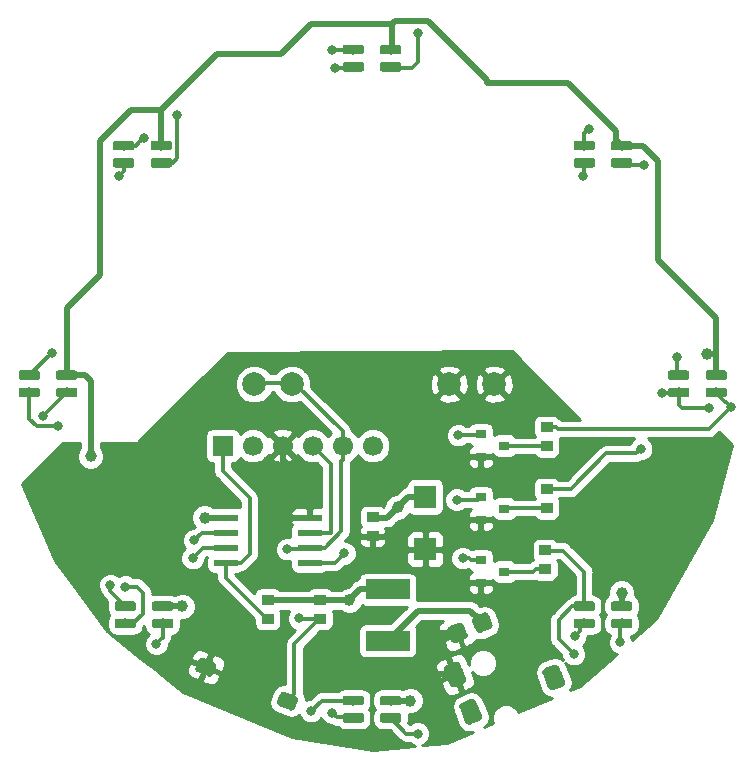
<source format=gbr>
G04 #@! TF.GenerationSoftware,KiCad,Pcbnew,5.0.0-fee4fd1~65~ubuntu17.10.1*
G04 #@! TF.CreationDate,2018-10-07T18:53:38+01:00*
G04 #@! TF.ProjectId,LED Coaster,4C454420436F61737465722E6B696361,rev?*
G04 #@! TF.SameCoordinates,Original*
G04 #@! TF.FileFunction,Copper,L1,Top,Signal*
G04 #@! TF.FilePolarity,Positive*
%FSLAX46Y46*%
G04 Gerber Fmt 4.6, Leading zero omitted, Abs format (unit mm)*
G04 Created by KiCad (PCBNEW 5.0.0-fee4fd1~65~ubuntu17.10.1) date Sun Oct  7 18:53:38 2018*
%MOMM*%
%LPD*%
G01*
G04 APERTURE LIST*
G04 #@! TA.AperFunction,SMDPad,CuDef*
%ADD10R,1.000000X0.820000*%
G04 #@! TD*
G04 #@! TA.AperFunction,SMDPad,CuDef*
%ADD11R,1.900000X1.900000*%
G04 #@! TD*
G04 #@! TA.AperFunction,SMDPad,CuDef*
%ADD12R,3.700000X1.670000*%
G04 #@! TD*
G04 #@! TA.AperFunction,SMDPad,CuDef*
%ADD13R,2.000000X0.550000*%
G04 #@! TD*
G04 #@! TA.AperFunction,Conductor*
%ADD14C,0.100000*%
G04 #@! TD*
G04 #@! TA.AperFunction,SMDPad,CuDef*
%ADD15C,1.500000*%
G04 #@! TD*
G04 #@! TA.AperFunction,ComponentPad*
%ADD16R,1.700000X1.700000*%
G04 #@! TD*
G04 #@! TA.AperFunction,ComponentPad*
%ADD17C,1.700000*%
G04 #@! TD*
G04 #@! TA.AperFunction,ComponentPad*
%ADD18C,2.000000*%
G04 #@! TD*
G04 #@! TA.AperFunction,SMDPad,CuDef*
%ADD19C,1.300000*%
G04 #@! TD*
G04 #@! TA.AperFunction,SMDPad,CuDef*
%ADD20R,0.900000X0.800000*%
G04 #@! TD*
G04 #@! TA.AperFunction,SMDPad,CuDef*
%ADD21C,0.800000*%
G04 #@! TD*
G04 #@! TA.AperFunction,ViaPad*
%ADD22C,1.000000*%
G04 #@! TD*
G04 #@! TA.AperFunction,ViaPad*
%ADD23C,0.800000*%
G04 #@! TD*
G04 #@! TA.AperFunction,Conductor*
%ADD24C,0.500000*%
G04 #@! TD*
G04 #@! TA.AperFunction,Conductor*
%ADD25C,0.300000*%
G04 #@! TD*
G04 #@! TA.AperFunction,Conductor*
%ADD26C,0.254000*%
G04 #@! TD*
G04 APERTURE END LIST*
D10*
G04 #@! TO.P,C1,1*
G04 #@! TO.N,+5V*
X208280000Y-114135000D03*
G04 #@! TO.P,C1,2*
G04 #@! TO.N,GND*
X208280000Y-115735000D03*
G04 #@! TD*
D11*
G04 #@! TO.P,C2,1*
G04 #@! TO.N,+5V*
X212725000Y-112395000D03*
G04 #@! TO.P,C2,2*
G04 #@! TO.N,GND*
X212725000Y-116840000D03*
G04 #@! TD*
D12*
G04 #@! TO.P,D1,1*
G04 #@! TO.N,+5V*
X209550000Y-120253000D03*
G04 #@! TO.P,D1,2*
G04 #@! TO.N,Net-(D1-Pad2)*
X209550000Y-124603000D03*
G04 #@! TD*
D13*
G04 #@! TO.P,IC1,1*
G04 #@! TO.N,+5V*
X195834000Y-114173000D03*
G04 #@! TO.P,IC1,2*
G04 #@! TO.N,Net-(IC1-Pad2)*
X195834000Y-115443000D03*
G04 #@! TO.P,IC1,3*
G04 #@! TO.N,Net-(IC1-Pad3)*
X195834000Y-116713000D03*
G04 #@! TO.P,IC1,4*
G04 #@! TO.N,Net-(IC1-Pad4)*
X195834000Y-117983000D03*
G04 #@! TO.P,IC1,5*
G04 #@! TO.N,Net-(IC1-Pad5)*
X202946000Y-117983000D03*
G04 #@! TO.P,IC1,6*
G04 #@! TO.N,Net-(IC1-Pad6)*
X202946000Y-116713000D03*
G04 #@! TO.P,IC1,7*
G04 #@! TO.N,Net-(IC1-Pad7)*
X202946000Y-115443000D03*
G04 #@! TO.P,IC1,8*
G04 #@! TO.N,GND*
X202946000Y-114173000D03*
G04 #@! TD*
D14*
G04 #@! TO.N,*
G04 #@! TO.C,J1*
G36*
X216715053Y-129522899D02*
X216751456Y-129528298D01*
X216787154Y-129537240D01*
X216821803Y-129549638D01*
X216855071Y-129565372D01*
X216886636Y-129584292D01*
X216916194Y-129606214D01*
X216943462Y-129630928D01*
X216968176Y-129658195D01*
X216990098Y-129687754D01*
X217009017Y-129719319D01*
X217024752Y-129752587D01*
X217503106Y-130907436D01*
X217515504Y-130942085D01*
X217524445Y-130977783D01*
X217529845Y-131014186D01*
X217531651Y-131050942D01*
X217529845Y-131087698D01*
X217524445Y-131124101D01*
X217515504Y-131159799D01*
X217503106Y-131194448D01*
X217487371Y-131227716D01*
X217468452Y-131259281D01*
X217446530Y-131288840D01*
X217421816Y-131316107D01*
X217394548Y-131340821D01*
X217364990Y-131362743D01*
X217333425Y-131381662D01*
X217300157Y-131397397D01*
X216607247Y-131684410D01*
X216572598Y-131696808D01*
X216536900Y-131705749D01*
X216500498Y-131711149D01*
X216463741Y-131712955D01*
X216426985Y-131711149D01*
X216390582Y-131705750D01*
X216354884Y-131696808D01*
X216320235Y-131684410D01*
X216286967Y-131668676D01*
X216255402Y-131649756D01*
X216225844Y-131627834D01*
X216198576Y-131603120D01*
X216173862Y-131575853D01*
X216151940Y-131546294D01*
X216133021Y-131514729D01*
X216117286Y-131481461D01*
X215638932Y-130326612D01*
X215626534Y-130291963D01*
X215617593Y-130256265D01*
X215612193Y-130219862D01*
X215610387Y-130183106D01*
X215612193Y-130146350D01*
X215617593Y-130109947D01*
X215626534Y-130074249D01*
X215638932Y-130039600D01*
X215654667Y-130006332D01*
X215673586Y-129974767D01*
X215695508Y-129945208D01*
X215720222Y-129917941D01*
X215747490Y-129893227D01*
X215777048Y-129871305D01*
X215808613Y-129852386D01*
X215841881Y-129836651D01*
X216534791Y-129549638D01*
X216569440Y-129537240D01*
X216605138Y-129528299D01*
X216641540Y-129522899D01*
X216678297Y-129521093D01*
X216715053Y-129522899D01*
X216715053Y-129522899D01*
G37*
D15*
G04 #@! TD*
G04 #@! TO.P,J1,*
G04 #@! TO.N,*
X216571019Y-130617024D03*
D14*
G04 #@! TO.N,*
G04 #@! TO.C,J1*
G36*
X223755015Y-126606851D02*
X223791418Y-126612250D01*
X223827116Y-126621192D01*
X223861765Y-126633590D01*
X223895033Y-126649324D01*
X223926598Y-126668244D01*
X223956156Y-126690166D01*
X223983424Y-126714880D01*
X224008138Y-126742147D01*
X224030060Y-126771706D01*
X224048979Y-126803271D01*
X224064714Y-126836539D01*
X224543068Y-127991388D01*
X224555466Y-128026037D01*
X224564407Y-128061735D01*
X224569807Y-128098138D01*
X224571613Y-128134894D01*
X224569807Y-128171650D01*
X224564407Y-128208053D01*
X224555466Y-128243751D01*
X224543068Y-128278400D01*
X224527333Y-128311668D01*
X224508414Y-128343233D01*
X224486492Y-128372792D01*
X224461778Y-128400059D01*
X224434510Y-128424773D01*
X224404952Y-128446695D01*
X224373387Y-128465614D01*
X224340119Y-128481349D01*
X223647209Y-128768362D01*
X223612560Y-128780760D01*
X223576862Y-128789701D01*
X223540460Y-128795101D01*
X223503703Y-128796907D01*
X223466947Y-128795101D01*
X223430544Y-128789702D01*
X223394846Y-128780760D01*
X223360197Y-128768362D01*
X223326929Y-128752628D01*
X223295364Y-128733708D01*
X223265806Y-128711786D01*
X223238538Y-128687072D01*
X223213824Y-128659805D01*
X223191902Y-128630246D01*
X223172983Y-128598681D01*
X223157248Y-128565413D01*
X222678894Y-127410564D01*
X222666496Y-127375915D01*
X222657555Y-127340217D01*
X222652155Y-127303814D01*
X222650349Y-127267058D01*
X222652155Y-127230302D01*
X222657555Y-127193899D01*
X222666496Y-127158201D01*
X222678894Y-127123552D01*
X222694629Y-127090284D01*
X222713548Y-127058719D01*
X222735470Y-127029160D01*
X222760184Y-127001893D01*
X222787452Y-126977179D01*
X222817010Y-126955257D01*
X222848575Y-126936338D01*
X222881843Y-126920603D01*
X223574753Y-126633590D01*
X223609402Y-126621192D01*
X223645100Y-126612251D01*
X223681502Y-126606851D01*
X223718259Y-126605045D01*
X223755015Y-126606851D01*
X223755015Y-126606851D01*
G37*
D15*
G04 #@! TD*
G04 #@! TO.P,J1,*
G04 #@! TO.N,*
X223610981Y-127700976D03*
D14*
G04 #@! TO.N,GND*
G04 #@! TO.C,J1*
G36*
X215402831Y-126354916D02*
X215439234Y-126360315D01*
X215474932Y-126369257D01*
X215509581Y-126381655D01*
X215542849Y-126397389D01*
X215574414Y-126416309D01*
X215603972Y-126438231D01*
X215631240Y-126462945D01*
X215655954Y-126490212D01*
X215677876Y-126519771D01*
X215696795Y-126551336D01*
X215712530Y-126584604D01*
X216190884Y-127739453D01*
X216203282Y-127774102D01*
X216212223Y-127809800D01*
X216217623Y-127846203D01*
X216219429Y-127882959D01*
X216217623Y-127919715D01*
X216212223Y-127956118D01*
X216203282Y-127991816D01*
X216190884Y-128026465D01*
X216175149Y-128059733D01*
X216156230Y-128091298D01*
X216134308Y-128120857D01*
X216109594Y-128148124D01*
X216082326Y-128172838D01*
X216052768Y-128194760D01*
X216021203Y-128213679D01*
X215987935Y-128229414D01*
X215295025Y-128516427D01*
X215260376Y-128528825D01*
X215224678Y-128537766D01*
X215188276Y-128543166D01*
X215151519Y-128544972D01*
X215114763Y-128543166D01*
X215078360Y-128537767D01*
X215042662Y-128528825D01*
X215008013Y-128516427D01*
X214974745Y-128500693D01*
X214943180Y-128481773D01*
X214913622Y-128459851D01*
X214886354Y-128435137D01*
X214861640Y-128407870D01*
X214839718Y-128378311D01*
X214820799Y-128346746D01*
X214805064Y-128313478D01*
X214326710Y-127158629D01*
X214314312Y-127123980D01*
X214305371Y-127088282D01*
X214299971Y-127051879D01*
X214298165Y-127015123D01*
X214299971Y-126978367D01*
X214305371Y-126941964D01*
X214314312Y-126906266D01*
X214326710Y-126871617D01*
X214342445Y-126838349D01*
X214361364Y-126806784D01*
X214383286Y-126777225D01*
X214408000Y-126749958D01*
X214435268Y-126725244D01*
X214464826Y-126703322D01*
X214496391Y-126684403D01*
X214529659Y-126668668D01*
X215222569Y-126381655D01*
X215257218Y-126369257D01*
X215292916Y-126360316D01*
X215329318Y-126354916D01*
X215366075Y-126353110D01*
X215402831Y-126354916D01*
X215402831Y-126354916D01*
G37*
D15*
G04 #@! TD*
G04 #@! TO.P,J1,2*
G04 #@! TO.N,GND*
X215258797Y-127449041D03*
D14*
G04 #@! TO.N,Net-(D1-Pad2)*
G04 #@! TO.C,J1*
G36*
X217803465Y-122194545D02*
X217839867Y-122199945D01*
X217875565Y-122208886D01*
X217910215Y-122221284D01*
X217943482Y-122237019D01*
X217975047Y-122255938D01*
X218004606Y-122277860D01*
X218031873Y-122302574D01*
X218056587Y-122329842D01*
X218078509Y-122359400D01*
X218097429Y-122390966D01*
X218113163Y-122424233D01*
X218400175Y-123117143D01*
X218412573Y-123151793D01*
X218421515Y-123187490D01*
X218426914Y-123223893D01*
X218428720Y-123260649D01*
X218426914Y-123297406D01*
X218421514Y-123333808D01*
X218412573Y-123369506D01*
X218400175Y-123404156D01*
X218384440Y-123437423D01*
X218365521Y-123468988D01*
X218343599Y-123498547D01*
X218318885Y-123525814D01*
X218291617Y-123550528D01*
X218262059Y-123572450D01*
X218230493Y-123591370D01*
X218197226Y-123607104D01*
X217504316Y-123894116D01*
X217469666Y-123906514D01*
X217433969Y-123915456D01*
X217397566Y-123920855D01*
X217360810Y-123922661D01*
X217324053Y-123920855D01*
X217287651Y-123915455D01*
X217251953Y-123906514D01*
X217217303Y-123894116D01*
X217184036Y-123878381D01*
X217152471Y-123859462D01*
X217122912Y-123837540D01*
X217095645Y-123812826D01*
X217070931Y-123785558D01*
X217049009Y-123756000D01*
X217030089Y-123724434D01*
X217014355Y-123691167D01*
X216727343Y-122998257D01*
X216714945Y-122963607D01*
X216706003Y-122927910D01*
X216700604Y-122891507D01*
X216698798Y-122854751D01*
X216700604Y-122817994D01*
X216706004Y-122781592D01*
X216714945Y-122745894D01*
X216727343Y-122711244D01*
X216743078Y-122677977D01*
X216761997Y-122646412D01*
X216783919Y-122616853D01*
X216808633Y-122589586D01*
X216835901Y-122564872D01*
X216865459Y-122542950D01*
X216897025Y-122524030D01*
X216930292Y-122508296D01*
X217623202Y-122221284D01*
X217657852Y-122208886D01*
X217693549Y-122199944D01*
X217729952Y-122194545D01*
X217766708Y-122192739D01*
X217803465Y-122194545D01*
X217803465Y-122194545D01*
G37*
D15*
G04 #@! TD*
G04 #@! TO.P,J1,1*
G04 #@! TO.N,Net-(D1-Pad2)*
X217563759Y-123057700D03*
D14*
G04 #@! TO.N,GND*
G04 #@! TO.C,J1*
G36*
X215691476Y-123069359D02*
X215727878Y-123074759D01*
X215763576Y-123083700D01*
X215798226Y-123096098D01*
X215831493Y-123111833D01*
X215863058Y-123130752D01*
X215892617Y-123152674D01*
X215919884Y-123177388D01*
X215944598Y-123204656D01*
X215966520Y-123234214D01*
X215985440Y-123265780D01*
X216001174Y-123299047D01*
X216288186Y-123991957D01*
X216300584Y-124026607D01*
X216309526Y-124062304D01*
X216314925Y-124098707D01*
X216316731Y-124135463D01*
X216314925Y-124172220D01*
X216309525Y-124208622D01*
X216300584Y-124244320D01*
X216288186Y-124278970D01*
X216272451Y-124312237D01*
X216253532Y-124343802D01*
X216231610Y-124373361D01*
X216206896Y-124400628D01*
X216179628Y-124425342D01*
X216150070Y-124447264D01*
X216118504Y-124466184D01*
X216085237Y-124481918D01*
X215392327Y-124768930D01*
X215357677Y-124781328D01*
X215321980Y-124790270D01*
X215285577Y-124795669D01*
X215248821Y-124797475D01*
X215212064Y-124795669D01*
X215175662Y-124790269D01*
X215139964Y-124781328D01*
X215105314Y-124768930D01*
X215072047Y-124753195D01*
X215040482Y-124734276D01*
X215010923Y-124712354D01*
X214983656Y-124687640D01*
X214958942Y-124660372D01*
X214937020Y-124630814D01*
X214918100Y-124599248D01*
X214902366Y-124565981D01*
X214615354Y-123873071D01*
X214602956Y-123838421D01*
X214594014Y-123802724D01*
X214588615Y-123766321D01*
X214586809Y-123729565D01*
X214588615Y-123692808D01*
X214594015Y-123656406D01*
X214602956Y-123620708D01*
X214615354Y-123586058D01*
X214631089Y-123552791D01*
X214650008Y-123521226D01*
X214671930Y-123491667D01*
X214696644Y-123464400D01*
X214723912Y-123439686D01*
X214753470Y-123417764D01*
X214785036Y-123398844D01*
X214818303Y-123383110D01*
X215511213Y-123096098D01*
X215545863Y-123083700D01*
X215581560Y-123074758D01*
X215617963Y-123069359D01*
X215654719Y-123067553D01*
X215691476Y-123069359D01*
X215691476Y-123069359D01*
G37*
D15*
G04 #@! TD*
G04 #@! TO.P,J1,3*
G04 #@! TO.N,GND*
X215451770Y-123932514D03*
D16*
G04 #@! TO.P,J2,1*
G04 #@! TO.N,Net-(IC1-Pad4)*
X195580000Y-108077000D03*
D17*
G04 #@! TO.P,J2,2*
G04 #@! TO.N,+5V*
X198120000Y-108077000D03*
G04 #@! TO.P,J2,3*
G04 #@! TO.N,GND*
X200660000Y-108077000D03*
G04 #@! TO.P,J2,4*
G04 #@! TO.N,Net-(IC1-Pad7)*
X203200000Y-108077000D03*
G04 #@! TO.P,J2,5*
G04 #@! TO.N,Net-(IC1-Pad6)*
X205740000Y-108077000D03*
G04 #@! TO.P,J2,6*
G04 #@! TO.N,N/C*
X208280000Y-108077000D03*
G04 #@! TD*
D10*
G04 #@! TO.P,R1,2*
G04 #@! TO.N,RED*
X222885000Y-116929000D03*
G04 #@! TO.P,R1,1*
G04 #@! TO.N,Net-(R1-Pad1)*
X222885000Y-118529000D03*
G04 #@! TD*
G04 #@! TO.P,R2,1*
G04 #@! TO.N,Net-(R2-Pad1)*
X223012000Y-113360000D03*
G04 #@! TO.P,R2,2*
G04 #@! TO.N,GREEN*
X223012000Y-111760000D03*
G04 #@! TD*
G04 #@! TO.P,R3,2*
G04 #@! TO.N,BLUE*
X223012000Y-106515000D03*
G04 #@! TO.P,R3,1*
G04 #@! TO.N,Net-(R3-Pad1)*
X223012000Y-108115000D03*
G04 #@! TD*
G04 #@! TO.P,R4,1*
G04 #@! TO.N,Net-(IC1-Pad4)*
X199390000Y-122720000D03*
G04 #@! TO.P,R4,2*
G04 #@! TO.N,+5V*
X199390000Y-121120000D03*
G04 #@! TD*
G04 #@! TO.P,R5,1*
G04 #@! TO.N,Net-(IC1-Pad6)*
X203835000Y-122720000D03*
G04 #@! TO.P,R5,2*
G04 #@! TO.N,+5V*
X203835000Y-121120000D03*
G04 #@! TD*
D18*
G04 #@! TO.P,SW1,1*
G04 #@! TO.N,Net-(IC1-Pad6)*
X198247000Y-102870000D03*
G04 #@! TO.P,SW1,2*
G04 #@! TO.N,GND*
X218567000Y-102870000D03*
G04 #@! TO.P,SW1,1*
G04 #@! TO.N,Net-(IC1-Pad6)*
X201422000Y-102870000D03*
G04 #@! TO.P,SW1,2*
G04 #@! TO.N,GND*
X214757000Y-102870000D03*
G04 #@! TD*
D14*
G04 #@! TO.N,GND*
G04 #@! TO.C,SW2*
G36*
X193864837Y-126029467D02*
X193896385Y-126034147D01*
X193927324Y-126041896D01*
X193957353Y-126052641D01*
X194835039Y-126416190D01*
X194863871Y-126429827D01*
X194891227Y-126446223D01*
X194916845Y-126465223D01*
X194940477Y-126486641D01*
X194961895Y-126510273D01*
X194980895Y-126535891D01*
X194997291Y-126563247D01*
X195010928Y-126592079D01*
X195021673Y-126622108D01*
X195029422Y-126653047D01*
X195034102Y-126684595D01*
X195035667Y-126716451D01*
X195034102Y-126748306D01*
X195029422Y-126779855D01*
X195021673Y-126810793D01*
X195010928Y-126840823D01*
X194762184Y-127441344D01*
X194748547Y-127470176D01*
X194732151Y-127497532D01*
X194713151Y-127523150D01*
X194691733Y-127546782D01*
X194668101Y-127568200D01*
X194642483Y-127587200D01*
X194615127Y-127603596D01*
X194586295Y-127617233D01*
X194556265Y-127627978D01*
X194525327Y-127635727D01*
X194493779Y-127640407D01*
X194461923Y-127641972D01*
X194430067Y-127640407D01*
X194398519Y-127635727D01*
X194367580Y-127627978D01*
X194337551Y-127617233D01*
X193459865Y-127253684D01*
X193431033Y-127240047D01*
X193403677Y-127223651D01*
X193378059Y-127204651D01*
X193354427Y-127183233D01*
X193333009Y-127159601D01*
X193314009Y-127133983D01*
X193297613Y-127106627D01*
X193283976Y-127077795D01*
X193273231Y-127047766D01*
X193265482Y-127016827D01*
X193260802Y-126985279D01*
X193259237Y-126953423D01*
X193260802Y-126921568D01*
X193265482Y-126890019D01*
X193273231Y-126859081D01*
X193283976Y-126829051D01*
X193532720Y-126228530D01*
X193546357Y-126199698D01*
X193562753Y-126172342D01*
X193581753Y-126146724D01*
X193603171Y-126123092D01*
X193626803Y-126101674D01*
X193652421Y-126082674D01*
X193679777Y-126066278D01*
X193708609Y-126052641D01*
X193738639Y-126041896D01*
X193769577Y-126034147D01*
X193801125Y-126029467D01*
X193832981Y-126027902D01*
X193864837Y-126029467D01*
X193864837Y-126029467D01*
G37*
D19*
G04 #@! TD*
G04 #@! TO.P,SW2,1*
G04 #@! TO.N,GND*
X194147452Y-126834937D03*
D14*
G04 #@! TO.N,Net-(IC1-Pad6)*
G04 #@! TO.C,SW2*
G36*
X200793933Y-128899593D02*
X200825481Y-128904273D01*
X200856420Y-128912022D01*
X200886449Y-128922767D01*
X201764135Y-129286316D01*
X201792967Y-129299953D01*
X201820323Y-129316349D01*
X201845941Y-129335349D01*
X201869573Y-129356767D01*
X201890991Y-129380399D01*
X201909991Y-129406017D01*
X201926387Y-129433373D01*
X201940024Y-129462205D01*
X201950769Y-129492234D01*
X201958518Y-129523173D01*
X201963198Y-129554721D01*
X201964763Y-129586577D01*
X201963198Y-129618432D01*
X201958518Y-129649981D01*
X201950769Y-129680919D01*
X201940024Y-129710949D01*
X201691280Y-130311470D01*
X201677643Y-130340302D01*
X201661247Y-130367658D01*
X201642247Y-130393276D01*
X201620829Y-130416908D01*
X201597197Y-130438326D01*
X201571579Y-130457326D01*
X201544223Y-130473722D01*
X201515391Y-130487359D01*
X201485361Y-130498104D01*
X201454423Y-130505853D01*
X201422875Y-130510533D01*
X201391019Y-130512098D01*
X201359163Y-130510533D01*
X201327615Y-130505853D01*
X201296676Y-130498104D01*
X201266647Y-130487359D01*
X200388961Y-130123810D01*
X200360129Y-130110173D01*
X200332773Y-130093777D01*
X200307155Y-130074777D01*
X200283523Y-130053359D01*
X200262105Y-130029727D01*
X200243105Y-130004109D01*
X200226709Y-129976753D01*
X200213072Y-129947921D01*
X200202327Y-129917892D01*
X200194578Y-129886953D01*
X200189898Y-129855405D01*
X200188333Y-129823549D01*
X200189898Y-129791694D01*
X200194578Y-129760145D01*
X200202327Y-129729207D01*
X200213072Y-129699177D01*
X200461816Y-129098656D01*
X200475453Y-129069824D01*
X200491849Y-129042468D01*
X200510849Y-129016850D01*
X200532267Y-128993218D01*
X200555899Y-128971800D01*
X200581517Y-128952800D01*
X200608873Y-128936404D01*
X200637705Y-128922767D01*
X200667735Y-128912022D01*
X200698673Y-128904273D01*
X200730221Y-128899593D01*
X200762077Y-128898028D01*
X200793933Y-128899593D01*
X200793933Y-128899593D01*
G37*
D19*
G04 #@! TD*
G04 #@! TO.P,SW2,2*
G04 #@! TO.N,Net-(IC1-Pad6)*
X201076548Y-129705063D03*
D20*
G04 #@! TO.P,T1,1*
G04 #@! TO.N,Net-(IC1-Pad2)*
X217440000Y-117795000D03*
G04 #@! TO.P,T1,3*
G04 #@! TO.N,GND*
X217440000Y-119695000D03*
G04 #@! TO.P,T1,2*
G04 #@! TO.N,Net-(R1-Pad1)*
X219440000Y-118745000D03*
G04 #@! TD*
G04 #@! TO.P,T2,2*
G04 #@! TO.N,Net-(R2-Pad1)*
X219440000Y-113411000D03*
G04 #@! TO.P,T2,3*
G04 #@! TO.N,GND*
X217440000Y-114361000D03*
G04 #@! TO.P,T2,1*
G04 #@! TO.N,Net-(IC1-Pad3)*
X217440000Y-112461000D03*
G04 #@! TD*
G04 #@! TO.P,T3,1*
G04 #@! TO.N,Net-(IC1-Pad5)*
X217440000Y-107127000D03*
G04 #@! TO.P,T3,3*
G04 #@! TO.N,GND*
X217440000Y-109027000D03*
G04 #@! TO.P,T3,2*
G04 #@! TO.N,Net-(R3-Pad1)*
X219440000Y-108077000D03*
G04 #@! TD*
D14*
G04 #@! TO.N,BLUE*
G04 #@! TO.C,L1*
G36*
X210523603Y-75610463D02*
X210543018Y-75613343D01*
X210562057Y-75618112D01*
X210580537Y-75624724D01*
X210598279Y-75633116D01*
X210615114Y-75643206D01*
X210630879Y-75654898D01*
X210645421Y-75668079D01*
X210658602Y-75682621D01*
X210670294Y-75698386D01*
X210680384Y-75715221D01*
X210688776Y-75732963D01*
X210695388Y-75751443D01*
X210700157Y-75770482D01*
X210703037Y-75789897D01*
X210704000Y-75809500D01*
X210704000Y-76209500D01*
X210703037Y-76229103D01*
X210700157Y-76248518D01*
X210695388Y-76267557D01*
X210688776Y-76286037D01*
X210680384Y-76303779D01*
X210670294Y-76320614D01*
X210658602Y-76336379D01*
X210645421Y-76350921D01*
X210630879Y-76364102D01*
X210615114Y-76375794D01*
X210598279Y-76385884D01*
X210580537Y-76394276D01*
X210562057Y-76400888D01*
X210543018Y-76405657D01*
X210523603Y-76408537D01*
X210504000Y-76409500D01*
X209104000Y-76409500D01*
X209084397Y-76408537D01*
X209064982Y-76405657D01*
X209045943Y-76400888D01*
X209027463Y-76394276D01*
X209009721Y-76385884D01*
X208992886Y-76375794D01*
X208977121Y-76364102D01*
X208962579Y-76350921D01*
X208949398Y-76336379D01*
X208937706Y-76320614D01*
X208927616Y-76303779D01*
X208919224Y-76286037D01*
X208912612Y-76267557D01*
X208907843Y-76248518D01*
X208904963Y-76229103D01*
X208904000Y-76209500D01*
X208904000Y-75809500D01*
X208904963Y-75789897D01*
X208907843Y-75770482D01*
X208912612Y-75751443D01*
X208919224Y-75732963D01*
X208927616Y-75715221D01*
X208937706Y-75698386D01*
X208949398Y-75682621D01*
X208962579Y-75668079D01*
X208977121Y-75654898D01*
X208992886Y-75643206D01*
X209009721Y-75633116D01*
X209027463Y-75624724D01*
X209045943Y-75618112D01*
X209064982Y-75613343D01*
X209084397Y-75610463D01*
X209104000Y-75609500D01*
X210504000Y-75609500D01*
X210523603Y-75610463D01*
X210523603Y-75610463D01*
G37*
D21*
G04 #@! TD*
G04 #@! TO.P,L1,4*
G04 #@! TO.N,BLUE*
X209804000Y-76009500D03*
D14*
G04 #@! TO.N,GREEN*
G04 #@! TO.C,L1*
G36*
X207348603Y-75610463D02*
X207368018Y-75613343D01*
X207387057Y-75618112D01*
X207405537Y-75624724D01*
X207423279Y-75633116D01*
X207440114Y-75643206D01*
X207455879Y-75654898D01*
X207470421Y-75668079D01*
X207483602Y-75682621D01*
X207495294Y-75698386D01*
X207505384Y-75715221D01*
X207513776Y-75732963D01*
X207520388Y-75751443D01*
X207525157Y-75770482D01*
X207528037Y-75789897D01*
X207529000Y-75809500D01*
X207529000Y-76209500D01*
X207528037Y-76229103D01*
X207525157Y-76248518D01*
X207520388Y-76267557D01*
X207513776Y-76286037D01*
X207505384Y-76303779D01*
X207495294Y-76320614D01*
X207483602Y-76336379D01*
X207470421Y-76350921D01*
X207455879Y-76364102D01*
X207440114Y-76375794D01*
X207423279Y-76385884D01*
X207405537Y-76394276D01*
X207387057Y-76400888D01*
X207368018Y-76405657D01*
X207348603Y-76408537D01*
X207329000Y-76409500D01*
X205929000Y-76409500D01*
X205909397Y-76408537D01*
X205889982Y-76405657D01*
X205870943Y-76400888D01*
X205852463Y-76394276D01*
X205834721Y-76385884D01*
X205817886Y-76375794D01*
X205802121Y-76364102D01*
X205787579Y-76350921D01*
X205774398Y-76336379D01*
X205762706Y-76320614D01*
X205752616Y-76303779D01*
X205744224Y-76286037D01*
X205737612Y-76267557D01*
X205732843Y-76248518D01*
X205729963Y-76229103D01*
X205729000Y-76209500D01*
X205729000Y-75809500D01*
X205729963Y-75789897D01*
X205732843Y-75770482D01*
X205737612Y-75751443D01*
X205744224Y-75732963D01*
X205752616Y-75715221D01*
X205762706Y-75698386D01*
X205774398Y-75682621D01*
X205787579Y-75668079D01*
X205802121Y-75654898D01*
X205817886Y-75643206D01*
X205834721Y-75633116D01*
X205852463Y-75624724D01*
X205870943Y-75618112D01*
X205889982Y-75613343D01*
X205909397Y-75610463D01*
X205929000Y-75609500D01*
X207329000Y-75609500D01*
X207348603Y-75610463D01*
X207348603Y-75610463D01*
G37*
D21*
G04 #@! TD*
G04 #@! TO.P,L1,3*
G04 #@! TO.N,GREEN*
X206629000Y-76009500D03*
D14*
G04 #@! TO.N,+5V*
G04 #@! TO.C,L1*
G36*
X210523603Y-74149963D02*
X210543018Y-74152843D01*
X210562057Y-74157612D01*
X210580537Y-74164224D01*
X210598279Y-74172616D01*
X210615114Y-74182706D01*
X210630879Y-74194398D01*
X210645421Y-74207579D01*
X210658602Y-74222121D01*
X210670294Y-74237886D01*
X210680384Y-74254721D01*
X210688776Y-74272463D01*
X210695388Y-74290943D01*
X210700157Y-74309982D01*
X210703037Y-74329397D01*
X210704000Y-74349000D01*
X210704000Y-74749000D01*
X210703037Y-74768603D01*
X210700157Y-74788018D01*
X210695388Y-74807057D01*
X210688776Y-74825537D01*
X210680384Y-74843279D01*
X210670294Y-74860114D01*
X210658602Y-74875879D01*
X210645421Y-74890421D01*
X210630879Y-74903602D01*
X210615114Y-74915294D01*
X210598279Y-74925384D01*
X210580537Y-74933776D01*
X210562057Y-74940388D01*
X210543018Y-74945157D01*
X210523603Y-74948037D01*
X210504000Y-74949000D01*
X209104000Y-74949000D01*
X209084397Y-74948037D01*
X209064982Y-74945157D01*
X209045943Y-74940388D01*
X209027463Y-74933776D01*
X209009721Y-74925384D01*
X208992886Y-74915294D01*
X208977121Y-74903602D01*
X208962579Y-74890421D01*
X208949398Y-74875879D01*
X208937706Y-74860114D01*
X208927616Y-74843279D01*
X208919224Y-74825537D01*
X208912612Y-74807057D01*
X208907843Y-74788018D01*
X208904963Y-74768603D01*
X208904000Y-74749000D01*
X208904000Y-74349000D01*
X208904963Y-74329397D01*
X208907843Y-74309982D01*
X208912612Y-74290943D01*
X208919224Y-74272463D01*
X208927616Y-74254721D01*
X208937706Y-74237886D01*
X208949398Y-74222121D01*
X208962579Y-74207579D01*
X208977121Y-74194398D01*
X208992886Y-74182706D01*
X209009721Y-74172616D01*
X209027463Y-74164224D01*
X209045943Y-74157612D01*
X209064982Y-74152843D01*
X209084397Y-74149963D01*
X209104000Y-74149000D01*
X210504000Y-74149000D01*
X210523603Y-74149963D01*
X210523603Y-74149963D01*
G37*
D21*
G04 #@! TD*
G04 #@! TO.P,L1,2*
G04 #@! TO.N,+5V*
X209804000Y-74549000D03*
D14*
G04 #@! TO.N,RED*
G04 #@! TO.C,L1*
G36*
X207348603Y-74149963D02*
X207368018Y-74152843D01*
X207387057Y-74157612D01*
X207405537Y-74164224D01*
X207423279Y-74172616D01*
X207440114Y-74182706D01*
X207455879Y-74194398D01*
X207470421Y-74207579D01*
X207483602Y-74222121D01*
X207495294Y-74237886D01*
X207505384Y-74254721D01*
X207513776Y-74272463D01*
X207520388Y-74290943D01*
X207525157Y-74309982D01*
X207528037Y-74329397D01*
X207529000Y-74349000D01*
X207529000Y-74749000D01*
X207528037Y-74768603D01*
X207525157Y-74788018D01*
X207520388Y-74807057D01*
X207513776Y-74825537D01*
X207505384Y-74843279D01*
X207495294Y-74860114D01*
X207483602Y-74875879D01*
X207470421Y-74890421D01*
X207455879Y-74903602D01*
X207440114Y-74915294D01*
X207423279Y-74925384D01*
X207405537Y-74933776D01*
X207387057Y-74940388D01*
X207368018Y-74945157D01*
X207348603Y-74948037D01*
X207329000Y-74949000D01*
X205929000Y-74949000D01*
X205909397Y-74948037D01*
X205889982Y-74945157D01*
X205870943Y-74940388D01*
X205852463Y-74933776D01*
X205834721Y-74925384D01*
X205817886Y-74915294D01*
X205802121Y-74903602D01*
X205787579Y-74890421D01*
X205774398Y-74875879D01*
X205762706Y-74860114D01*
X205752616Y-74843279D01*
X205744224Y-74825537D01*
X205737612Y-74807057D01*
X205732843Y-74788018D01*
X205729963Y-74768603D01*
X205729000Y-74749000D01*
X205729000Y-74349000D01*
X205729963Y-74329397D01*
X205732843Y-74309982D01*
X205737612Y-74290943D01*
X205744224Y-74272463D01*
X205752616Y-74254721D01*
X205762706Y-74237886D01*
X205774398Y-74222121D01*
X205787579Y-74207579D01*
X205802121Y-74194398D01*
X205817886Y-74182706D01*
X205834721Y-74172616D01*
X205852463Y-74164224D01*
X205870943Y-74157612D01*
X205889982Y-74152843D01*
X205909397Y-74149963D01*
X205929000Y-74149000D01*
X207329000Y-74149000D01*
X207348603Y-74149963D01*
X207348603Y-74149963D01*
G37*
D21*
G04 #@! TD*
G04 #@! TO.P,L1,1*
G04 #@! TO.N,RED*
X206629000Y-74549000D03*
D14*
G04 #@! TO.N,RED*
G04 #@! TO.C,L2*
G36*
X226906603Y-82277963D02*
X226926018Y-82280843D01*
X226945057Y-82285612D01*
X226963537Y-82292224D01*
X226981279Y-82300616D01*
X226998114Y-82310706D01*
X227013879Y-82322398D01*
X227028421Y-82335579D01*
X227041602Y-82350121D01*
X227053294Y-82365886D01*
X227063384Y-82382721D01*
X227071776Y-82400463D01*
X227078388Y-82418943D01*
X227083157Y-82437982D01*
X227086037Y-82457397D01*
X227087000Y-82477000D01*
X227087000Y-82877000D01*
X227086037Y-82896603D01*
X227083157Y-82916018D01*
X227078388Y-82935057D01*
X227071776Y-82953537D01*
X227063384Y-82971279D01*
X227053294Y-82988114D01*
X227041602Y-83003879D01*
X227028421Y-83018421D01*
X227013879Y-83031602D01*
X226998114Y-83043294D01*
X226981279Y-83053384D01*
X226963537Y-83061776D01*
X226945057Y-83068388D01*
X226926018Y-83073157D01*
X226906603Y-83076037D01*
X226887000Y-83077000D01*
X225487000Y-83077000D01*
X225467397Y-83076037D01*
X225447982Y-83073157D01*
X225428943Y-83068388D01*
X225410463Y-83061776D01*
X225392721Y-83053384D01*
X225375886Y-83043294D01*
X225360121Y-83031602D01*
X225345579Y-83018421D01*
X225332398Y-83003879D01*
X225320706Y-82988114D01*
X225310616Y-82971279D01*
X225302224Y-82953537D01*
X225295612Y-82935057D01*
X225290843Y-82916018D01*
X225287963Y-82896603D01*
X225287000Y-82877000D01*
X225287000Y-82477000D01*
X225287963Y-82457397D01*
X225290843Y-82437982D01*
X225295612Y-82418943D01*
X225302224Y-82400463D01*
X225310616Y-82382721D01*
X225320706Y-82365886D01*
X225332398Y-82350121D01*
X225345579Y-82335579D01*
X225360121Y-82322398D01*
X225375886Y-82310706D01*
X225392721Y-82300616D01*
X225410463Y-82292224D01*
X225428943Y-82285612D01*
X225447982Y-82280843D01*
X225467397Y-82277963D01*
X225487000Y-82277000D01*
X226887000Y-82277000D01*
X226906603Y-82277963D01*
X226906603Y-82277963D01*
G37*
D21*
G04 #@! TD*
G04 #@! TO.P,L2,1*
G04 #@! TO.N,RED*
X226187000Y-82677000D03*
D14*
G04 #@! TO.N,+5V*
G04 #@! TO.C,L2*
G36*
X230081603Y-82277963D02*
X230101018Y-82280843D01*
X230120057Y-82285612D01*
X230138537Y-82292224D01*
X230156279Y-82300616D01*
X230173114Y-82310706D01*
X230188879Y-82322398D01*
X230203421Y-82335579D01*
X230216602Y-82350121D01*
X230228294Y-82365886D01*
X230238384Y-82382721D01*
X230246776Y-82400463D01*
X230253388Y-82418943D01*
X230258157Y-82437982D01*
X230261037Y-82457397D01*
X230262000Y-82477000D01*
X230262000Y-82877000D01*
X230261037Y-82896603D01*
X230258157Y-82916018D01*
X230253388Y-82935057D01*
X230246776Y-82953537D01*
X230238384Y-82971279D01*
X230228294Y-82988114D01*
X230216602Y-83003879D01*
X230203421Y-83018421D01*
X230188879Y-83031602D01*
X230173114Y-83043294D01*
X230156279Y-83053384D01*
X230138537Y-83061776D01*
X230120057Y-83068388D01*
X230101018Y-83073157D01*
X230081603Y-83076037D01*
X230062000Y-83077000D01*
X228662000Y-83077000D01*
X228642397Y-83076037D01*
X228622982Y-83073157D01*
X228603943Y-83068388D01*
X228585463Y-83061776D01*
X228567721Y-83053384D01*
X228550886Y-83043294D01*
X228535121Y-83031602D01*
X228520579Y-83018421D01*
X228507398Y-83003879D01*
X228495706Y-82988114D01*
X228485616Y-82971279D01*
X228477224Y-82953537D01*
X228470612Y-82935057D01*
X228465843Y-82916018D01*
X228462963Y-82896603D01*
X228462000Y-82877000D01*
X228462000Y-82477000D01*
X228462963Y-82457397D01*
X228465843Y-82437982D01*
X228470612Y-82418943D01*
X228477224Y-82400463D01*
X228485616Y-82382721D01*
X228495706Y-82365886D01*
X228507398Y-82350121D01*
X228520579Y-82335579D01*
X228535121Y-82322398D01*
X228550886Y-82310706D01*
X228567721Y-82300616D01*
X228585463Y-82292224D01*
X228603943Y-82285612D01*
X228622982Y-82280843D01*
X228642397Y-82277963D01*
X228662000Y-82277000D01*
X230062000Y-82277000D01*
X230081603Y-82277963D01*
X230081603Y-82277963D01*
G37*
D21*
G04 #@! TD*
G04 #@! TO.P,L2,2*
G04 #@! TO.N,+5V*
X229362000Y-82677000D03*
D14*
G04 #@! TO.N,GREEN*
G04 #@! TO.C,L2*
G36*
X226906603Y-83738463D02*
X226926018Y-83741343D01*
X226945057Y-83746112D01*
X226963537Y-83752724D01*
X226981279Y-83761116D01*
X226998114Y-83771206D01*
X227013879Y-83782898D01*
X227028421Y-83796079D01*
X227041602Y-83810621D01*
X227053294Y-83826386D01*
X227063384Y-83843221D01*
X227071776Y-83860963D01*
X227078388Y-83879443D01*
X227083157Y-83898482D01*
X227086037Y-83917897D01*
X227087000Y-83937500D01*
X227087000Y-84337500D01*
X227086037Y-84357103D01*
X227083157Y-84376518D01*
X227078388Y-84395557D01*
X227071776Y-84414037D01*
X227063384Y-84431779D01*
X227053294Y-84448614D01*
X227041602Y-84464379D01*
X227028421Y-84478921D01*
X227013879Y-84492102D01*
X226998114Y-84503794D01*
X226981279Y-84513884D01*
X226963537Y-84522276D01*
X226945057Y-84528888D01*
X226926018Y-84533657D01*
X226906603Y-84536537D01*
X226887000Y-84537500D01*
X225487000Y-84537500D01*
X225467397Y-84536537D01*
X225447982Y-84533657D01*
X225428943Y-84528888D01*
X225410463Y-84522276D01*
X225392721Y-84513884D01*
X225375886Y-84503794D01*
X225360121Y-84492102D01*
X225345579Y-84478921D01*
X225332398Y-84464379D01*
X225320706Y-84448614D01*
X225310616Y-84431779D01*
X225302224Y-84414037D01*
X225295612Y-84395557D01*
X225290843Y-84376518D01*
X225287963Y-84357103D01*
X225287000Y-84337500D01*
X225287000Y-83937500D01*
X225287963Y-83917897D01*
X225290843Y-83898482D01*
X225295612Y-83879443D01*
X225302224Y-83860963D01*
X225310616Y-83843221D01*
X225320706Y-83826386D01*
X225332398Y-83810621D01*
X225345579Y-83796079D01*
X225360121Y-83782898D01*
X225375886Y-83771206D01*
X225392721Y-83761116D01*
X225410463Y-83752724D01*
X225428943Y-83746112D01*
X225447982Y-83741343D01*
X225467397Y-83738463D01*
X225487000Y-83737500D01*
X226887000Y-83737500D01*
X226906603Y-83738463D01*
X226906603Y-83738463D01*
G37*
D21*
G04 #@! TD*
G04 #@! TO.P,L2,3*
G04 #@! TO.N,GREEN*
X226187000Y-84137500D03*
D14*
G04 #@! TO.N,BLUE*
G04 #@! TO.C,L2*
G36*
X230081603Y-83738463D02*
X230101018Y-83741343D01*
X230120057Y-83746112D01*
X230138537Y-83752724D01*
X230156279Y-83761116D01*
X230173114Y-83771206D01*
X230188879Y-83782898D01*
X230203421Y-83796079D01*
X230216602Y-83810621D01*
X230228294Y-83826386D01*
X230238384Y-83843221D01*
X230246776Y-83860963D01*
X230253388Y-83879443D01*
X230258157Y-83898482D01*
X230261037Y-83917897D01*
X230262000Y-83937500D01*
X230262000Y-84337500D01*
X230261037Y-84357103D01*
X230258157Y-84376518D01*
X230253388Y-84395557D01*
X230246776Y-84414037D01*
X230238384Y-84431779D01*
X230228294Y-84448614D01*
X230216602Y-84464379D01*
X230203421Y-84478921D01*
X230188879Y-84492102D01*
X230173114Y-84503794D01*
X230156279Y-84513884D01*
X230138537Y-84522276D01*
X230120057Y-84528888D01*
X230101018Y-84533657D01*
X230081603Y-84536537D01*
X230062000Y-84537500D01*
X228662000Y-84537500D01*
X228642397Y-84536537D01*
X228622982Y-84533657D01*
X228603943Y-84528888D01*
X228585463Y-84522276D01*
X228567721Y-84513884D01*
X228550886Y-84503794D01*
X228535121Y-84492102D01*
X228520579Y-84478921D01*
X228507398Y-84464379D01*
X228495706Y-84448614D01*
X228485616Y-84431779D01*
X228477224Y-84414037D01*
X228470612Y-84395557D01*
X228465843Y-84376518D01*
X228462963Y-84357103D01*
X228462000Y-84337500D01*
X228462000Y-83937500D01*
X228462963Y-83917897D01*
X228465843Y-83898482D01*
X228470612Y-83879443D01*
X228477224Y-83860963D01*
X228485616Y-83843221D01*
X228495706Y-83826386D01*
X228507398Y-83810621D01*
X228520579Y-83796079D01*
X228535121Y-83782898D01*
X228550886Y-83771206D01*
X228567721Y-83761116D01*
X228585463Y-83752724D01*
X228603943Y-83746112D01*
X228622982Y-83741343D01*
X228642397Y-83738463D01*
X228662000Y-83737500D01*
X230062000Y-83737500D01*
X230081603Y-83738463D01*
X230081603Y-83738463D01*
G37*
D21*
G04 #@! TD*
G04 #@! TO.P,L2,4*
G04 #@! TO.N,BLUE*
X229362000Y-84137500D03*
D14*
G04 #@! TO.N,BLUE*
G04 #@! TO.C,L3*
G36*
X238082603Y-103169463D02*
X238102018Y-103172343D01*
X238121057Y-103177112D01*
X238139537Y-103183724D01*
X238157279Y-103192116D01*
X238174114Y-103202206D01*
X238189879Y-103213898D01*
X238204421Y-103227079D01*
X238217602Y-103241621D01*
X238229294Y-103257386D01*
X238239384Y-103274221D01*
X238247776Y-103291963D01*
X238254388Y-103310443D01*
X238259157Y-103329482D01*
X238262037Y-103348897D01*
X238263000Y-103368500D01*
X238263000Y-103768500D01*
X238262037Y-103788103D01*
X238259157Y-103807518D01*
X238254388Y-103826557D01*
X238247776Y-103845037D01*
X238239384Y-103862779D01*
X238229294Y-103879614D01*
X238217602Y-103895379D01*
X238204421Y-103909921D01*
X238189879Y-103923102D01*
X238174114Y-103934794D01*
X238157279Y-103944884D01*
X238139537Y-103953276D01*
X238121057Y-103959888D01*
X238102018Y-103964657D01*
X238082603Y-103967537D01*
X238063000Y-103968500D01*
X236663000Y-103968500D01*
X236643397Y-103967537D01*
X236623982Y-103964657D01*
X236604943Y-103959888D01*
X236586463Y-103953276D01*
X236568721Y-103944884D01*
X236551886Y-103934794D01*
X236536121Y-103923102D01*
X236521579Y-103909921D01*
X236508398Y-103895379D01*
X236496706Y-103879614D01*
X236486616Y-103862779D01*
X236478224Y-103845037D01*
X236471612Y-103826557D01*
X236466843Y-103807518D01*
X236463963Y-103788103D01*
X236463000Y-103768500D01*
X236463000Y-103368500D01*
X236463963Y-103348897D01*
X236466843Y-103329482D01*
X236471612Y-103310443D01*
X236478224Y-103291963D01*
X236486616Y-103274221D01*
X236496706Y-103257386D01*
X236508398Y-103241621D01*
X236521579Y-103227079D01*
X236536121Y-103213898D01*
X236551886Y-103202206D01*
X236568721Y-103192116D01*
X236586463Y-103183724D01*
X236604943Y-103177112D01*
X236623982Y-103172343D01*
X236643397Y-103169463D01*
X236663000Y-103168500D01*
X238063000Y-103168500D01*
X238082603Y-103169463D01*
X238082603Y-103169463D01*
G37*
D21*
G04 #@! TD*
G04 #@! TO.P,L3,4*
G04 #@! TO.N,BLUE*
X237363000Y-103568500D03*
D14*
G04 #@! TO.N,GREEN*
G04 #@! TO.C,L3*
G36*
X234907603Y-103169463D02*
X234927018Y-103172343D01*
X234946057Y-103177112D01*
X234964537Y-103183724D01*
X234982279Y-103192116D01*
X234999114Y-103202206D01*
X235014879Y-103213898D01*
X235029421Y-103227079D01*
X235042602Y-103241621D01*
X235054294Y-103257386D01*
X235064384Y-103274221D01*
X235072776Y-103291963D01*
X235079388Y-103310443D01*
X235084157Y-103329482D01*
X235087037Y-103348897D01*
X235088000Y-103368500D01*
X235088000Y-103768500D01*
X235087037Y-103788103D01*
X235084157Y-103807518D01*
X235079388Y-103826557D01*
X235072776Y-103845037D01*
X235064384Y-103862779D01*
X235054294Y-103879614D01*
X235042602Y-103895379D01*
X235029421Y-103909921D01*
X235014879Y-103923102D01*
X234999114Y-103934794D01*
X234982279Y-103944884D01*
X234964537Y-103953276D01*
X234946057Y-103959888D01*
X234927018Y-103964657D01*
X234907603Y-103967537D01*
X234888000Y-103968500D01*
X233488000Y-103968500D01*
X233468397Y-103967537D01*
X233448982Y-103964657D01*
X233429943Y-103959888D01*
X233411463Y-103953276D01*
X233393721Y-103944884D01*
X233376886Y-103934794D01*
X233361121Y-103923102D01*
X233346579Y-103909921D01*
X233333398Y-103895379D01*
X233321706Y-103879614D01*
X233311616Y-103862779D01*
X233303224Y-103845037D01*
X233296612Y-103826557D01*
X233291843Y-103807518D01*
X233288963Y-103788103D01*
X233288000Y-103768500D01*
X233288000Y-103368500D01*
X233288963Y-103348897D01*
X233291843Y-103329482D01*
X233296612Y-103310443D01*
X233303224Y-103291963D01*
X233311616Y-103274221D01*
X233321706Y-103257386D01*
X233333398Y-103241621D01*
X233346579Y-103227079D01*
X233361121Y-103213898D01*
X233376886Y-103202206D01*
X233393721Y-103192116D01*
X233411463Y-103183724D01*
X233429943Y-103177112D01*
X233448982Y-103172343D01*
X233468397Y-103169463D01*
X233488000Y-103168500D01*
X234888000Y-103168500D01*
X234907603Y-103169463D01*
X234907603Y-103169463D01*
G37*
D21*
G04 #@! TD*
G04 #@! TO.P,L3,3*
G04 #@! TO.N,GREEN*
X234188000Y-103568500D03*
D14*
G04 #@! TO.N,+5V*
G04 #@! TO.C,L3*
G36*
X238082603Y-101708963D02*
X238102018Y-101711843D01*
X238121057Y-101716612D01*
X238139537Y-101723224D01*
X238157279Y-101731616D01*
X238174114Y-101741706D01*
X238189879Y-101753398D01*
X238204421Y-101766579D01*
X238217602Y-101781121D01*
X238229294Y-101796886D01*
X238239384Y-101813721D01*
X238247776Y-101831463D01*
X238254388Y-101849943D01*
X238259157Y-101868982D01*
X238262037Y-101888397D01*
X238263000Y-101908000D01*
X238263000Y-102308000D01*
X238262037Y-102327603D01*
X238259157Y-102347018D01*
X238254388Y-102366057D01*
X238247776Y-102384537D01*
X238239384Y-102402279D01*
X238229294Y-102419114D01*
X238217602Y-102434879D01*
X238204421Y-102449421D01*
X238189879Y-102462602D01*
X238174114Y-102474294D01*
X238157279Y-102484384D01*
X238139537Y-102492776D01*
X238121057Y-102499388D01*
X238102018Y-102504157D01*
X238082603Y-102507037D01*
X238063000Y-102508000D01*
X236663000Y-102508000D01*
X236643397Y-102507037D01*
X236623982Y-102504157D01*
X236604943Y-102499388D01*
X236586463Y-102492776D01*
X236568721Y-102484384D01*
X236551886Y-102474294D01*
X236536121Y-102462602D01*
X236521579Y-102449421D01*
X236508398Y-102434879D01*
X236496706Y-102419114D01*
X236486616Y-102402279D01*
X236478224Y-102384537D01*
X236471612Y-102366057D01*
X236466843Y-102347018D01*
X236463963Y-102327603D01*
X236463000Y-102308000D01*
X236463000Y-101908000D01*
X236463963Y-101888397D01*
X236466843Y-101868982D01*
X236471612Y-101849943D01*
X236478224Y-101831463D01*
X236486616Y-101813721D01*
X236496706Y-101796886D01*
X236508398Y-101781121D01*
X236521579Y-101766579D01*
X236536121Y-101753398D01*
X236551886Y-101741706D01*
X236568721Y-101731616D01*
X236586463Y-101723224D01*
X236604943Y-101716612D01*
X236623982Y-101711843D01*
X236643397Y-101708963D01*
X236663000Y-101708000D01*
X238063000Y-101708000D01*
X238082603Y-101708963D01*
X238082603Y-101708963D01*
G37*
D21*
G04 #@! TD*
G04 #@! TO.P,L3,2*
G04 #@! TO.N,+5V*
X237363000Y-102108000D03*
D14*
G04 #@! TO.N,RED*
G04 #@! TO.C,L3*
G36*
X234907603Y-101708963D02*
X234927018Y-101711843D01*
X234946057Y-101716612D01*
X234964537Y-101723224D01*
X234982279Y-101731616D01*
X234999114Y-101741706D01*
X235014879Y-101753398D01*
X235029421Y-101766579D01*
X235042602Y-101781121D01*
X235054294Y-101796886D01*
X235064384Y-101813721D01*
X235072776Y-101831463D01*
X235079388Y-101849943D01*
X235084157Y-101868982D01*
X235087037Y-101888397D01*
X235088000Y-101908000D01*
X235088000Y-102308000D01*
X235087037Y-102327603D01*
X235084157Y-102347018D01*
X235079388Y-102366057D01*
X235072776Y-102384537D01*
X235064384Y-102402279D01*
X235054294Y-102419114D01*
X235042602Y-102434879D01*
X235029421Y-102449421D01*
X235014879Y-102462602D01*
X234999114Y-102474294D01*
X234982279Y-102484384D01*
X234964537Y-102492776D01*
X234946057Y-102499388D01*
X234927018Y-102504157D01*
X234907603Y-102507037D01*
X234888000Y-102508000D01*
X233488000Y-102508000D01*
X233468397Y-102507037D01*
X233448982Y-102504157D01*
X233429943Y-102499388D01*
X233411463Y-102492776D01*
X233393721Y-102484384D01*
X233376886Y-102474294D01*
X233361121Y-102462602D01*
X233346579Y-102449421D01*
X233333398Y-102434879D01*
X233321706Y-102419114D01*
X233311616Y-102402279D01*
X233303224Y-102384537D01*
X233296612Y-102366057D01*
X233291843Y-102347018D01*
X233288963Y-102327603D01*
X233288000Y-102308000D01*
X233288000Y-101908000D01*
X233288963Y-101888397D01*
X233291843Y-101868982D01*
X233296612Y-101849943D01*
X233303224Y-101831463D01*
X233311616Y-101813721D01*
X233321706Y-101796886D01*
X233333398Y-101781121D01*
X233346579Y-101766579D01*
X233361121Y-101753398D01*
X233376886Y-101741706D01*
X233393721Y-101731616D01*
X233411463Y-101723224D01*
X233429943Y-101716612D01*
X233448982Y-101711843D01*
X233468397Y-101708963D01*
X233488000Y-101708000D01*
X234888000Y-101708000D01*
X234907603Y-101708963D01*
X234907603Y-101708963D01*
G37*
D21*
G04 #@! TD*
G04 #@! TO.P,L3,1*
G04 #@! TO.N,RED*
X234188000Y-102108000D03*
D14*
G04 #@! TO.N,RED*
G04 #@! TO.C,L4*
G36*
X226906603Y-121266963D02*
X226926018Y-121269843D01*
X226945057Y-121274612D01*
X226963537Y-121281224D01*
X226981279Y-121289616D01*
X226998114Y-121299706D01*
X227013879Y-121311398D01*
X227028421Y-121324579D01*
X227041602Y-121339121D01*
X227053294Y-121354886D01*
X227063384Y-121371721D01*
X227071776Y-121389463D01*
X227078388Y-121407943D01*
X227083157Y-121426982D01*
X227086037Y-121446397D01*
X227087000Y-121466000D01*
X227087000Y-121866000D01*
X227086037Y-121885603D01*
X227083157Y-121905018D01*
X227078388Y-121924057D01*
X227071776Y-121942537D01*
X227063384Y-121960279D01*
X227053294Y-121977114D01*
X227041602Y-121992879D01*
X227028421Y-122007421D01*
X227013879Y-122020602D01*
X226998114Y-122032294D01*
X226981279Y-122042384D01*
X226963537Y-122050776D01*
X226945057Y-122057388D01*
X226926018Y-122062157D01*
X226906603Y-122065037D01*
X226887000Y-122066000D01*
X225487000Y-122066000D01*
X225467397Y-122065037D01*
X225447982Y-122062157D01*
X225428943Y-122057388D01*
X225410463Y-122050776D01*
X225392721Y-122042384D01*
X225375886Y-122032294D01*
X225360121Y-122020602D01*
X225345579Y-122007421D01*
X225332398Y-121992879D01*
X225320706Y-121977114D01*
X225310616Y-121960279D01*
X225302224Y-121942537D01*
X225295612Y-121924057D01*
X225290843Y-121905018D01*
X225287963Y-121885603D01*
X225287000Y-121866000D01*
X225287000Y-121466000D01*
X225287963Y-121446397D01*
X225290843Y-121426982D01*
X225295612Y-121407943D01*
X225302224Y-121389463D01*
X225310616Y-121371721D01*
X225320706Y-121354886D01*
X225332398Y-121339121D01*
X225345579Y-121324579D01*
X225360121Y-121311398D01*
X225375886Y-121299706D01*
X225392721Y-121289616D01*
X225410463Y-121281224D01*
X225428943Y-121274612D01*
X225447982Y-121269843D01*
X225467397Y-121266963D01*
X225487000Y-121266000D01*
X226887000Y-121266000D01*
X226906603Y-121266963D01*
X226906603Y-121266963D01*
G37*
D21*
G04 #@! TD*
G04 #@! TO.P,L4,1*
G04 #@! TO.N,RED*
X226187000Y-121666000D03*
D14*
G04 #@! TO.N,+5V*
G04 #@! TO.C,L4*
G36*
X230081603Y-121266963D02*
X230101018Y-121269843D01*
X230120057Y-121274612D01*
X230138537Y-121281224D01*
X230156279Y-121289616D01*
X230173114Y-121299706D01*
X230188879Y-121311398D01*
X230203421Y-121324579D01*
X230216602Y-121339121D01*
X230228294Y-121354886D01*
X230238384Y-121371721D01*
X230246776Y-121389463D01*
X230253388Y-121407943D01*
X230258157Y-121426982D01*
X230261037Y-121446397D01*
X230262000Y-121466000D01*
X230262000Y-121866000D01*
X230261037Y-121885603D01*
X230258157Y-121905018D01*
X230253388Y-121924057D01*
X230246776Y-121942537D01*
X230238384Y-121960279D01*
X230228294Y-121977114D01*
X230216602Y-121992879D01*
X230203421Y-122007421D01*
X230188879Y-122020602D01*
X230173114Y-122032294D01*
X230156279Y-122042384D01*
X230138537Y-122050776D01*
X230120057Y-122057388D01*
X230101018Y-122062157D01*
X230081603Y-122065037D01*
X230062000Y-122066000D01*
X228662000Y-122066000D01*
X228642397Y-122065037D01*
X228622982Y-122062157D01*
X228603943Y-122057388D01*
X228585463Y-122050776D01*
X228567721Y-122042384D01*
X228550886Y-122032294D01*
X228535121Y-122020602D01*
X228520579Y-122007421D01*
X228507398Y-121992879D01*
X228495706Y-121977114D01*
X228485616Y-121960279D01*
X228477224Y-121942537D01*
X228470612Y-121924057D01*
X228465843Y-121905018D01*
X228462963Y-121885603D01*
X228462000Y-121866000D01*
X228462000Y-121466000D01*
X228462963Y-121446397D01*
X228465843Y-121426982D01*
X228470612Y-121407943D01*
X228477224Y-121389463D01*
X228485616Y-121371721D01*
X228495706Y-121354886D01*
X228507398Y-121339121D01*
X228520579Y-121324579D01*
X228535121Y-121311398D01*
X228550886Y-121299706D01*
X228567721Y-121289616D01*
X228585463Y-121281224D01*
X228603943Y-121274612D01*
X228622982Y-121269843D01*
X228642397Y-121266963D01*
X228662000Y-121266000D01*
X230062000Y-121266000D01*
X230081603Y-121266963D01*
X230081603Y-121266963D01*
G37*
D21*
G04 #@! TD*
G04 #@! TO.P,L4,2*
G04 #@! TO.N,+5V*
X229362000Y-121666000D03*
D14*
G04 #@! TO.N,GREEN*
G04 #@! TO.C,L4*
G36*
X226906603Y-122727463D02*
X226926018Y-122730343D01*
X226945057Y-122735112D01*
X226963537Y-122741724D01*
X226981279Y-122750116D01*
X226998114Y-122760206D01*
X227013879Y-122771898D01*
X227028421Y-122785079D01*
X227041602Y-122799621D01*
X227053294Y-122815386D01*
X227063384Y-122832221D01*
X227071776Y-122849963D01*
X227078388Y-122868443D01*
X227083157Y-122887482D01*
X227086037Y-122906897D01*
X227087000Y-122926500D01*
X227087000Y-123326500D01*
X227086037Y-123346103D01*
X227083157Y-123365518D01*
X227078388Y-123384557D01*
X227071776Y-123403037D01*
X227063384Y-123420779D01*
X227053294Y-123437614D01*
X227041602Y-123453379D01*
X227028421Y-123467921D01*
X227013879Y-123481102D01*
X226998114Y-123492794D01*
X226981279Y-123502884D01*
X226963537Y-123511276D01*
X226945057Y-123517888D01*
X226926018Y-123522657D01*
X226906603Y-123525537D01*
X226887000Y-123526500D01*
X225487000Y-123526500D01*
X225467397Y-123525537D01*
X225447982Y-123522657D01*
X225428943Y-123517888D01*
X225410463Y-123511276D01*
X225392721Y-123502884D01*
X225375886Y-123492794D01*
X225360121Y-123481102D01*
X225345579Y-123467921D01*
X225332398Y-123453379D01*
X225320706Y-123437614D01*
X225310616Y-123420779D01*
X225302224Y-123403037D01*
X225295612Y-123384557D01*
X225290843Y-123365518D01*
X225287963Y-123346103D01*
X225287000Y-123326500D01*
X225287000Y-122926500D01*
X225287963Y-122906897D01*
X225290843Y-122887482D01*
X225295612Y-122868443D01*
X225302224Y-122849963D01*
X225310616Y-122832221D01*
X225320706Y-122815386D01*
X225332398Y-122799621D01*
X225345579Y-122785079D01*
X225360121Y-122771898D01*
X225375886Y-122760206D01*
X225392721Y-122750116D01*
X225410463Y-122741724D01*
X225428943Y-122735112D01*
X225447982Y-122730343D01*
X225467397Y-122727463D01*
X225487000Y-122726500D01*
X226887000Y-122726500D01*
X226906603Y-122727463D01*
X226906603Y-122727463D01*
G37*
D21*
G04 #@! TD*
G04 #@! TO.P,L4,3*
G04 #@! TO.N,GREEN*
X226187000Y-123126500D03*
D14*
G04 #@! TO.N,BLUE*
G04 #@! TO.C,L4*
G36*
X230081603Y-122727463D02*
X230101018Y-122730343D01*
X230120057Y-122735112D01*
X230138537Y-122741724D01*
X230156279Y-122750116D01*
X230173114Y-122760206D01*
X230188879Y-122771898D01*
X230203421Y-122785079D01*
X230216602Y-122799621D01*
X230228294Y-122815386D01*
X230238384Y-122832221D01*
X230246776Y-122849963D01*
X230253388Y-122868443D01*
X230258157Y-122887482D01*
X230261037Y-122906897D01*
X230262000Y-122926500D01*
X230262000Y-123326500D01*
X230261037Y-123346103D01*
X230258157Y-123365518D01*
X230253388Y-123384557D01*
X230246776Y-123403037D01*
X230238384Y-123420779D01*
X230228294Y-123437614D01*
X230216602Y-123453379D01*
X230203421Y-123467921D01*
X230188879Y-123481102D01*
X230173114Y-123492794D01*
X230156279Y-123502884D01*
X230138537Y-123511276D01*
X230120057Y-123517888D01*
X230101018Y-123522657D01*
X230081603Y-123525537D01*
X230062000Y-123526500D01*
X228662000Y-123526500D01*
X228642397Y-123525537D01*
X228622982Y-123522657D01*
X228603943Y-123517888D01*
X228585463Y-123511276D01*
X228567721Y-123502884D01*
X228550886Y-123492794D01*
X228535121Y-123481102D01*
X228520579Y-123467921D01*
X228507398Y-123453379D01*
X228495706Y-123437614D01*
X228485616Y-123420779D01*
X228477224Y-123403037D01*
X228470612Y-123384557D01*
X228465843Y-123365518D01*
X228462963Y-123346103D01*
X228462000Y-123326500D01*
X228462000Y-122926500D01*
X228462963Y-122906897D01*
X228465843Y-122887482D01*
X228470612Y-122868443D01*
X228477224Y-122849963D01*
X228485616Y-122832221D01*
X228495706Y-122815386D01*
X228507398Y-122799621D01*
X228520579Y-122785079D01*
X228535121Y-122771898D01*
X228550886Y-122760206D01*
X228567721Y-122750116D01*
X228585463Y-122741724D01*
X228603943Y-122735112D01*
X228622982Y-122730343D01*
X228642397Y-122727463D01*
X228662000Y-122726500D01*
X230062000Y-122726500D01*
X230081603Y-122727463D01*
X230081603Y-122727463D01*
G37*
D21*
G04 #@! TD*
G04 #@! TO.P,L4,4*
G04 #@! TO.N,BLUE*
X229362000Y-123126500D03*
D14*
G04 #@! TO.N,BLUE*
G04 #@! TO.C,L5*
G36*
X210523603Y-130728463D02*
X210543018Y-130731343D01*
X210562057Y-130736112D01*
X210580537Y-130742724D01*
X210598279Y-130751116D01*
X210615114Y-130761206D01*
X210630879Y-130772898D01*
X210645421Y-130786079D01*
X210658602Y-130800621D01*
X210670294Y-130816386D01*
X210680384Y-130833221D01*
X210688776Y-130850963D01*
X210695388Y-130869443D01*
X210700157Y-130888482D01*
X210703037Y-130907897D01*
X210704000Y-130927500D01*
X210704000Y-131327500D01*
X210703037Y-131347103D01*
X210700157Y-131366518D01*
X210695388Y-131385557D01*
X210688776Y-131404037D01*
X210680384Y-131421779D01*
X210670294Y-131438614D01*
X210658602Y-131454379D01*
X210645421Y-131468921D01*
X210630879Y-131482102D01*
X210615114Y-131493794D01*
X210598279Y-131503884D01*
X210580537Y-131512276D01*
X210562057Y-131518888D01*
X210543018Y-131523657D01*
X210523603Y-131526537D01*
X210504000Y-131527500D01*
X209104000Y-131527500D01*
X209084397Y-131526537D01*
X209064982Y-131523657D01*
X209045943Y-131518888D01*
X209027463Y-131512276D01*
X209009721Y-131503884D01*
X208992886Y-131493794D01*
X208977121Y-131482102D01*
X208962579Y-131468921D01*
X208949398Y-131454379D01*
X208937706Y-131438614D01*
X208927616Y-131421779D01*
X208919224Y-131404037D01*
X208912612Y-131385557D01*
X208907843Y-131366518D01*
X208904963Y-131347103D01*
X208904000Y-131327500D01*
X208904000Y-130927500D01*
X208904963Y-130907897D01*
X208907843Y-130888482D01*
X208912612Y-130869443D01*
X208919224Y-130850963D01*
X208927616Y-130833221D01*
X208937706Y-130816386D01*
X208949398Y-130800621D01*
X208962579Y-130786079D01*
X208977121Y-130772898D01*
X208992886Y-130761206D01*
X209009721Y-130751116D01*
X209027463Y-130742724D01*
X209045943Y-130736112D01*
X209064982Y-130731343D01*
X209084397Y-130728463D01*
X209104000Y-130727500D01*
X210504000Y-130727500D01*
X210523603Y-130728463D01*
X210523603Y-130728463D01*
G37*
D21*
G04 #@! TD*
G04 #@! TO.P,L5,4*
G04 #@! TO.N,BLUE*
X209804000Y-131127500D03*
D14*
G04 #@! TO.N,GREEN*
G04 #@! TO.C,L5*
G36*
X207348603Y-130728463D02*
X207368018Y-130731343D01*
X207387057Y-130736112D01*
X207405537Y-130742724D01*
X207423279Y-130751116D01*
X207440114Y-130761206D01*
X207455879Y-130772898D01*
X207470421Y-130786079D01*
X207483602Y-130800621D01*
X207495294Y-130816386D01*
X207505384Y-130833221D01*
X207513776Y-130850963D01*
X207520388Y-130869443D01*
X207525157Y-130888482D01*
X207528037Y-130907897D01*
X207529000Y-130927500D01*
X207529000Y-131327500D01*
X207528037Y-131347103D01*
X207525157Y-131366518D01*
X207520388Y-131385557D01*
X207513776Y-131404037D01*
X207505384Y-131421779D01*
X207495294Y-131438614D01*
X207483602Y-131454379D01*
X207470421Y-131468921D01*
X207455879Y-131482102D01*
X207440114Y-131493794D01*
X207423279Y-131503884D01*
X207405537Y-131512276D01*
X207387057Y-131518888D01*
X207368018Y-131523657D01*
X207348603Y-131526537D01*
X207329000Y-131527500D01*
X205929000Y-131527500D01*
X205909397Y-131526537D01*
X205889982Y-131523657D01*
X205870943Y-131518888D01*
X205852463Y-131512276D01*
X205834721Y-131503884D01*
X205817886Y-131493794D01*
X205802121Y-131482102D01*
X205787579Y-131468921D01*
X205774398Y-131454379D01*
X205762706Y-131438614D01*
X205752616Y-131421779D01*
X205744224Y-131404037D01*
X205737612Y-131385557D01*
X205732843Y-131366518D01*
X205729963Y-131347103D01*
X205729000Y-131327500D01*
X205729000Y-130927500D01*
X205729963Y-130907897D01*
X205732843Y-130888482D01*
X205737612Y-130869443D01*
X205744224Y-130850963D01*
X205752616Y-130833221D01*
X205762706Y-130816386D01*
X205774398Y-130800621D01*
X205787579Y-130786079D01*
X205802121Y-130772898D01*
X205817886Y-130761206D01*
X205834721Y-130751116D01*
X205852463Y-130742724D01*
X205870943Y-130736112D01*
X205889982Y-130731343D01*
X205909397Y-130728463D01*
X205929000Y-130727500D01*
X207329000Y-130727500D01*
X207348603Y-130728463D01*
X207348603Y-130728463D01*
G37*
D21*
G04 #@! TD*
G04 #@! TO.P,L5,3*
G04 #@! TO.N,GREEN*
X206629000Y-131127500D03*
D14*
G04 #@! TO.N,+5V*
G04 #@! TO.C,L5*
G36*
X210523603Y-129267963D02*
X210543018Y-129270843D01*
X210562057Y-129275612D01*
X210580537Y-129282224D01*
X210598279Y-129290616D01*
X210615114Y-129300706D01*
X210630879Y-129312398D01*
X210645421Y-129325579D01*
X210658602Y-129340121D01*
X210670294Y-129355886D01*
X210680384Y-129372721D01*
X210688776Y-129390463D01*
X210695388Y-129408943D01*
X210700157Y-129427982D01*
X210703037Y-129447397D01*
X210704000Y-129467000D01*
X210704000Y-129867000D01*
X210703037Y-129886603D01*
X210700157Y-129906018D01*
X210695388Y-129925057D01*
X210688776Y-129943537D01*
X210680384Y-129961279D01*
X210670294Y-129978114D01*
X210658602Y-129993879D01*
X210645421Y-130008421D01*
X210630879Y-130021602D01*
X210615114Y-130033294D01*
X210598279Y-130043384D01*
X210580537Y-130051776D01*
X210562057Y-130058388D01*
X210543018Y-130063157D01*
X210523603Y-130066037D01*
X210504000Y-130067000D01*
X209104000Y-130067000D01*
X209084397Y-130066037D01*
X209064982Y-130063157D01*
X209045943Y-130058388D01*
X209027463Y-130051776D01*
X209009721Y-130043384D01*
X208992886Y-130033294D01*
X208977121Y-130021602D01*
X208962579Y-130008421D01*
X208949398Y-129993879D01*
X208937706Y-129978114D01*
X208927616Y-129961279D01*
X208919224Y-129943537D01*
X208912612Y-129925057D01*
X208907843Y-129906018D01*
X208904963Y-129886603D01*
X208904000Y-129867000D01*
X208904000Y-129467000D01*
X208904963Y-129447397D01*
X208907843Y-129427982D01*
X208912612Y-129408943D01*
X208919224Y-129390463D01*
X208927616Y-129372721D01*
X208937706Y-129355886D01*
X208949398Y-129340121D01*
X208962579Y-129325579D01*
X208977121Y-129312398D01*
X208992886Y-129300706D01*
X209009721Y-129290616D01*
X209027463Y-129282224D01*
X209045943Y-129275612D01*
X209064982Y-129270843D01*
X209084397Y-129267963D01*
X209104000Y-129267000D01*
X210504000Y-129267000D01*
X210523603Y-129267963D01*
X210523603Y-129267963D01*
G37*
D21*
G04 #@! TD*
G04 #@! TO.P,L5,2*
G04 #@! TO.N,+5V*
X209804000Y-129667000D03*
D14*
G04 #@! TO.N,RED*
G04 #@! TO.C,L5*
G36*
X207348603Y-129267963D02*
X207368018Y-129270843D01*
X207387057Y-129275612D01*
X207405537Y-129282224D01*
X207423279Y-129290616D01*
X207440114Y-129300706D01*
X207455879Y-129312398D01*
X207470421Y-129325579D01*
X207483602Y-129340121D01*
X207495294Y-129355886D01*
X207505384Y-129372721D01*
X207513776Y-129390463D01*
X207520388Y-129408943D01*
X207525157Y-129427982D01*
X207528037Y-129447397D01*
X207529000Y-129467000D01*
X207529000Y-129867000D01*
X207528037Y-129886603D01*
X207525157Y-129906018D01*
X207520388Y-129925057D01*
X207513776Y-129943537D01*
X207505384Y-129961279D01*
X207495294Y-129978114D01*
X207483602Y-129993879D01*
X207470421Y-130008421D01*
X207455879Y-130021602D01*
X207440114Y-130033294D01*
X207423279Y-130043384D01*
X207405537Y-130051776D01*
X207387057Y-130058388D01*
X207368018Y-130063157D01*
X207348603Y-130066037D01*
X207329000Y-130067000D01*
X205929000Y-130067000D01*
X205909397Y-130066037D01*
X205889982Y-130063157D01*
X205870943Y-130058388D01*
X205852463Y-130051776D01*
X205834721Y-130043384D01*
X205817886Y-130033294D01*
X205802121Y-130021602D01*
X205787579Y-130008421D01*
X205774398Y-129993879D01*
X205762706Y-129978114D01*
X205752616Y-129961279D01*
X205744224Y-129943537D01*
X205737612Y-129925057D01*
X205732843Y-129906018D01*
X205729963Y-129886603D01*
X205729000Y-129867000D01*
X205729000Y-129467000D01*
X205729963Y-129447397D01*
X205732843Y-129427982D01*
X205737612Y-129408943D01*
X205744224Y-129390463D01*
X205752616Y-129372721D01*
X205762706Y-129355886D01*
X205774398Y-129340121D01*
X205787579Y-129325579D01*
X205802121Y-129312398D01*
X205817886Y-129300706D01*
X205834721Y-129290616D01*
X205852463Y-129282224D01*
X205870943Y-129275612D01*
X205889982Y-129270843D01*
X205909397Y-129267963D01*
X205929000Y-129267000D01*
X207329000Y-129267000D01*
X207348603Y-129267963D01*
X207348603Y-129267963D01*
G37*
D21*
G04 #@! TD*
G04 #@! TO.P,L5,1*
G04 #@! TO.N,RED*
X206629000Y-129667000D03*
D14*
G04 #@! TO.N,RED*
G04 #@! TO.C,L6*
G36*
X188044603Y-121266963D02*
X188064018Y-121269843D01*
X188083057Y-121274612D01*
X188101537Y-121281224D01*
X188119279Y-121289616D01*
X188136114Y-121299706D01*
X188151879Y-121311398D01*
X188166421Y-121324579D01*
X188179602Y-121339121D01*
X188191294Y-121354886D01*
X188201384Y-121371721D01*
X188209776Y-121389463D01*
X188216388Y-121407943D01*
X188221157Y-121426982D01*
X188224037Y-121446397D01*
X188225000Y-121466000D01*
X188225000Y-121866000D01*
X188224037Y-121885603D01*
X188221157Y-121905018D01*
X188216388Y-121924057D01*
X188209776Y-121942537D01*
X188201384Y-121960279D01*
X188191294Y-121977114D01*
X188179602Y-121992879D01*
X188166421Y-122007421D01*
X188151879Y-122020602D01*
X188136114Y-122032294D01*
X188119279Y-122042384D01*
X188101537Y-122050776D01*
X188083057Y-122057388D01*
X188064018Y-122062157D01*
X188044603Y-122065037D01*
X188025000Y-122066000D01*
X186625000Y-122066000D01*
X186605397Y-122065037D01*
X186585982Y-122062157D01*
X186566943Y-122057388D01*
X186548463Y-122050776D01*
X186530721Y-122042384D01*
X186513886Y-122032294D01*
X186498121Y-122020602D01*
X186483579Y-122007421D01*
X186470398Y-121992879D01*
X186458706Y-121977114D01*
X186448616Y-121960279D01*
X186440224Y-121942537D01*
X186433612Y-121924057D01*
X186428843Y-121905018D01*
X186425963Y-121885603D01*
X186425000Y-121866000D01*
X186425000Y-121466000D01*
X186425963Y-121446397D01*
X186428843Y-121426982D01*
X186433612Y-121407943D01*
X186440224Y-121389463D01*
X186448616Y-121371721D01*
X186458706Y-121354886D01*
X186470398Y-121339121D01*
X186483579Y-121324579D01*
X186498121Y-121311398D01*
X186513886Y-121299706D01*
X186530721Y-121289616D01*
X186548463Y-121281224D01*
X186566943Y-121274612D01*
X186585982Y-121269843D01*
X186605397Y-121266963D01*
X186625000Y-121266000D01*
X188025000Y-121266000D01*
X188044603Y-121266963D01*
X188044603Y-121266963D01*
G37*
D21*
G04 #@! TD*
G04 #@! TO.P,L6,1*
G04 #@! TO.N,RED*
X187325000Y-121666000D03*
D14*
G04 #@! TO.N,+5V*
G04 #@! TO.C,L6*
G36*
X191219603Y-121266963D02*
X191239018Y-121269843D01*
X191258057Y-121274612D01*
X191276537Y-121281224D01*
X191294279Y-121289616D01*
X191311114Y-121299706D01*
X191326879Y-121311398D01*
X191341421Y-121324579D01*
X191354602Y-121339121D01*
X191366294Y-121354886D01*
X191376384Y-121371721D01*
X191384776Y-121389463D01*
X191391388Y-121407943D01*
X191396157Y-121426982D01*
X191399037Y-121446397D01*
X191400000Y-121466000D01*
X191400000Y-121866000D01*
X191399037Y-121885603D01*
X191396157Y-121905018D01*
X191391388Y-121924057D01*
X191384776Y-121942537D01*
X191376384Y-121960279D01*
X191366294Y-121977114D01*
X191354602Y-121992879D01*
X191341421Y-122007421D01*
X191326879Y-122020602D01*
X191311114Y-122032294D01*
X191294279Y-122042384D01*
X191276537Y-122050776D01*
X191258057Y-122057388D01*
X191239018Y-122062157D01*
X191219603Y-122065037D01*
X191200000Y-122066000D01*
X189800000Y-122066000D01*
X189780397Y-122065037D01*
X189760982Y-122062157D01*
X189741943Y-122057388D01*
X189723463Y-122050776D01*
X189705721Y-122042384D01*
X189688886Y-122032294D01*
X189673121Y-122020602D01*
X189658579Y-122007421D01*
X189645398Y-121992879D01*
X189633706Y-121977114D01*
X189623616Y-121960279D01*
X189615224Y-121942537D01*
X189608612Y-121924057D01*
X189603843Y-121905018D01*
X189600963Y-121885603D01*
X189600000Y-121866000D01*
X189600000Y-121466000D01*
X189600963Y-121446397D01*
X189603843Y-121426982D01*
X189608612Y-121407943D01*
X189615224Y-121389463D01*
X189623616Y-121371721D01*
X189633706Y-121354886D01*
X189645398Y-121339121D01*
X189658579Y-121324579D01*
X189673121Y-121311398D01*
X189688886Y-121299706D01*
X189705721Y-121289616D01*
X189723463Y-121281224D01*
X189741943Y-121274612D01*
X189760982Y-121269843D01*
X189780397Y-121266963D01*
X189800000Y-121266000D01*
X191200000Y-121266000D01*
X191219603Y-121266963D01*
X191219603Y-121266963D01*
G37*
D21*
G04 #@! TD*
G04 #@! TO.P,L6,2*
G04 #@! TO.N,+5V*
X190500000Y-121666000D03*
D14*
G04 #@! TO.N,GREEN*
G04 #@! TO.C,L6*
G36*
X188044603Y-122727463D02*
X188064018Y-122730343D01*
X188083057Y-122735112D01*
X188101537Y-122741724D01*
X188119279Y-122750116D01*
X188136114Y-122760206D01*
X188151879Y-122771898D01*
X188166421Y-122785079D01*
X188179602Y-122799621D01*
X188191294Y-122815386D01*
X188201384Y-122832221D01*
X188209776Y-122849963D01*
X188216388Y-122868443D01*
X188221157Y-122887482D01*
X188224037Y-122906897D01*
X188225000Y-122926500D01*
X188225000Y-123326500D01*
X188224037Y-123346103D01*
X188221157Y-123365518D01*
X188216388Y-123384557D01*
X188209776Y-123403037D01*
X188201384Y-123420779D01*
X188191294Y-123437614D01*
X188179602Y-123453379D01*
X188166421Y-123467921D01*
X188151879Y-123481102D01*
X188136114Y-123492794D01*
X188119279Y-123502884D01*
X188101537Y-123511276D01*
X188083057Y-123517888D01*
X188064018Y-123522657D01*
X188044603Y-123525537D01*
X188025000Y-123526500D01*
X186625000Y-123526500D01*
X186605397Y-123525537D01*
X186585982Y-123522657D01*
X186566943Y-123517888D01*
X186548463Y-123511276D01*
X186530721Y-123502884D01*
X186513886Y-123492794D01*
X186498121Y-123481102D01*
X186483579Y-123467921D01*
X186470398Y-123453379D01*
X186458706Y-123437614D01*
X186448616Y-123420779D01*
X186440224Y-123403037D01*
X186433612Y-123384557D01*
X186428843Y-123365518D01*
X186425963Y-123346103D01*
X186425000Y-123326500D01*
X186425000Y-122926500D01*
X186425963Y-122906897D01*
X186428843Y-122887482D01*
X186433612Y-122868443D01*
X186440224Y-122849963D01*
X186448616Y-122832221D01*
X186458706Y-122815386D01*
X186470398Y-122799621D01*
X186483579Y-122785079D01*
X186498121Y-122771898D01*
X186513886Y-122760206D01*
X186530721Y-122750116D01*
X186548463Y-122741724D01*
X186566943Y-122735112D01*
X186585982Y-122730343D01*
X186605397Y-122727463D01*
X186625000Y-122726500D01*
X188025000Y-122726500D01*
X188044603Y-122727463D01*
X188044603Y-122727463D01*
G37*
D21*
G04 #@! TD*
G04 #@! TO.P,L6,3*
G04 #@! TO.N,GREEN*
X187325000Y-123126500D03*
D14*
G04 #@! TO.N,BLUE*
G04 #@! TO.C,L6*
G36*
X191219603Y-122727463D02*
X191239018Y-122730343D01*
X191258057Y-122735112D01*
X191276537Y-122741724D01*
X191294279Y-122750116D01*
X191311114Y-122760206D01*
X191326879Y-122771898D01*
X191341421Y-122785079D01*
X191354602Y-122799621D01*
X191366294Y-122815386D01*
X191376384Y-122832221D01*
X191384776Y-122849963D01*
X191391388Y-122868443D01*
X191396157Y-122887482D01*
X191399037Y-122906897D01*
X191400000Y-122926500D01*
X191400000Y-123326500D01*
X191399037Y-123346103D01*
X191396157Y-123365518D01*
X191391388Y-123384557D01*
X191384776Y-123403037D01*
X191376384Y-123420779D01*
X191366294Y-123437614D01*
X191354602Y-123453379D01*
X191341421Y-123467921D01*
X191326879Y-123481102D01*
X191311114Y-123492794D01*
X191294279Y-123502884D01*
X191276537Y-123511276D01*
X191258057Y-123517888D01*
X191239018Y-123522657D01*
X191219603Y-123525537D01*
X191200000Y-123526500D01*
X189800000Y-123526500D01*
X189780397Y-123525537D01*
X189760982Y-123522657D01*
X189741943Y-123517888D01*
X189723463Y-123511276D01*
X189705721Y-123502884D01*
X189688886Y-123492794D01*
X189673121Y-123481102D01*
X189658579Y-123467921D01*
X189645398Y-123453379D01*
X189633706Y-123437614D01*
X189623616Y-123420779D01*
X189615224Y-123403037D01*
X189608612Y-123384557D01*
X189603843Y-123365518D01*
X189600963Y-123346103D01*
X189600000Y-123326500D01*
X189600000Y-122926500D01*
X189600963Y-122906897D01*
X189603843Y-122887482D01*
X189608612Y-122868443D01*
X189615224Y-122849963D01*
X189623616Y-122832221D01*
X189633706Y-122815386D01*
X189645398Y-122799621D01*
X189658579Y-122785079D01*
X189673121Y-122771898D01*
X189688886Y-122760206D01*
X189705721Y-122750116D01*
X189723463Y-122741724D01*
X189741943Y-122735112D01*
X189760982Y-122730343D01*
X189780397Y-122727463D01*
X189800000Y-122726500D01*
X191200000Y-122726500D01*
X191219603Y-122727463D01*
X191219603Y-122727463D01*
G37*
D21*
G04 #@! TD*
G04 #@! TO.P,L6,4*
G04 #@! TO.N,BLUE*
X190500000Y-123126500D03*
D14*
G04 #@! TO.N,BLUE*
G04 #@! TO.C,L7*
G36*
X183091603Y-103169463D02*
X183111018Y-103172343D01*
X183130057Y-103177112D01*
X183148537Y-103183724D01*
X183166279Y-103192116D01*
X183183114Y-103202206D01*
X183198879Y-103213898D01*
X183213421Y-103227079D01*
X183226602Y-103241621D01*
X183238294Y-103257386D01*
X183248384Y-103274221D01*
X183256776Y-103291963D01*
X183263388Y-103310443D01*
X183268157Y-103329482D01*
X183271037Y-103348897D01*
X183272000Y-103368500D01*
X183272000Y-103768500D01*
X183271037Y-103788103D01*
X183268157Y-103807518D01*
X183263388Y-103826557D01*
X183256776Y-103845037D01*
X183248384Y-103862779D01*
X183238294Y-103879614D01*
X183226602Y-103895379D01*
X183213421Y-103909921D01*
X183198879Y-103923102D01*
X183183114Y-103934794D01*
X183166279Y-103944884D01*
X183148537Y-103953276D01*
X183130057Y-103959888D01*
X183111018Y-103964657D01*
X183091603Y-103967537D01*
X183072000Y-103968500D01*
X181672000Y-103968500D01*
X181652397Y-103967537D01*
X181632982Y-103964657D01*
X181613943Y-103959888D01*
X181595463Y-103953276D01*
X181577721Y-103944884D01*
X181560886Y-103934794D01*
X181545121Y-103923102D01*
X181530579Y-103909921D01*
X181517398Y-103895379D01*
X181505706Y-103879614D01*
X181495616Y-103862779D01*
X181487224Y-103845037D01*
X181480612Y-103826557D01*
X181475843Y-103807518D01*
X181472963Y-103788103D01*
X181472000Y-103768500D01*
X181472000Y-103368500D01*
X181472963Y-103348897D01*
X181475843Y-103329482D01*
X181480612Y-103310443D01*
X181487224Y-103291963D01*
X181495616Y-103274221D01*
X181505706Y-103257386D01*
X181517398Y-103241621D01*
X181530579Y-103227079D01*
X181545121Y-103213898D01*
X181560886Y-103202206D01*
X181577721Y-103192116D01*
X181595463Y-103183724D01*
X181613943Y-103177112D01*
X181632982Y-103172343D01*
X181652397Y-103169463D01*
X181672000Y-103168500D01*
X183072000Y-103168500D01*
X183091603Y-103169463D01*
X183091603Y-103169463D01*
G37*
D21*
G04 #@! TD*
G04 #@! TO.P,L7,4*
G04 #@! TO.N,BLUE*
X182372000Y-103568500D03*
D14*
G04 #@! TO.N,GREEN*
G04 #@! TO.C,L7*
G36*
X179916603Y-103169463D02*
X179936018Y-103172343D01*
X179955057Y-103177112D01*
X179973537Y-103183724D01*
X179991279Y-103192116D01*
X180008114Y-103202206D01*
X180023879Y-103213898D01*
X180038421Y-103227079D01*
X180051602Y-103241621D01*
X180063294Y-103257386D01*
X180073384Y-103274221D01*
X180081776Y-103291963D01*
X180088388Y-103310443D01*
X180093157Y-103329482D01*
X180096037Y-103348897D01*
X180097000Y-103368500D01*
X180097000Y-103768500D01*
X180096037Y-103788103D01*
X180093157Y-103807518D01*
X180088388Y-103826557D01*
X180081776Y-103845037D01*
X180073384Y-103862779D01*
X180063294Y-103879614D01*
X180051602Y-103895379D01*
X180038421Y-103909921D01*
X180023879Y-103923102D01*
X180008114Y-103934794D01*
X179991279Y-103944884D01*
X179973537Y-103953276D01*
X179955057Y-103959888D01*
X179936018Y-103964657D01*
X179916603Y-103967537D01*
X179897000Y-103968500D01*
X178497000Y-103968500D01*
X178477397Y-103967537D01*
X178457982Y-103964657D01*
X178438943Y-103959888D01*
X178420463Y-103953276D01*
X178402721Y-103944884D01*
X178385886Y-103934794D01*
X178370121Y-103923102D01*
X178355579Y-103909921D01*
X178342398Y-103895379D01*
X178330706Y-103879614D01*
X178320616Y-103862779D01*
X178312224Y-103845037D01*
X178305612Y-103826557D01*
X178300843Y-103807518D01*
X178297963Y-103788103D01*
X178297000Y-103768500D01*
X178297000Y-103368500D01*
X178297963Y-103348897D01*
X178300843Y-103329482D01*
X178305612Y-103310443D01*
X178312224Y-103291963D01*
X178320616Y-103274221D01*
X178330706Y-103257386D01*
X178342398Y-103241621D01*
X178355579Y-103227079D01*
X178370121Y-103213898D01*
X178385886Y-103202206D01*
X178402721Y-103192116D01*
X178420463Y-103183724D01*
X178438943Y-103177112D01*
X178457982Y-103172343D01*
X178477397Y-103169463D01*
X178497000Y-103168500D01*
X179897000Y-103168500D01*
X179916603Y-103169463D01*
X179916603Y-103169463D01*
G37*
D21*
G04 #@! TD*
G04 #@! TO.P,L7,3*
G04 #@! TO.N,GREEN*
X179197000Y-103568500D03*
D14*
G04 #@! TO.N,+5V*
G04 #@! TO.C,L7*
G36*
X183091603Y-101708963D02*
X183111018Y-101711843D01*
X183130057Y-101716612D01*
X183148537Y-101723224D01*
X183166279Y-101731616D01*
X183183114Y-101741706D01*
X183198879Y-101753398D01*
X183213421Y-101766579D01*
X183226602Y-101781121D01*
X183238294Y-101796886D01*
X183248384Y-101813721D01*
X183256776Y-101831463D01*
X183263388Y-101849943D01*
X183268157Y-101868982D01*
X183271037Y-101888397D01*
X183272000Y-101908000D01*
X183272000Y-102308000D01*
X183271037Y-102327603D01*
X183268157Y-102347018D01*
X183263388Y-102366057D01*
X183256776Y-102384537D01*
X183248384Y-102402279D01*
X183238294Y-102419114D01*
X183226602Y-102434879D01*
X183213421Y-102449421D01*
X183198879Y-102462602D01*
X183183114Y-102474294D01*
X183166279Y-102484384D01*
X183148537Y-102492776D01*
X183130057Y-102499388D01*
X183111018Y-102504157D01*
X183091603Y-102507037D01*
X183072000Y-102508000D01*
X181672000Y-102508000D01*
X181652397Y-102507037D01*
X181632982Y-102504157D01*
X181613943Y-102499388D01*
X181595463Y-102492776D01*
X181577721Y-102484384D01*
X181560886Y-102474294D01*
X181545121Y-102462602D01*
X181530579Y-102449421D01*
X181517398Y-102434879D01*
X181505706Y-102419114D01*
X181495616Y-102402279D01*
X181487224Y-102384537D01*
X181480612Y-102366057D01*
X181475843Y-102347018D01*
X181472963Y-102327603D01*
X181472000Y-102308000D01*
X181472000Y-101908000D01*
X181472963Y-101888397D01*
X181475843Y-101868982D01*
X181480612Y-101849943D01*
X181487224Y-101831463D01*
X181495616Y-101813721D01*
X181505706Y-101796886D01*
X181517398Y-101781121D01*
X181530579Y-101766579D01*
X181545121Y-101753398D01*
X181560886Y-101741706D01*
X181577721Y-101731616D01*
X181595463Y-101723224D01*
X181613943Y-101716612D01*
X181632982Y-101711843D01*
X181652397Y-101708963D01*
X181672000Y-101708000D01*
X183072000Y-101708000D01*
X183091603Y-101708963D01*
X183091603Y-101708963D01*
G37*
D21*
G04 #@! TD*
G04 #@! TO.P,L7,2*
G04 #@! TO.N,+5V*
X182372000Y-102108000D03*
D14*
G04 #@! TO.N,RED*
G04 #@! TO.C,L7*
G36*
X179916603Y-101708963D02*
X179936018Y-101711843D01*
X179955057Y-101716612D01*
X179973537Y-101723224D01*
X179991279Y-101731616D01*
X180008114Y-101741706D01*
X180023879Y-101753398D01*
X180038421Y-101766579D01*
X180051602Y-101781121D01*
X180063294Y-101796886D01*
X180073384Y-101813721D01*
X180081776Y-101831463D01*
X180088388Y-101849943D01*
X180093157Y-101868982D01*
X180096037Y-101888397D01*
X180097000Y-101908000D01*
X180097000Y-102308000D01*
X180096037Y-102327603D01*
X180093157Y-102347018D01*
X180088388Y-102366057D01*
X180081776Y-102384537D01*
X180073384Y-102402279D01*
X180063294Y-102419114D01*
X180051602Y-102434879D01*
X180038421Y-102449421D01*
X180023879Y-102462602D01*
X180008114Y-102474294D01*
X179991279Y-102484384D01*
X179973537Y-102492776D01*
X179955057Y-102499388D01*
X179936018Y-102504157D01*
X179916603Y-102507037D01*
X179897000Y-102508000D01*
X178497000Y-102508000D01*
X178477397Y-102507037D01*
X178457982Y-102504157D01*
X178438943Y-102499388D01*
X178420463Y-102492776D01*
X178402721Y-102484384D01*
X178385886Y-102474294D01*
X178370121Y-102462602D01*
X178355579Y-102449421D01*
X178342398Y-102434879D01*
X178330706Y-102419114D01*
X178320616Y-102402279D01*
X178312224Y-102384537D01*
X178305612Y-102366057D01*
X178300843Y-102347018D01*
X178297963Y-102327603D01*
X178297000Y-102308000D01*
X178297000Y-101908000D01*
X178297963Y-101888397D01*
X178300843Y-101868982D01*
X178305612Y-101849943D01*
X178312224Y-101831463D01*
X178320616Y-101813721D01*
X178330706Y-101796886D01*
X178342398Y-101781121D01*
X178355579Y-101766579D01*
X178370121Y-101753398D01*
X178385886Y-101741706D01*
X178402721Y-101731616D01*
X178420463Y-101723224D01*
X178438943Y-101716612D01*
X178457982Y-101711843D01*
X178477397Y-101708963D01*
X178497000Y-101708000D01*
X179897000Y-101708000D01*
X179916603Y-101708963D01*
X179916603Y-101708963D01*
G37*
D21*
G04 #@! TD*
G04 #@! TO.P,L7,1*
G04 #@! TO.N,RED*
X179197000Y-102108000D03*
D14*
G04 #@! TO.N,RED*
G04 #@! TO.C,L8*
G36*
X187917603Y-82277963D02*
X187937018Y-82280843D01*
X187956057Y-82285612D01*
X187974537Y-82292224D01*
X187992279Y-82300616D01*
X188009114Y-82310706D01*
X188024879Y-82322398D01*
X188039421Y-82335579D01*
X188052602Y-82350121D01*
X188064294Y-82365886D01*
X188074384Y-82382721D01*
X188082776Y-82400463D01*
X188089388Y-82418943D01*
X188094157Y-82437982D01*
X188097037Y-82457397D01*
X188098000Y-82477000D01*
X188098000Y-82877000D01*
X188097037Y-82896603D01*
X188094157Y-82916018D01*
X188089388Y-82935057D01*
X188082776Y-82953537D01*
X188074384Y-82971279D01*
X188064294Y-82988114D01*
X188052602Y-83003879D01*
X188039421Y-83018421D01*
X188024879Y-83031602D01*
X188009114Y-83043294D01*
X187992279Y-83053384D01*
X187974537Y-83061776D01*
X187956057Y-83068388D01*
X187937018Y-83073157D01*
X187917603Y-83076037D01*
X187898000Y-83077000D01*
X186498000Y-83077000D01*
X186478397Y-83076037D01*
X186458982Y-83073157D01*
X186439943Y-83068388D01*
X186421463Y-83061776D01*
X186403721Y-83053384D01*
X186386886Y-83043294D01*
X186371121Y-83031602D01*
X186356579Y-83018421D01*
X186343398Y-83003879D01*
X186331706Y-82988114D01*
X186321616Y-82971279D01*
X186313224Y-82953537D01*
X186306612Y-82935057D01*
X186301843Y-82916018D01*
X186298963Y-82896603D01*
X186298000Y-82877000D01*
X186298000Y-82477000D01*
X186298963Y-82457397D01*
X186301843Y-82437982D01*
X186306612Y-82418943D01*
X186313224Y-82400463D01*
X186321616Y-82382721D01*
X186331706Y-82365886D01*
X186343398Y-82350121D01*
X186356579Y-82335579D01*
X186371121Y-82322398D01*
X186386886Y-82310706D01*
X186403721Y-82300616D01*
X186421463Y-82292224D01*
X186439943Y-82285612D01*
X186458982Y-82280843D01*
X186478397Y-82277963D01*
X186498000Y-82277000D01*
X187898000Y-82277000D01*
X187917603Y-82277963D01*
X187917603Y-82277963D01*
G37*
D21*
G04 #@! TD*
G04 #@! TO.P,L8,1*
G04 #@! TO.N,RED*
X187198000Y-82677000D03*
D14*
G04 #@! TO.N,+5V*
G04 #@! TO.C,L8*
G36*
X191092603Y-82277963D02*
X191112018Y-82280843D01*
X191131057Y-82285612D01*
X191149537Y-82292224D01*
X191167279Y-82300616D01*
X191184114Y-82310706D01*
X191199879Y-82322398D01*
X191214421Y-82335579D01*
X191227602Y-82350121D01*
X191239294Y-82365886D01*
X191249384Y-82382721D01*
X191257776Y-82400463D01*
X191264388Y-82418943D01*
X191269157Y-82437982D01*
X191272037Y-82457397D01*
X191273000Y-82477000D01*
X191273000Y-82877000D01*
X191272037Y-82896603D01*
X191269157Y-82916018D01*
X191264388Y-82935057D01*
X191257776Y-82953537D01*
X191249384Y-82971279D01*
X191239294Y-82988114D01*
X191227602Y-83003879D01*
X191214421Y-83018421D01*
X191199879Y-83031602D01*
X191184114Y-83043294D01*
X191167279Y-83053384D01*
X191149537Y-83061776D01*
X191131057Y-83068388D01*
X191112018Y-83073157D01*
X191092603Y-83076037D01*
X191073000Y-83077000D01*
X189673000Y-83077000D01*
X189653397Y-83076037D01*
X189633982Y-83073157D01*
X189614943Y-83068388D01*
X189596463Y-83061776D01*
X189578721Y-83053384D01*
X189561886Y-83043294D01*
X189546121Y-83031602D01*
X189531579Y-83018421D01*
X189518398Y-83003879D01*
X189506706Y-82988114D01*
X189496616Y-82971279D01*
X189488224Y-82953537D01*
X189481612Y-82935057D01*
X189476843Y-82916018D01*
X189473963Y-82896603D01*
X189473000Y-82877000D01*
X189473000Y-82477000D01*
X189473963Y-82457397D01*
X189476843Y-82437982D01*
X189481612Y-82418943D01*
X189488224Y-82400463D01*
X189496616Y-82382721D01*
X189506706Y-82365886D01*
X189518398Y-82350121D01*
X189531579Y-82335579D01*
X189546121Y-82322398D01*
X189561886Y-82310706D01*
X189578721Y-82300616D01*
X189596463Y-82292224D01*
X189614943Y-82285612D01*
X189633982Y-82280843D01*
X189653397Y-82277963D01*
X189673000Y-82277000D01*
X191073000Y-82277000D01*
X191092603Y-82277963D01*
X191092603Y-82277963D01*
G37*
D21*
G04 #@! TD*
G04 #@! TO.P,L8,2*
G04 #@! TO.N,+5V*
X190373000Y-82677000D03*
D14*
G04 #@! TO.N,GREEN*
G04 #@! TO.C,L8*
G36*
X187917603Y-83738463D02*
X187937018Y-83741343D01*
X187956057Y-83746112D01*
X187974537Y-83752724D01*
X187992279Y-83761116D01*
X188009114Y-83771206D01*
X188024879Y-83782898D01*
X188039421Y-83796079D01*
X188052602Y-83810621D01*
X188064294Y-83826386D01*
X188074384Y-83843221D01*
X188082776Y-83860963D01*
X188089388Y-83879443D01*
X188094157Y-83898482D01*
X188097037Y-83917897D01*
X188098000Y-83937500D01*
X188098000Y-84337500D01*
X188097037Y-84357103D01*
X188094157Y-84376518D01*
X188089388Y-84395557D01*
X188082776Y-84414037D01*
X188074384Y-84431779D01*
X188064294Y-84448614D01*
X188052602Y-84464379D01*
X188039421Y-84478921D01*
X188024879Y-84492102D01*
X188009114Y-84503794D01*
X187992279Y-84513884D01*
X187974537Y-84522276D01*
X187956057Y-84528888D01*
X187937018Y-84533657D01*
X187917603Y-84536537D01*
X187898000Y-84537500D01*
X186498000Y-84537500D01*
X186478397Y-84536537D01*
X186458982Y-84533657D01*
X186439943Y-84528888D01*
X186421463Y-84522276D01*
X186403721Y-84513884D01*
X186386886Y-84503794D01*
X186371121Y-84492102D01*
X186356579Y-84478921D01*
X186343398Y-84464379D01*
X186331706Y-84448614D01*
X186321616Y-84431779D01*
X186313224Y-84414037D01*
X186306612Y-84395557D01*
X186301843Y-84376518D01*
X186298963Y-84357103D01*
X186298000Y-84337500D01*
X186298000Y-83937500D01*
X186298963Y-83917897D01*
X186301843Y-83898482D01*
X186306612Y-83879443D01*
X186313224Y-83860963D01*
X186321616Y-83843221D01*
X186331706Y-83826386D01*
X186343398Y-83810621D01*
X186356579Y-83796079D01*
X186371121Y-83782898D01*
X186386886Y-83771206D01*
X186403721Y-83761116D01*
X186421463Y-83752724D01*
X186439943Y-83746112D01*
X186458982Y-83741343D01*
X186478397Y-83738463D01*
X186498000Y-83737500D01*
X187898000Y-83737500D01*
X187917603Y-83738463D01*
X187917603Y-83738463D01*
G37*
D21*
G04 #@! TD*
G04 #@! TO.P,L8,3*
G04 #@! TO.N,GREEN*
X187198000Y-84137500D03*
D14*
G04 #@! TO.N,BLUE*
G04 #@! TO.C,L8*
G36*
X191092603Y-83738463D02*
X191112018Y-83741343D01*
X191131057Y-83746112D01*
X191149537Y-83752724D01*
X191167279Y-83761116D01*
X191184114Y-83771206D01*
X191199879Y-83782898D01*
X191214421Y-83796079D01*
X191227602Y-83810621D01*
X191239294Y-83826386D01*
X191249384Y-83843221D01*
X191257776Y-83860963D01*
X191264388Y-83879443D01*
X191269157Y-83898482D01*
X191272037Y-83917897D01*
X191273000Y-83937500D01*
X191273000Y-84337500D01*
X191272037Y-84357103D01*
X191269157Y-84376518D01*
X191264388Y-84395557D01*
X191257776Y-84414037D01*
X191249384Y-84431779D01*
X191239294Y-84448614D01*
X191227602Y-84464379D01*
X191214421Y-84478921D01*
X191199879Y-84492102D01*
X191184114Y-84503794D01*
X191167279Y-84513884D01*
X191149537Y-84522276D01*
X191131057Y-84528888D01*
X191112018Y-84533657D01*
X191092603Y-84536537D01*
X191073000Y-84537500D01*
X189673000Y-84537500D01*
X189653397Y-84536537D01*
X189633982Y-84533657D01*
X189614943Y-84528888D01*
X189596463Y-84522276D01*
X189578721Y-84513884D01*
X189561886Y-84503794D01*
X189546121Y-84492102D01*
X189531579Y-84478921D01*
X189518398Y-84464379D01*
X189506706Y-84448614D01*
X189496616Y-84431779D01*
X189488224Y-84414037D01*
X189481612Y-84395557D01*
X189476843Y-84376518D01*
X189473963Y-84357103D01*
X189473000Y-84337500D01*
X189473000Y-83937500D01*
X189473963Y-83917897D01*
X189476843Y-83898482D01*
X189481612Y-83879443D01*
X189488224Y-83860963D01*
X189496616Y-83843221D01*
X189506706Y-83826386D01*
X189518398Y-83810621D01*
X189531579Y-83796079D01*
X189546121Y-83782898D01*
X189561886Y-83771206D01*
X189578721Y-83761116D01*
X189596463Y-83752724D01*
X189614943Y-83746112D01*
X189633982Y-83741343D01*
X189653397Y-83738463D01*
X189673000Y-83737500D01*
X191073000Y-83737500D01*
X191092603Y-83738463D01*
X191092603Y-83738463D01*
G37*
D21*
G04 #@! TD*
G04 #@! TO.P,L8,4*
G04 #@! TO.N,BLUE*
X190373000Y-84137500D03*
D22*
G04 #@! TO.N,+5V*
X194056000Y-114173000D03*
X210386000Y-113284000D03*
X206295000Y-121158000D03*
X192151000Y-121666000D03*
X211455000Y-129667000D03*
X229362000Y-120523000D03*
X184404000Y-108966000D03*
X236601000Y-100330000D03*
G04 #@! TO.N,GND*
X213360000Y-123952000D03*
X213360000Y-120396000D03*
D23*
X203327000Y-125476000D03*
X200025000Y-124587000D03*
X198120000Y-119253000D03*
X195834000Y-121539000D03*
X224663000Y-119634000D03*
X226822000Y-117475000D03*
X224917000Y-108712000D03*
X220980000Y-104775000D03*
X226822000Y-113157000D03*
X203581000Y-111887000D03*
X207010000Y-111887000D03*
G04 #@! TO.N,RED*
X234061000Y-100584000D03*
X204851000Y-74549000D03*
X203073000Y-130556000D03*
X226561181Y-81228506D03*
X186077338Y-119865662D03*
X188934838Y-82000838D03*
X181090010Y-100203000D03*
X225298000Y-125730000D03*
G04 #@! TO.N,GREEN*
X232791000Y-103632000D03*
X205105000Y-76073000D03*
X226060000Y-85217000D03*
X231013000Y-108331000D03*
X187325000Y-120015000D03*
X204851000Y-130683000D03*
X225425000Y-124206000D03*
X236728000Y-104902000D03*
X186817000Y-85217000D03*
X181605763Y-106441914D03*
G04 #@! TO.N,BLUE*
X229235000Y-124714000D03*
X238633000Y-104775000D03*
X231267000Y-84328000D03*
X212090000Y-73152000D03*
X191747663Y-80114661D03*
X212090000Y-132461000D03*
X189969662Y-124863338D03*
X180340000Y-105537000D03*
G04 #@! TO.N,Net-(IC1-Pad2)*
X193167000Y-116078000D03*
X215900000Y-117602000D03*
G04 #@! TO.N,Net-(IC1-Pad3)*
X193040000Y-117602000D03*
X215392000Y-112649000D03*
G04 #@! TO.N,Net-(IC1-Pad5)*
X215519000Y-107188000D03*
X205890467Y-117199792D03*
G04 #@! TO.N,Net-(IC1-Pad6)*
X202057000Y-122682000D03*
X201041000Y-116840000D03*
G04 #@! TD*
D24*
G04 #@! TO.N,+5V*
X195834000Y-114173000D02*
X194056000Y-114173000D01*
X211275000Y-112395000D02*
X210386000Y-113284000D01*
X212725000Y-112395000D02*
X211275000Y-112395000D01*
X209497000Y-114173000D02*
X208280000Y-114173000D01*
X210386000Y-113284000D02*
X209497000Y-114173000D01*
X207200000Y-120253000D02*
X206295000Y-121158000D01*
X209550000Y-120253000D02*
X207200000Y-120253000D01*
X206295000Y-121158000D02*
X199517000Y-121158000D01*
X206295000Y-121158000D02*
X206295000Y-121158000D01*
X190500000Y-121666000D02*
X192151000Y-121666000D01*
X209804000Y-129667000D02*
X211455000Y-129667000D01*
X229362000Y-121666000D02*
X229362000Y-120523000D01*
X237363000Y-102108000D02*
X237363000Y-101608000D01*
X232412021Y-92331021D02*
X232412021Y-91569021D01*
X237363000Y-97282000D02*
X232412021Y-92331021D01*
X232412021Y-91569021D02*
X232410000Y-91567000D01*
X232410000Y-91567000D02*
X232410000Y-83947000D01*
X232410000Y-83947000D02*
X231140000Y-82677000D01*
X231140000Y-82677000D02*
X229362000Y-82677000D01*
X228891290Y-82206290D02*
X228891290Y-81444290D01*
X229362000Y-82677000D02*
X228891290Y-82206290D01*
X228891290Y-81444290D02*
X224790000Y-77343000D01*
X224790000Y-77343000D02*
X217932000Y-77343000D01*
X217932000Y-77343000D02*
X217932000Y-77089000D01*
X217932000Y-77089000D02*
X212979000Y-72136000D01*
X212979000Y-72136000D02*
X210185000Y-72136000D01*
X210185000Y-72136000D02*
X209931000Y-72390000D01*
X209931000Y-72390000D02*
X209931000Y-74549000D01*
X209931000Y-72390000D02*
X203073000Y-72390000D01*
X203073000Y-72390000D02*
X200533000Y-74930000D01*
X200533000Y-74930000D02*
X195072000Y-74930000D01*
X195072000Y-74930000D02*
X190373000Y-79629000D01*
X190373000Y-79629000D02*
X190373000Y-82677000D01*
X190373000Y-79629000D02*
X187833000Y-79629000D01*
X187833000Y-79629000D02*
X185166000Y-82296000D01*
X185166000Y-82296000D02*
X185166000Y-93599000D01*
X185166000Y-93599000D02*
X182372000Y-96393000D01*
X182372000Y-96393000D02*
X182372000Y-102108000D01*
X182372000Y-102108000D02*
X183642000Y-102108000D01*
X183642000Y-102108000D02*
X183896000Y-102108000D01*
X183896000Y-102108000D02*
X184404000Y-102616000D01*
X184404000Y-102616000D02*
X184404000Y-108966000D01*
X237363000Y-100330000D02*
X236601000Y-100330000D01*
X237363000Y-101608000D02*
X237363000Y-100330000D01*
X237363000Y-100330000D02*
X237363000Y-97282000D01*
G04 #@! TO.N,GND*
X215451770Y-123932514D02*
X213379486Y-123932514D01*
X213379486Y-123932514D02*
X213360000Y-123952000D01*
X215258797Y-127449041D02*
X205300041Y-127449041D01*
X205300041Y-127449041D02*
X203327000Y-125476000D01*
X200660000Y-108077000D02*
X200660000Y-113792000D01*
X200660000Y-113792000D02*
X199263000Y-115189000D01*
X199263000Y-115189000D02*
X199263000Y-118110000D01*
X199263000Y-118110000D02*
X198120000Y-119253000D01*
X217440000Y-120595000D02*
X217876000Y-121031000D01*
X217440000Y-119695000D02*
X217440000Y-120595000D01*
X217876000Y-121031000D02*
X223266000Y-121031000D01*
X223266000Y-121031000D02*
X224663000Y-119634000D01*
X200660000Y-109279081D02*
X203267919Y-111887000D01*
X200660000Y-108077000D02*
X200660000Y-109279081D01*
X202946000Y-114173000D02*
X202946000Y-112522000D01*
X202946000Y-112522000D02*
X203581000Y-111887000D01*
G04 #@! TO.N,Net-(D1-Pad2)*
X216919024Y-122412965D02*
X216900965Y-122412965D01*
X217563759Y-123057700D02*
X216919024Y-122412965D01*
X216900965Y-122412965D02*
X216535000Y-122047000D01*
X216535000Y-122047000D02*
X212090000Y-122047000D01*
X212090000Y-122047000D02*
X209550000Y-124587000D01*
D25*
G04 #@! TO.N,RED*
X234061000Y-100584000D02*
X234061000Y-101981000D01*
X234061000Y-101981000D02*
X234188000Y-102108000D01*
X206629000Y-74549000D02*
X204851000Y-74549000D01*
X206629000Y-129667000D02*
X203962000Y-129667000D01*
X203962000Y-129667000D02*
X203073000Y-130556000D01*
X226187000Y-121666000D02*
X226187000Y-121166000D01*
X226187000Y-121166000D02*
X226187000Y-118745000D01*
X226187000Y-118745000D02*
X224409000Y-116967000D01*
X224409000Y-116967000D02*
X222885000Y-116967000D01*
X226187000Y-81602687D02*
X226561181Y-81228506D01*
X226187000Y-82677000D02*
X226187000Y-81602687D01*
X187325000Y-121666000D02*
X186077338Y-120418338D01*
X186077338Y-120418338D02*
X186077338Y-119865662D01*
X188258676Y-82677000D02*
X188534839Y-82400837D01*
X187198000Y-82677000D02*
X188258676Y-82677000D01*
X188534839Y-82400837D02*
X188934838Y-82000838D01*
X181090010Y-100214990D02*
X181090010Y-100203000D01*
X179197000Y-102108000D02*
X181090010Y-100214990D01*
X224898001Y-125330001D02*
X225298000Y-125730000D01*
X224028000Y-122825000D02*
X224028000Y-124460000D01*
X224028000Y-124460000D02*
X224898001Y-125330001D01*
X226187000Y-121666000D02*
X225187000Y-121666000D01*
X225187000Y-121666000D02*
X224028000Y-122825000D01*
G04 #@! TO.N,GREEN*
X234188000Y-103568500D02*
X233616500Y-103568500D01*
X233616500Y-103568500D02*
X233553000Y-103632000D01*
X233553000Y-103632000D02*
X232791000Y-103632000D01*
X206629000Y-76009500D02*
X206057500Y-76009500D01*
X206057500Y-76009500D02*
X205994000Y-76073000D01*
X205994000Y-76073000D02*
X205105000Y-76073000D01*
X226187000Y-84137500D02*
X226187000Y-85090000D01*
X226187000Y-85090000D02*
X226060000Y-85217000D01*
X230613001Y-108730999D02*
X228073001Y-108730999D01*
X231013000Y-108331000D02*
X230613001Y-108730999D01*
X225044000Y-111760000D02*
X223812000Y-111760000D01*
X228073001Y-108730999D02*
X225044000Y-111760000D01*
X223812000Y-111760000D02*
X223012000Y-111760000D01*
X187325000Y-123126500D02*
X188023500Y-123126500D01*
X188023500Y-123126500D02*
X188849000Y-122301000D01*
X188849000Y-122301000D02*
X188849000Y-120523000D01*
X188849000Y-120523000D02*
X188341000Y-120015000D01*
X188341000Y-120015000D02*
X187325000Y-120015000D01*
X205250999Y-131082999D02*
X206610001Y-131082999D01*
X204851000Y-130683000D02*
X205250999Y-131082999D01*
X206610001Y-131082999D02*
X206629000Y-131064000D01*
X225824999Y-123806001D02*
X225824999Y-123552001D01*
X225425000Y-124206000D02*
X225824999Y-123806001D01*
X225824999Y-123552001D02*
X226187000Y-123190000D01*
X236728000Y-104902000D02*
X234442000Y-104902000D01*
X234442000Y-104902000D02*
X234188000Y-104648000D01*
X234188000Y-104648000D02*
X234188000Y-103505000D01*
X187198000Y-84137500D02*
X187198000Y-84836000D01*
X187198000Y-84836000D02*
X186817000Y-85217000D01*
X179852030Y-106441914D02*
X181040078Y-106441914D01*
X179197000Y-103568500D02*
X179197000Y-105786884D01*
X179197000Y-105786884D02*
X179852030Y-106441914D01*
X181040078Y-106441914D02*
X181605763Y-106441914D01*
G04 #@! TO.N,BLUE*
X229235000Y-124714000D02*
X229235000Y-124148315D01*
X229235000Y-124148315D02*
X229235000Y-123063000D01*
X238233001Y-104375001D02*
X238106001Y-104375001D01*
X238633000Y-104775000D02*
X238233001Y-104375001D01*
X238106001Y-104375001D02*
X237363000Y-103632000D01*
X231267000Y-84328000D02*
X229616000Y-84328000D01*
X229616000Y-84328000D02*
X229489000Y-84201000D01*
X212090000Y-73152000D02*
X212090000Y-75565000D01*
X212090000Y-75565000D02*
X211582000Y-76073000D01*
X211582000Y-76073000D02*
X209804000Y-76073000D01*
X223812000Y-106515000D02*
X223977000Y-106680000D01*
X223012000Y-106515000D02*
X223812000Y-106515000D01*
X223977000Y-106680000D02*
X236728000Y-106680000D01*
X236728000Y-106680000D02*
X238633000Y-104775000D01*
X191373000Y-84137500D02*
X191747663Y-83762837D01*
X190373000Y-84137500D02*
X191373000Y-84137500D01*
X191747663Y-83762837D02*
X191747663Y-80680346D01*
X191747663Y-80680346D02*
X191747663Y-80114661D01*
X211137500Y-132461000D02*
X211524315Y-132461000D01*
X209804000Y-131127500D02*
X211137500Y-132461000D01*
X211524315Y-132461000D02*
X212090000Y-132461000D01*
X190500000Y-123126500D02*
X190500000Y-124333000D01*
X190500000Y-124333000D02*
X190369661Y-124463339D01*
X190369661Y-124463339D02*
X189969662Y-124863338D01*
X182372000Y-103568500D02*
X180403500Y-105537000D01*
X180403500Y-105537000D02*
X180340000Y-105537000D01*
G04 #@! TO.N,Net-(IC1-Pad2)*
X195834000Y-115443000D02*
X193802000Y-115443000D01*
X193802000Y-115443000D02*
X193167000Y-116078000D01*
X216465685Y-117602000D02*
X216592685Y-117729000D01*
X215900000Y-117602000D02*
X216465685Y-117602000D01*
X216592685Y-117729000D02*
X217424000Y-117729000D01*
G04 #@! TO.N,Net-(IC1-Pad3)*
X195834000Y-116713000D02*
X193929000Y-116713000D01*
X193929000Y-116713000D02*
X193040000Y-117602000D01*
X215392000Y-112649000D02*
X217170000Y-112649000D01*
X217170000Y-112649000D02*
X217424000Y-112395000D01*
G04 #@! TO.N,Net-(IC1-Pad4)*
X197134000Y-117983000D02*
X197866000Y-117251000D01*
X195834000Y-117983000D02*
X197134000Y-117983000D01*
X197866000Y-117251000D02*
X197866000Y-112522000D01*
X197866000Y-112522000D02*
X195580000Y-110236000D01*
X195580000Y-110236000D02*
X195580000Y-108077000D01*
X199300000Y-122720000D02*
X199262000Y-122682000D01*
X199390000Y-122720000D02*
X199300000Y-122720000D01*
X195834000Y-119254000D02*
X195834000Y-118110000D01*
X199262000Y-122682000D02*
X195834000Y-119254000D01*
X195834000Y-118110000D02*
X195961000Y-117983000D01*
G04 #@! TO.N,Net-(IC1-Pad5)*
X215519000Y-107188000D02*
X217551000Y-107188000D01*
X205490468Y-117599791D02*
X205890467Y-117199792D01*
X205107259Y-117983000D02*
X205490468Y-117599791D01*
X202946000Y-117983000D02*
X205107259Y-117983000D01*
G04 #@! TO.N,Net-(IC1-Pad6)*
X205740000Y-106874919D02*
X201608081Y-102743000D01*
X205740000Y-108077000D02*
X205740000Y-106874919D01*
X201608081Y-102743000D02*
X201422000Y-102743000D01*
X201422000Y-102743000D02*
X198501000Y-102743000D01*
X198501000Y-102743000D02*
X198374000Y-102870000D01*
X201644746Y-129136865D02*
X201644746Y-124872254D01*
X201076548Y-129705063D02*
X201644746Y-129136865D01*
X201644746Y-124872254D02*
X203835000Y-122682000D01*
X203835000Y-122720000D02*
X202095000Y-122720000D01*
X202095000Y-122720000D02*
X202057000Y-122682000D01*
X201041000Y-116840000D02*
X203073000Y-116840000D01*
X202946000Y-116713000D02*
X204246000Y-116713000D01*
X204246000Y-116713000D02*
X205624999Y-115334001D01*
X205740000Y-109279081D02*
X205740000Y-108077000D01*
X205624999Y-109394082D02*
X205740000Y-109279081D01*
X205624999Y-115334001D02*
X205624999Y-109394082D01*
G04 #@! TO.N,Net-(IC1-Pad7)*
X204724000Y-109601000D02*
X204724000Y-115443000D01*
X203200000Y-108077000D02*
X204724000Y-109601000D01*
X204724000Y-115443000D02*
X202819000Y-115443000D01*
G04 #@! TO.N,Net-(R1-Pad1)*
X222085000Y-118529000D02*
X221869000Y-118745000D01*
X222885000Y-118529000D02*
X222085000Y-118529000D01*
X221869000Y-118745000D02*
X219456000Y-118745000D01*
G04 #@! TO.N,Net-(R2-Pad1)*
X223012000Y-113360000D02*
X219507000Y-113360000D01*
X219507000Y-113360000D02*
X219456000Y-113411000D01*
G04 #@! TO.N,Net-(R3-Pad1)*
X223012000Y-108115000D02*
X219494000Y-108115000D01*
X219494000Y-108115000D02*
X219456000Y-108077000D01*
G04 #@! TD*
D26*
G04 #@! TO.N,GND*
G36*
X225857394Y-105895000D02*
X224297066Y-105895000D01*
X224118292Y-105775546D01*
X224045960Y-105761158D01*
X223969809Y-105647191D01*
X223759765Y-105506843D01*
X223512000Y-105457560D01*
X222512000Y-105457560D01*
X222264235Y-105506843D01*
X222054191Y-105647191D01*
X221913843Y-105857235D01*
X221864560Y-106105000D01*
X221864560Y-106925000D01*
X221913843Y-107172765D01*
X222008882Y-107315000D01*
X221998859Y-107330000D01*
X220421850Y-107330000D01*
X220347809Y-107219191D01*
X220137765Y-107078843D01*
X219890000Y-107029560D01*
X218990000Y-107029560D01*
X218742235Y-107078843D01*
X218537440Y-107215684D01*
X218537440Y-106727000D01*
X218488157Y-106479235D01*
X218347809Y-106269191D01*
X218137765Y-106128843D01*
X217890000Y-106079560D01*
X216990000Y-106079560D01*
X216742235Y-106128843D01*
X216532191Y-106269191D01*
X216442782Y-106403000D01*
X216197711Y-106403000D01*
X216105280Y-106310569D01*
X215724874Y-106153000D01*
X215313126Y-106153000D01*
X214932720Y-106310569D01*
X214641569Y-106601720D01*
X214484000Y-106982126D01*
X214484000Y-107393874D01*
X214641569Y-107774280D01*
X214932720Y-108065431D01*
X215313126Y-108223000D01*
X215724874Y-108223000D01*
X216105280Y-108065431D01*
X216197711Y-107973000D01*
X216524300Y-107973000D01*
X216532191Y-107984809D01*
X216665694Y-108074013D01*
X216630302Y-108088673D01*
X216451673Y-108267301D01*
X216355000Y-108500690D01*
X216355000Y-108741250D01*
X216513750Y-108900000D01*
X217313000Y-108900000D01*
X217313000Y-108880000D01*
X217567000Y-108880000D01*
X217567000Y-108900000D01*
X218366250Y-108900000D01*
X218451781Y-108814469D01*
X218532191Y-108934809D01*
X218742235Y-109075157D01*
X218990000Y-109124440D01*
X219890000Y-109124440D01*
X220137765Y-109075157D01*
X220347809Y-108934809D01*
X220371068Y-108900000D01*
X221998859Y-108900000D01*
X222054191Y-108982809D01*
X222264235Y-109123157D01*
X222512000Y-109172440D01*
X223512000Y-109172440D01*
X223759765Y-109123157D01*
X223969809Y-108982809D01*
X224110157Y-108772765D01*
X224159440Y-108525000D01*
X224159440Y-107705000D01*
X224111702Y-107465000D01*
X230415289Y-107465000D01*
X230135569Y-107744720D01*
X230052197Y-107945999D01*
X228150311Y-107945999D01*
X228073000Y-107930621D01*
X227995689Y-107945999D01*
X227995685Y-107945999D01*
X227766709Y-107991545D01*
X227647626Y-108071114D01*
X227572592Y-108121250D01*
X227572590Y-108121252D01*
X227507048Y-108165046D01*
X227463254Y-108230588D01*
X224718843Y-110975000D01*
X224025141Y-110975000D01*
X223969809Y-110892191D01*
X223759765Y-110751843D01*
X223512000Y-110702560D01*
X222512000Y-110702560D01*
X222264235Y-110751843D01*
X222054191Y-110892191D01*
X221913843Y-111102235D01*
X221864560Y-111350000D01*
X221864560Y-112170000D01*
X221913843Y-112417765D01*
X222008882Y-112560000D01*
X221998859Y-112575000D01*
X220362381Y-112575000D01*
X220347809Y-112553191D01*
X220137765Y-112412843D01*
X219890000Y-112363560D01*
X218990000Y-112363560D01*
X218742235Y-112412843D01*
X218537440Y-112549684D01*
X218537440Y-112061000D01*
X218488157Y-111813235D01*
X218347809Y-111603191D01*
X218137765Y-111462843D01*
X217890000Y-111413560D01*
X216990000Y-111413560D01*
X216742235Y-111462843D01*
X216532191Y-111603191D01*
X216391843Y-111813235D01*
X216381745Y-111864000D01*
X216070711Y-111864000D01*
X215978280Y-111771569D01*
X215597874Y-111614000D01*
X215186126Y-111614000D01*
X214805720Y-111771569D01*
X214514569Y-112062720D01*
X214357000Y-112443126D01*
X214357000Y-112854874D01*
X214514569Y-113235280D01*
X214805720Y-113526431D01*
X215186126Y-113684000D01*
X215597874Y-113684000D01*
X215978280Y-113526431D01*
X216070711Y-113434000D01*
X216618975Y-113434000D01*
X216451673Y-113601301D01*
X216355000Y-113834690D01*
X216355000Y-114075250D01*
X216513750Y-114234000D01*
X217313000Y-114234000D01*
X217313000Y-114214000D01*
X217567000Y-114214000D01*
X217567000Y-114234000D01*
X218366250Y-114234000D01*
X218451781Y-114148469D01*
X218532191Y-114268809D01*
X218742235Y-114409157D01*
X218990000Y-114458440D01*
X219890000Y-114458440D01*
X220137765Y-114409157D01*
X220347809Y-114268809D01*
X220430536Y-114145000D01*
X221998859Y-114145000D01*
X222054191Y-114227809D01*
X222264235Y-114368157D01*
X222512000Y-114417440D01*
X223512000Y-114417440D01*
X223759765Y-114368157D01*
X223969809Y-114227809D01*
X224110157Y-114017765D01*
X224159440Y-113770000D01*
X224159440Y-112950000D01*
X224110157Y-112702235D01*
X224015118Y-112560000D01*
X224025141Y-112545000D01*
X224966688Y-112545000D01*
X225044000Y-112560378D01*
X225121312Y-112545000D01*
X225121316Y-112545000D01*
X225350292Y-112499454D01*
X225609953Y-112325953D01*
X225653749Y-112260408D01*
X228398159Y-109515999D01*
X230535689Y-109515999D01*
X230613001Y-109531377D01*
X230690313Y-109515999D01*
X230690317Y-109515999D01*
X230919293Y-109470453D01*
X231075617Y-109366000D01*
X231218874Y-109366000D01*
X231599280Y-109208431D01*
X231890431Y-108917280D01*
X232048000Y-108536874D01*
X232048000Y-108125126D01*
X231890431Y-107744720D01*
X231610711Y-107465000D01*
X236650688Y-107465000D01*
X236728000Y-107480378D01*
X236805312Y-107465000D01*
X236805316Y-107465000D01*
X237034292Y-107419454D01*
X237293953Y-107245953D01*
X237337749Y-107180408D01*
X237637776Y-106880382D01*
X238744984Y-107987590D01*
X236990638Y-114378421D01*
X232309779Y-122728060D01*
X230270000Y-124527865D01*
X230270000Y-124508126D01*
X230126280Y-124161154D01*
X230386301Y-124109432D01*
X230661231Y-123925731D01*
X230844932Y-123650801D01*
X230909440Y-123326500D01*
X230909440Y-122926500D01*
X230844932Y-122602199D01*
X230707322Y-122396250D01*
X230844932Y-122190301D01*
X230909440Y-121866000D01*
X230909440Y-121466000D01*
X230844932Y-121141699D01*
X230661231Y-120866769D01*
X230494318Y-120755242D01*
X230497000Y-120748766D01*
X230497000Y-120297234D01*
X230324207Y-119880074D01*
X230004926Y-119560793D01*
X229587766Y-119388000D01*
X229136234Y-119388000D01*
X228719074Y-119560793D01*
X228399793Y-119880074D01*
X228227000Y-120297234D01*
X228227000Y-120748766D01*
X228229682Y-120755242D01*
X228062769Y-120866769D01*
X227879068Y-121141699D01*
X227814560Y-121466000D01*
X227814560Y-121866000D01*
X227879068Y-122190301D01*
X228016678Y-122396250D01*
X227879068Y-122602199D01*
X227814560Y-122926500D01*
X227814560Y-123326500D01*
X227879068Y-123650801D01*
X228062769Y-123925731D01*
X228337699Y-124109432D01*
X228369526Y-124115763D01*
X228357569Y-124127720D01*
X228200000Y-124508126D01*
X228200000Y-124919874D01*
X228357569Y-125300280D01*
X228648720Y-125591431D01*
X228931757Y-125708668D01*
X225864315Y-128415235D01*
X224956297Y-128802928D01*
X225141224Y-128526165D01*
X225219053Y-128134894D01*
X225141224Y-127743623D01*
X224662870Y-126588774D01*
X224602072Y-126497783D01*
X224711720Y-126607431D01*
X225092126Y-126765000D01*
X225503874Y-126765000D01*
X225884280Y-126607431D01*
X226175431Y-126316280D01*
X226333000Y-125935874D01*
X226333000Y-125524126D01*
X226175431Y-125143720D01*
X226063211Y-125031500D01*
X226302431Y-124792280D01*
X226460000Y-124411874D01*
X226460000Y-124268617D01*
X226523262Y-124173940D01*
X226887000Y-124173940D01*
X227211301Y-124109432D01*
X227486231Y-123925731D01*
X227669932Y-123650801D01*
X227734440Y-123326500D01*
X227734440Y-122926500D01*
X227669932Y-122602199D01*
X227532322Y-122396250D01*
X227669932Y-122190301D01*
X227734440Y-121866000D01*
X227734440Y-121466000D01*
X227669932Y-121141699D01*
X227486231Y-120866769D01*
X227211301Y-120683068D01*
X226972000Y-120635468D01*
X226972000Y-118822312D01*
X226987378Y-118745000D01*
X226972000Y-118667688D01*
X226972000Y-118667684D01*
X226926454Y-118438708D01*
X226752953Y-118179047D01*
X226687408Y-118135251D01*
X225018749Y-116466592D01*
X224974953Y-116401047D01*
X224715292Y-116227546D01*
X224486316Y-116182000D01*
X224486312Y-116182000D01*
X224409000Y-116166622D01*
X224331688Y-116182000D01*
X223923532Y-116182000D01*
X223842809Y-116061191D01*
X223632765Y-115920843D01*
X223385000Y-115871560D01*
X222385000Y-115871560D01*
X222137235Y-115920843D01*
X221927191Y-116061191D01*
X221786843Y-116271235D01*
X221737560Y-116519000D01*
X221737560Y-117339000D01*
X221786843Y-117586765D01*
X221881882Y-117729000D01*
X221851040Y-117775158D01*
X221778708Y-117789546D01*
X221523607Y-117960000D01*
X220396459Y-117960000D01*
X220347809Y-117887191D01*
X220137765Y-117746843D01*
X219890000Y-117697560D01*
X218990000Y-117697560D01*
X218742235Y-117746843D01*
X218537440Y-117883684D01*
X218537440Y-117395000D01*
X218488157Y-117147235D01*
X218347809Y-116937191D01*
X218137765Y-116796843D01*
X217890000Y-116747560D01*
X216990000Y-116747560D01*
X216742235Y-116796843D01*
X216673284Y-116842915D01*
X216587578Y-116825867D01*
X216486280Y-116724569D01*
X216105874Y-116567000D01*
X215694126Y-116567000D01*
X215313720Y-116724569D01*
X215022569Y-117015720D01*
X214865000Y-117396126D01*
X214865000Y-117807874D01*
X215022569Y-118188280D01*
X215313720Y-118479431D01*
X215694126Y-118637000D01*
X216105874Y-118637000D01*
X216431503Y-118502120D01*
X216532191Y-118652809D01*
X216665694Y-118742013D01*
X216630302Y-118756673D01*
X216451673Y-118935301D01*
X216355000Y-119168690D01*
X216355000Y-119409250D01*
X216513750Y-119568000D01*
X217313000Y-119568000D01*
X217313000Y-119548000D01*
X217567000Y-119548000D01*
X217567000Y-119568000D01*
X218366250Y-119568000D01*
X218451781Y-119482469D01*
X218532191Y-119602809D01*
X218742235Y-119743157D01*
X218990000Y-119792440D01*
X219890000Y-119792440D01*
X220137765Y-119743157D01*
X220347809Y-119602809D01*
X220396459Y-119530000D01*
X221791688Y-119530000D01*
X221869000Y-119545378D01*
X221946312Y-119530000D01*
X221946316Y-119530000D01*
X222085184Y-119502377D01*
X222137235Y-119537157D01*
X222385000Y-119586440D01*
X223385000Y-119586440D01*
X223632765Y-119537157D01*
X223842809Y-119396809D01*
X223983157Y-119186765D01*
X224032440Y-118939000D01*
X224032440Y-118119000D01*
X223983157Y-117871235D01*
X223903486Y-117752000D01*
X224083843Y-117752000D01*
X225402001Y-119070158D01*
X225402000Y-120635468D01*
X225162699Y-120683068D01*
X224887769Y-120866769D01*
X224821308Y-120966236D01*
X224621047Y-121100047D01*
X224577251Y-121165592D01*
X223527592Y-122215251D01*
X223462047Y-122259047D01*
X223418251Y-122324592D01*
X223288547Y-122518708D01*
X223288546Y-122518709D01*
X223243000Y-122747685D01*
X223243000Y-122747688D01*
X223227622Y-122825000D01*
X223243000Y-122902312D01*
X223243001Y-124382684D01*
X223227622Y-124460000D01*
X223288546Y-124766291D01*
X223418251Y-124960408D01*
X223418254Y-124960411D01*
X223462048Y-125025953D01*
X223527590Y-125069747D01*
X224263000Y-125805158D01*
X224263000Y-125935874D01*
X224378750Y-126215320D01*
X224109530Y-126035433D01*
X223718259Y-125957605D01*
X223326988Y-126035434D01*
X222634078Y-126322447D01*
X222302375Y-126544084D01*
X222080738Y-126875787D01*
X222002909Y-127267058D01*
X222080738Y-127658329D01*
X222559092Y-128813178D01*
X222780729Y-129144882D01*
X223112432Y-129366519D01*
X223469814Y-129437606D01*
X220618644Y-130654960D01*
X220554078Y-130499084D01*
X220220732Y-130165738D01*
X219785194Y-129985333D01*
X219313772Y-129985333D01*
X218878234Y-130165738D01*
X218544888Y-130499084D01*
X218364483Y-130934622D01*
X218364483Y-131406044D01*
X218438877Y-131585647D01*
X217670214Y-131913840D01*
X217879625Y-131773916D01*
X218101262Y-131442213D01*
X218179091Y-131050942D01*
X218101262Y-130659671D01*
X217622908Y-129504822D01*
X217401271Y-129173118D01*
X217069568Y-128951481D01*
X216678297Y-128873653D01*
X216287026Y-128951482D01*
X215594116Y-129238495D01*
X215262413Y-129460132D01*
X215040776Y-129791835D01*
X214962947Y-130183106D01*
X215040776Y-130574377D01*
X215519130Y-131729226D01*
X215740767Y-132060930D01*
X216072470Y-132282567D01*
X216463741Y-132360395D01*
X216764409Y-132300588D01*
X214598016Y-133225565D01*
X212423879Y-133442979D01*
X212676280Y-133338431D01*
X212967431Y-133047280D01*
X213125000Y-132666874D01*
X213125000Y-132255126D01*
X212967431Y-131874720D01*
X212676280Y-131583569D01*
X212295874Y-131426000D01*
X211884126Y-131426000D01*
X211503720Y-131583569D01*
X211436973Y-131650316D01*
X211312072Y-131525414D01*
X211351440Y-131327500D01*
X211351440Y-130927500D01*
X211326476Y-130802000D01*
X211680766Y-130802000D01*
X212097926Y-130629207D01*
X212417207Y-130309926D01*
X212590000Y-129892766D01*
X212590000Y-129441234D01*
X212417207Y-129024074D01*
X212097926Y-128704793D01*
X211680766Y-128532000D01*
X211229234Y-128532000D01*
X210841239Y-128692713D01*
X210828301Y-128684068D01*
X210504000Y-128619560D01*
X209104000Y-128619560D01*
X208779699Y-128684068D01*
X208504769Y-128867769D01*
X208321068Y-129142699D01*
X208256560Y-129467000D01*
X208256560Y-129867000D01*
X208321068Y-130191301D01*
X208458678Y-130397250D01*
X208321068Y-130603199D01*
X208256560Y-130927500D01*
X208256560Y-131327500D01*
X208321068Y-131651801D01*
X208504769Y-131926731D01*
X208779699Y-132110432D01*
X209104000Y-132174940D01*
X209741283Y-132174940D01*
X210527753Y-132961411D01*
X210571547Y-133026953D01*
X210637089Y-133070747D01*
X210637091Y-133070749D01*
X210831208Y-133200454D01*
X211060184Y-133246000D01*
X211060188Y-133246000D01*
X211137500Y-133261378D01*
X211214812Y-133246000D01*
X211411289Y-133246000D01*
X211503720Y-133338431D01*
X211884126Y-133496000D01*
X211893665Y-133496000D01*
X208284193Y-133856947D01*
X201457015Y-132719084D01*
X192216263Y-128921515D01*
X190975523Y-127924057D01*
X193833787Y-127924057D01*
X193919702Y-128131474D01*
X194511502Y-128376605D01*
X194764120Y-128376605D01*
X194997510Y-128279933D01*
X195176138Y-128101305D01*
X195272811Y-127867915D01*
X195363867Y-127648086D01*
X195277952Y-127440669D01*
X194216184Y-127000870D01*
X193833787Y-127924057D01*
X190975523Y-127924057D01*
X189829822Y-127003003D01*
X192524604Y-127003003D01*
X192524604Y-127255622D01*
X192621278Y-127489011D01*
X192799906Y-127667639D01*
X193391705Y-127912770D01*
X193599122Y-127826856D01*
X193981519Y-126903669D01*
X193649652Y-126766205D01*
X194313385Y-126766205D01*
X195375154Y-127206004D01*
X195582571Y-127120089D01*
X195673627Y-126900260D01*
X195770300Y-126666871D01*
X195770300Y-126414252D01*
X195673626Y-126180863D01*
X195494998Y-126002235D01*
X194903199Y-125757104D01*
X194695782Y-125843018D01*
X194313385Y-126766205D01*
X193649652Y-126766205D01*
X192919750Y-126463870D01*
X192712333Y-126549785D01*
X192621277Y-126769614D01*
X192524604Y-127003003D01*
X189829822Y-127003003D01*
X188609287Y-126021788D01*
X192931037Y-126021788D01*
X193016952Y-126229205D01*
X194078720Y-126669004D01*
X194461117Y-125745817D01*
X194375202Y-125538400D01*
X193783402Y-125293269D01*
X193530784Y-125293269D01*
X193297394Y-125389941D01*
X193118766Y-125568569D01*
X193022093Y-125801959D01*
X192931037Y-126021788D01*
X188609287Y-126021788D01*
X185766369Y-123736306D01*
X182753291Y-119659788D01*
X185042338Y-119659788D01*
X185042338Y-120071536D01*
X185199907Y-120451942D01*
X185304435Y-120556470D01*
X185334974Y-120710000D01*
X185337884Y-120724629D01*
X185449083Y-120891049D01*
X185511385Y-120984291D01*
X185576930Y-121028087D01*
X185816928Y-121268085D01*
X185777560Y-121466000D01*
X185777560Y-121866000D01*
X185842068Y-122190301D01*
X185979678Y-122396250D01*
X185842068Y-122602199D01*
X185777560Y-122926500D01*
X185777560Y-123326500D01*
X185842068Y-123650801D01*
X186025769Y-123925731D01*
X186300699Y-124109432D01*
X186625000Y-124173940D01*
X188025000Y-124173940D01*
X188349301Y-124109432D01*
X188624231Y-123925731D01*
X188807932Y-123650801D01*
X188857239Y-123402918D01*
X188952560Y-123307597D01*
X188952560Y-123326500D01*
X189017068Y-123650801D01*
X189200769Y-123925731D01*
X189346311Y-124022978D01*
X189092231Y-124277058D01*
X188934662Y-124657464D01*
X188934662Y-125069212D01*
X189092231Y-125449618D01*
X189383382Y-125740769D01*
X189763788Y-125898338D01*
X190175536Y-125898338D01*
X190555942Y-125740769D01*
X190847093Y-125449618D01*
X191004662Y-125069212D01*
X191004662Y-124939907D01*
X191065953Y-124898953D01*
X191239454Y-124639292D01*
X191285000Y-124410316D01*
X191285000Y-124410311D01*
X191300378Y-124333001D01*
X191285000Y-124255690D01*
X191285000Y-124157032D01*
X191524301Y-124109432D01*
X191799231Y-123925731D01*
X191982932Y-123650801D01*
X192047440Y-123326500D01*
X192047440Y-122926500D01*
X192022476Y-122801000D01*
X192376766Y-122801000D01*
X192793926Y-122628207D01*
X193113207Y-122308926D01*
X193286000Y-121891766D01*
X193286000Y-121440234D01*
X193113207Y-121023074D01*
X192793926Y-120703793D01*
X192376766Y-120531000D01*
X191925234Y-120531000D01*
X191537239Y-120691713D01*
X191524301Y-120683068D01*
X191200000Y-120618560D01*
X189800000Y-120618560D01*
X189634000Y-120651580D01*
X189634000Y-120600310D01*
X189649378Y-120522999D01*
X189634000Y-120445688D01*
X189634000Y-120445684D01*
X189588454Y-120216708D01*
X189543711Y-120149746D01*
X189458749Y-120022591D01*
X189458747Y-120022589D01*
X189414953Y-119957047D01*
X189349410Y-119913253D01*
X188950749Y-119514592D01*
X188906953Y-119449047D01*
X188647292Y-119275546D01*
X188418316Y-119230000D01*
X188418312Y-119230000D01*
X188341000Y-119214622D01*
X188263688Y-119230000D01*
X188003711Y-119230000D01*
X187911280Y-119137569D01*
X187530874Y-118980000D01*
X187119126Y-118980000D01*
X186791213Y-119115826D01*
X186663618Y-118988231D01*
X186283212Y-118830662D01*
X185871464Y-118830662D01*
X185491058Y-118988231D01*
X185199907Y-119279382D01*
X185042338Y-119659788D01*
X182753291Y-119659788D01*
X181466739Y-117919159D01*
X181239763Y-117396126D01*
X192005000Y-117396126D01*
X192005000Y-117807874D01*
X192162569Y-118188280D01*
X192453720Y-118479431D01*
X192834126Y-118637000D01*
X193245874Y-118637000D01*
X193626280Y-118479431D01*
X193917431Y-118188280D01*
X194075000Y-117807874D01*
X194075000Y-117677158D01*
X194221918Y-117530239D01*
X194186560Y-117708000D01*
X194186560Y-118258000D01*
X194235843Y-118505765D01*
X194376191Y-118715809D01*
X194586235Y-118856157D01*
X194834000Y-118905440D01*
X195049000Y-118905440D01*
X195049000Y-119176688D01*
X195033622Y-119254000D01*
X195049000Y-119331312D01*
X195049000Y-119331315D01*
X195094546Y-119560291D01*
X195268047Y-119819953D01*
X195333592Y-119863749D01*
X198242560Y-122772718D01*
X198242560Y-123130000D01*
X198291843Y-123377765D01*
X198432191Y-123587809D01*
X198642235Y-123728157D01*
X198890000Y-123777440D01*
X199890000Y-123777440D01*
X200137765Y-123728157D01*
X200347809Y-123587809D01*
X200488157Y-123377765D01*
X200537440Y-123130000D01*
X200537440Y-122310000D01*
X200488157Y-122062235D01*
X200475304Y-122043000D01*
X201232289Y-122043000D01*
X201179569Y-122095720D01*
X201022000Y-122476126D01*
X201022000Y-122887874D01*
X201179569Y-123268280D01*
X201470720Y-123559431D01*
X201737081Y-123669761D01*
X201144336Y-124262507D01*
X201078794Y-124306301D01*
X201035000Y-124371843D01*
X201034997Y-124371846D01*
X200905292Y-124565963D01*
X200844368Y-124872254D01*
X200859747Y-124949571D01*
X200859746Y-128270015D01*
X200762077Y-128250588D01*
X200389940Y-128324611D01*
X200074458Y-128535409D01*
X199863660Y-128850891D01*
X199614916Y-129451412D01*
X199540893Y-129823549D01*
X199614916Y-130195686D01*
X199825714Y-130511168D01*
X200141197Y-130721967D01*
X201018883Y-131085516D01*
X201391019Y-131159538D01*
X201763156Y-131085515D01*
X202078638Y-130874717D01*
X202082405Y-130869079D01*
X202195569Y-131142280D01*
X202486720Y-131433431D01*
X202867126Y-131591000D01*
X203278874Y-131591000D01*
X203659280Y-131433431D01*
X203929595Y-131163116D01*
X203973569Y-131269280D01*
X204264720Y-131560431D01*
X204645126Y-131718000D01*
X204788383Y-131718000D01*
X204944707Y-131822453D01*
X205173683Y-131867999D01*
X205173686Y-131867999D01*
X205250998Y-131883377D01*
X205294958Y-131874633D01*
X205329769Y-131926731D01*
X205604699Y-132110432D01*
X205929000Y-132174940D01*
X207329000Y-132174940D01*
X207653301Y-132110432D01*
X207928231Y-131926731D01*
X208111932Y-131651801D01*
X208176440Y-131327500D01*
X208176440Y-130927500D01*
X208111932Y-130603199D01*
X207974322Y-130397250D01*
X208111932Y-130191301D01*
X208176440Y-129867000D01*
X208176440Y-129467000D01*
X208111932Y-129142699D01*
X207928231Y-128867769D01*
X207653301Y-128684068D01*
X207329000Y-128619560D01*
X205929000Y-128619560D01*
X205604699Y-128684068D01*
X205329769Y-128867769D01*
X205320260Y-128882000D01*
X204039312Y-128882000D01*
X203962000Y-128866622D01*
X203884688Y-128882000D01*
X203884684Y-128882000D01*
X203655708Y-128927546D01*
X203461591Y-129057251D01*
X203461589Y-129057253D01*
X203396047Y-129101047D01*
X203352253Y-129166589D01*
X202997842Y-129521000D01*
X202867126Y-129521000D01*
X202603529Y-129630185D01*
X202612203Y-129586577D01*
X202538180Y-129214440D01*
X202429746Y-129052157D01*
X202429746Y-128243056D01*
X214088576Y-128243056D01*
X214410244Y-129019631D01*
X214588872Y-129198260D01*
X214822261Y-129294933D01*
X215074880Y-129294933D01*
X215308269Y-129198260D01*
X215620486Y-129068936D01*
X215706401Y-128861519D01*
X215190065Y-127614974D01*
X214174491Y-128035639D01*
X214088576Y-128243056D01*
X202429746Y-128243056D01*
X202429746Y-126685865D01*
X213548204Y-126685865D01*
X213548204Y-126938484D01*
X213869872Y-127715059D01*
X214077289Y-127800974D01*
X215092864Y-127380309D01*
X214576528Y-126133765D01*
X214369111Y-126047850D01*
X214056894Y-126177174D01*
X213823505Y-126273847D01*
X213644877Y-126452476D01*
X213548204Y-126685865D01*
X202429746Y-126685865D01*
X202429746Y-125197411D01*
X203849718Y-123777440D01*
X204335000Y-123777440D01*
X204582765Y-123728157D01*
X204792809Y-123587809D01*
X204933157Y-123377765D01*
X204982440Y-123130000D01*
X204982440Y-122310000D01*
X204933157Y-122062235D01*
X204920304Y-122043000D01*
X205574867Y-122043000D01*
X205652074Y-122120207D01*
X206069234Y-122293000D01*
X206520766Y-122293000D01*
X206937926Y-122120207D01*
X207257207Y-121800926D01*
X207336718Y-121608970D01*
X207452235Y-121686157D01*
X207700000Y-121735440D01*
X211149981Y-121735440D01*
X209764862Y-123120560D01*
X207700000Y-123120560D01*
X207452235Y-123169843D01*
X207242191Y-123310191D01*
X207101843Y-123520235D01*
X207052560Y-123768000D01*
X207052560Y-125438000D01*
X207101843Y-125685765D01*
X207242191Y-125895809D01*
X207452235Y-126036157D01*
X207700000Y-126085440D01*
X211400000Y-126085440D01*
X211645723Y-126036563D01*
X214811193Y-126036563D01*
X215327529Y-127283108D01*
X215346007Y-127275454D01*
X215443208Y-127510119D01*
X215424730Y-127517773D01*
X215941066Y-128764317D01*
X216148483Y-128850232D01*
X216460700Y-128720908D01*
X216694089Y-128624235D01*
X216872717Y-128445606D01*
X216969390Y-128212217D01*
X216969390Y-127959598D01*
X216656289Y-127203706D01*
X216934203Y-127481620D01*
X217369741Y-127662025D01*
X217841163Y-127662025D01*
X218276701Y-127481620D01*
X218610047Y-127148274D01*
X218790452Y-126712736D01*
X218790452Y-126241314D01*
X218610047Y-125805776D01*
X218276701Y-125472430D01*
X217841163Y-125292025D01*
X217369741Y-125292025D01*
X216934203Y-125472430D01*
X216600857Y-125805776D01*
X216420452Y-126241314D01*
X216420452Y-126634346D01*
X216107350Y-125878451D01*
X215928722Y-125699822D01*
X215695333Y-125603149D01*
X215442714Y-125603149D01*
X215209325Y-125699822D01*
X214897108Y-125829146D01*
X214811193Y-126036563D01*
X211645723Y-126036563D01*
X211647765Y-126036157D01*
X211857809Y-125895809D01*
X211998157Y-125685765D01*
X212047440Y-125438000D01*
X212047440Y-124726529D01*
X214281549Y-124726529D01*
X214507546Y-125272135D01*
X214686174Y-125450763D01*
X214919563Y-125547436D01*
X215172182Y-125547436D01*
X215405571Y-125450763D01*
X215717788Y-125321439D01*
X215803703Y-125114022D01*
X215383038Y-124098447D01*
X214367464Y-124519112D01*
X214281549Y-124726529D01*
X212047440Y-124726529D01*
X212047440Y-123768000D01*
X211998157Y-123520235D01*
X211946161Y-123442418D01*
X212456579Y-122932000D01*
X214248045Y-122932000D01*
X214112149Y-122988290D01*
X213933520Y-123166918D01*
X213836848Y-123400308D01*
X213836848Y-123652927D01*
X214062845Y-124198532D01*
X214270262Y-124284447D01*
X215285837Y-123863782D01*
X215278183Y-123845304D01*
X215512848Y-123748103D01*
X215520502Y-123766581D01*
X215538980Y-123758927D01*
X215636181Y-123993592D01*
X215617703Y-124001246D01*
X216038368Y-125016820D01*
X216245785Y-125102735D01*
X216558002Y-124973411D01*
X216791391Y-124876738D01*
X216970020Y-124698110D01*
X217048753Y-124508029D01*
X217360809Y-124570101D01*
X217752080Y-124492273D01*
X218444990Y-124205261D01*
X218776694Y-123983624D01*
X218998331Y-123651921D01*
X219076160Y-123260650D01*
X218998332Y-122869379D01*
X218711320Y-122176469D01*
X218489683Y-121844765D01*
X218157980Y-121623128D01*
X217766709Y-121545299D01*
X217375438Y-121623127D01*
X217366434Y-121626856D01*
X217222425Y-121482847D01*
X217173049Y-121408951D01*
X216880310Y-121213348D01*
X216622165Y-121162000D01*
X216622161Y-121162000D01*
X216535000Y-121144663D01*
X216447839Y-121162000D01*
X212177159Y-121162000D01*
X212089999Y-121144663D01*
X212033952Y-121155811D01*
X212047440Y-121088000D01*
X212047440Y-119980750D01*
X216355000Y-119980750D01*
X216355000Y-120221310D01*
X216451673Y-120454699D01*
X216630302Y-120633327D01*
X216863691Y-120730000D01*
X217154250Y-120730000D01*
X217313000Y-120571250D01*
X217313000Y-119822000D01*
X217567000Y-119822000D01*
X217567000Y-120571250D01*
X217725750Y-120730000D01*
X218016309Y-120730000D01*
X218249698Y-120633327D01*
X218428327Y-120454699D01*
X218525000Y-120221310D01*
X218525000Y-119980750D01*
X218366250Y-119822000D01*
X217567000Y-119822000D01*
X217313000Y-119822000D01*
X216513750Y-119822000D01*
X216355000Y-119980750D01*
X212047440Y-119980750D01*
X212047440Y-119418000D01*
X211998157Y-119170235D01*
X211857809Y-118960191D01*
X211647765Y-118819843D01*
X211400000Y-118770560D01*
X207700000Y-118770560D01*
X207452235Y-118819843D01*
X207242191Y-118960191D01*
X207101843Y-119170235D01*
X207060432Y-119378424D01*
X206854690Y-119419348D01*
X206854688Y-119419349D01*
X206854689Y-119419349D01*
X206635845Y-119565576D01*
X206635844Y-119565577D01*
X206561951Y-119614951D01*
X206512577Y-119688844D01*
X206178421Y-120023000D01*
X206069234Y-120023000D01*
X205652074Y-120195793D01*
X205574867Y-120273000D01*
X204806713Y-120273000D01*
X204792809Y-120252191D01*
X204582765Y-120111843D01*
X204335000Y-120062560D01*
X203335000Y-120062560D01*
X203087235Y-120111843D01*
X202877191Y-120252191D01*
X202863287Y-120273000D01*
X200361713Y-120273000D01*
X200347809Y-120252191D01*
X200137765Y-120111843D01*
X199890000Y-120062560D01*
X198890000Y-120062560D01*
X198642235Y-120111843D01*
X198432191Y-120252191D01*
X198291843Y-120462235D01*
X198268707Y-120578549D01*
X196619000Y-118928843D01*
X196619000Y-118905440D01*
X196834000Y-118905440D01*
X197081765Y-118856157D01*
X197214711Y-118767325D01*
X197440292Y-118722454D01*
X197699953Y-118548953D01*
X197743749Y-118483408D01*
X198366411Y-117860747D01*
X198431953Y-117816953D01*
X198475747Y-117751411D01*
X198475749Y-117751409D01*
X198577057Y-117599791D01*
X198605454Y-117557292D01*
X198651000Y-117328316D01*
X198651000Y-117328312D01*
X198666378Y-117251001D01*
X198651000Y-117173690D01*
X198651000Y-113771690D01*
X201311000Y-113771690D01*
X201311000Y-113887250D01*
X201469750Y-114046000D01*
X202819000Y-114046000D01*
X202819000Y-113421750D01*
X202660250Y-113263000D01*
X201819691Y-113263000D01*
X201586302Y-113359673D01*
X201407673Y-113538301D01*
X201311000Y-113771690D01*
X198651000Y-113771690D01*
X198651000Y-112599310D01*
X198666378Y-112521999D01*
X198651000Y-112444688D01*
X198651000Y-112444684D01*
X198605454Y-112215708D01*
X198525885Y-112096625D01*
X198475749Y-112021591D01*
X198475747Y-112021589D01*
X198431953Y-111956047D01*
X198366411Y-111912253D01*
X196365000Y-109910843D01*
X196365000Y-109574440D01*
X196430000Y-109574440D01*
X196677765Y-109525157D01*
X196887809Y-109384809D01*
X197028157Y-109174765D01*
X197043006Y-109100113D01*
X197278815Y-109335922D01*
X197824615Y-109562000D01*
X198415385Y-109562000D01*
X198961185Y-109335922D01*
X199176149Y-109120958D01*
X199795647Y-109120958D01*
X199875920Y-109372259D01*
X200431279Y-109573718D01*
X201021458Y-109547315D01*
X201444080Y-109372259D01*
X201524353Y-109120958D01*
X200660000Y-108256605D01*
X199795647Y-109120958D01*
X199176149Y-109120958D01*
X199378922Y-108918185D01*
X199398155Y-108871753D01*
X199616042Y-108941353D01*
X200480395Y-108077000D01*
X199616042Y-107212647D01*
X199398155Y-107282247D01*
X199378922Y-107235815D01*
X199176149Y-107033042D01*
X199795647Y-107033042D01*
X200660000Y-107897395D01*
X201524353Y-107033042D01*
X201444080Y-106781741D01*
X200888721Y-106580282D01*
X200298542Y-106606685D01*
X199875920Y-106781741D01*
X199795647Y-107033042D01*
X199176149Y-107033042D01*
X198961185Y-106818078D01*
X198415385Y-106592000D01*
X197824615Y-106592000D01*
X197278815Y-106818078D01*
X197043006Y-107053887D01*
X197028157Y-106979235D01*
X196887809Y-106769191D01*
X196677765Y-106628843D01*
X196430000Y-106579560D01*
X194730000Y-106579560D01*
X194482235Y-106628843D01*
X194272191Y-106769191D01*
X194131843Y-106979235D01*
X194082560Y-107227000D01*
X194082560Y-108927000D01*
X194131843Y-109174765D01*
X194272191Y-109384809D01*
X194482235Y-109525157D01*
X194730000Y-109574440D01*
X194795000Y-109574440D01*
X194795000Y-110158688D01*
X194779622Y-110236000D01*
X194795000Y-110313312D01*
X194795000Y-110313315D01*
X194812517Y-110401378D01*
X194840546Y-110542291D01*
X194947635Y-110702560D01*
X195014047Y-110801953D01*
X195079592Y-110845749D01*
X197081001Y-112847159D01*
X197081001Y-113299691D01*
X196834000Y-113250560D01*
X194834000Y-113250560D01*
X194754505Y-113266372D01*
X194698926Y-113210793D01*
X194281766Y-113038000D01*
X193830234Y-113038000D01*
X193413074Y-113210793D01*
X193093793Y-113530074D01*
X192921000Y-113947234D01*
X192921000Y-114398766D01*
X193093793Y-114815926D01*
X193203550Y-114925683D01*
X193192251Y-114942592D01*
X193091843Y-115043000D01*
X192961126Y-115043000D01*
X192580720Y-115200569D01*
X192289569Y-115491720D01*
X192132000Y-115872126D01*
X192132000Y-116283874D01*
X192289569Y-116664280D01*
X192401789Y-116776500D01*
X192162569Y-117015720D01*
X192005000Y-117396126D01*
X181239763Y-117396126D01*
X178585900Y-111280706D01*
X182043606Y-107823000D01*
X183519001Y-107823000D01*
X183519001Y-108245866D01*
X183441793Y-108323074D01*
X183269000Y-108740234D01*
X183269000Y-109191766D01*
X183441793Y-109608926D01*
X183761074Y-109928207D01*
X184178234Y-110101000D01*
X184629766Y-110101000D01*
X185046926Y-109928207D01*
X185366207Y-109608926D01*
X185539000Y-109191766D01*
X185539000Y-108740234D01*
X185366207Y-108323074D01*
X185289000Y-108245867D01*
X185289000Y-107823000D01*
X188341000Y-107823000D01*
X188389601Y-107813333D01*
X188430803Y-107785803D01*
X193671828Y-102544778D01*
X196612000Y-102544778D01*
X196612000Y-103195222D01*
X196860914Y-103796153D01*
X197320847Y-104256086D01*
X197921778Y-104505000D01*
X198572222Y-104505000D01*
X199173153Y-104256086D01*
X199633086Y-103796153D01*
X199744159Y-103528000D01*
X199924841Y-103528000D01*
X200035914Y-103796153D01*
X200495847Y-104256086D01*
X201096778Y-104505000D01*
X201747222Y-104505000D01*
X202109757Y-104354833D01*
X204735908Y-106980985D01*
X204481078Y-107235815D01*
X204470000Y-107262560D01*
X204458922Y-107235815D01*
X204041185Y-106818078D01*
X203495385Y-106592000D01*
X202904615Y-106592000D01*
X202358815Y-106818078D01*
X201941078Y-107235815D01*
X201921845Y-107282247D01*
X201703958Y-107212647D01*
X200839605Y-108077000D01*
X201703958Y-108941353D01*
X201921845Y-108871753D01*
X201941078Y-108918185D01*
X202358815Y-109335922D01*
X202904615Y-109562000D01*
X203495385Y-109562000D01*
X203551570Y-109538727D01*
X203939000Y-109926158D01*
X203939001Y-113263000D01*
X203231750Y-113263000D01*
X203073000Y-113421750D01*
X203073000Y-114046000D01*
X203093000Y-114046000D01*
X203093000Y-114300000D01*
X203073000Y-114300000D01*
X203073000Y-114320000D01*
X202819000Y-114320000D01*
X202819000Y-114300000D01*
X201469750Y-114300000D01*
X201311000Y-114458750D01*
X201311000Y-114574310D01*
X201407673Y-114807699D01*
X201416883Y-114816909D01*
X201347843Y-114920235D01*
X201298560Y-115168000D01*
X201298560Y-115718000D01*
X201322060Y-115836143D01*
X201246874Y-115805000D01*
X200835126Y-115805000D01*
X200454720Y-115962569D01*
X200163569Y-116253720D01*
X200006000Y-116634126D01*
X200006000Y-117045874D01*
X200163569Y-117426280D01*
X200454720Y-117717431D01*
X200835126Y-117875000D01*
X201246874Y-117875000D01*
X201298560Y-117853591D01*
X201298560Y-118258000D01*
X201347843Y-118505765D01*
X201488191Y-118715809D01*
X201698235Y-118856157D01*
X201946000Y-118905440D01*
X203946000Y-118905440D01*
X204193765Y-118856157D01*
X204325700Y-118768000D01*
X205029947Y-118768000D01*
X205107259Y-118783378D01*
X205184571Y-118768000D01*
X205184575Y-118768000D01*
X205413551Y-118722454D01*
X205673212Y-118548953D01*
X205717008Y-118483408D01*
X205965624Y-118234792D01*
X206096341Y-118234792D01*
X206476747Y-118077223D01*
X206767898Y-117786072D01*
X206925467Y-117405666D01*
X206925467Y-117125750D01*
X211140000Y-117125750D01*
X211140000Y-117916309D01*
X211236673Y-118149698D01*
X211415301Y-118328327D01*
X211648690Y-118425000D01*
X212439250Y-118425000D01*
X212598000Y-118266250D01*
X212598000Y-116967000D01*
X212852000Y-116967000D01*
X212852000Y-118266250D01*
X213010750Y-118425000D01*
X213801310Y-118425000D01*
X214034699Y-118328327D01*
X214213327Y-118149698D01*
X214310000Y-117916309D01*
X214310000Y-117125750D01*
X214151250Y-116967000D01*
X212852000Y-116967000D01*
X212598000Y-116967000D01*
X211298750Y-116967000D01*
X211140000Y-117125750D01*
X206925467Y-117125750D01*
X206925467Y-116993918D01*
X206767898Y-116613512D01*
X206476747Y-116322361D01*
X206096341Y-116164792D01*
X205904366Y-116164792D01*
X206048408Y-116020750D01*
X207145000Y-116020750D01*
X207145000Y-116271309D01*
X207241673Y-116504698D01*
X207420301Y-116683327D01*
X207653690Y-116780000D01*
X207994250Y-116780000D01*
X208153000Y-116621250D01*
X208153000Y-115862000D01*
X208407000Y-115862000D01*
X208407000Y-116621250D01*
X208565750Y-116780000D01*
X208906310Y-116780000D01*
X209139699Y-116683327D01*
X209318327Y-116504698D01*
X209415000Y-116271309D01*
X209415000Y-116020750D01*
X209256250Y-115862000D01*
X208407000Y-115862000D01*
X208153000Y-115862000D01*
X207303750Y-115862000D01*
X207145000Y-116020750D01*
X206048408Y-116020750D01*
X206125410Y-115943748D01*
X206190952Y-115899954D01*
X206234746Y-115834412D01*
X206234748Y-115834410D01*
X206282000Y-115763691D01*
X211140000Y-115763691D01*
X211140000Y-116554250D01*
X211298750Y-116713000D01*
X212598000Y-116713000D01*
X212598000Y-115413750D01*
X212852000Y-115413750D01*
X212852000Y-116713000D01*
X214151250Y-116713000D01*
X214310000Y-116554250D01*
X214310000Y-115763691D01*
X214213327Y-115530302D01*
X214034699Y-115351673D01*
X213801310Y-115255000D01*
X213010750Y-115255000D01*
X212852000Y-115413750D01*
X212598000Y-115413750D01*
X212439250Y-115255000D01*
X211648690Y-115255000D01*
X211415301Y-115351673D01*
X211236673Y-115530302D01*
X211140000Y-115763691D01*
X206282000Y-115763691D01*
X206364453Y-115640293D01*
X206386331Y-115530302D01*
X206409999Y-115411317D01*
X206409999Y-115411314D01*
X206425377Y-115334002D01*
X206409999Y-115256690D01*
X206409999Y-113725000D01*
X207132560Y-113725000D01*
X207132560Y-114545000D01*
X207181843Y-114792765D01*
X207274917Y-114932058D01*
X207241673Y-114965302D01*
X207145000Y-115198691D01*
X207145000Y-115449250D01*
X207303750Y-115608000D01*
X208153000Y-115608000D01*
X208153000Y-115588000D01*
X208407000Y-115588000D01*
X208407000Y-115608000D01*
X209256250Y-115608000D01*
X209415000Y-115449250D01*
X209415000Y-115198691D01*
X209356724Y-115058000D01*
X209409839Y-115058000D01*
X209497000Y-115075337D01*
X209584161Y-115058000D01*
X209584165Y-115058000D01*
X209842310Y-115006652D01*
X210135049Y-114811049D01*
X210184425Y-114737153D01*
X210274828Y-114646750D01*
X216355000Y-114646750D01*
X216355000Y-114887310D01*
X216451673Y-115120699D01*
X216630302Y-115299327D01*
X216863691Y-115396000D01*
X217154250Y-115396000D01*
X217313000Y-115237250D01*
X217313000Y-114488000D01*
X217567000Y-114488000D01*
X217567000Y-115237250D01*
X217725750Y-115396000D01*
X218016309Y-115396000D01*
X218249698Y-115299327D01*
X218428327Y-115120699D01*
X218525000Y-114887310D01*
X218525000Y-114646750D01*
X218366250Y-114488000D01*
X217567000Y-114488000D01*
X217313000Y-114488000D01*
X216513750Y-114488000D01*
X216355000Y-114646750D01*
X210274828Y-114646750D01*
X210502578Y-114419000D01*
X210611766Y-114419000D01*
X211028926Y-114246207D01*
X211348207Y-113926926D01*
X211381750Y-113845946D01*
X211527235Y-113943157D01*
X211775000Y-113992440D01*
X213675000Y-113992440D01*
X213922765Y-113943157D01*
X214132809Y-113802809D01*
X214273157Y-113592765D01*
X214322440Y-113345000D01*
X214322440Y-111445000D01*
X214273157Y-111197235D01*
X214132809Y-110987191D01*
X213922765Y-110846843D01*
X213675000Y-110797560D01*
X211775000Y-110797560D01*
X211527235Y-110846843D01*
X211317191Y-110987191D01*
X211176843Y-111197235D01*
X211127560Y-111445000D01*
X211127560Y-111521989D01*
X210929690Y-111561348D01*
X210710845Y-111707576D01*
X210710844Y-111707577D01*
X210636951Y-111756951D01*
X210587577Y-111830844D01*
X210269421Y-112149000D01*
X210160234Y-112149000D01*
X209743074Y-112321793D01*
X209423793Y-112641074D01*
X209251000Y-113058234D01*
X209251000Y-113167422D01*
X209185909Y-113232512D01*
X209027765Y-113126843D01*
X208780000Y-113077560D01*
X207780000Y-113077560D01*
X207532235Y-113126843D01*
X207322191Y-113267191D01*
X207181843Y-113477235D01*
X207132560Y-113725000D01*
X206409999Y-113725000D01*
X206409999Y-109689319D01*
X206479454Y-109585373D01*
X206524394Y-109359446D01*
X206581185Y-109335922D01*
X206998922Y-108918185D01*
X207010000Y-108891440D01*
X207021078Y-108918185D01*
X207438815Y-109335922D01*
X207984615Y-109562000D01*
X208575385Y-109562000D01*
X209121185Y-109335922D01*
X209144357Y-109312750D01*
X216355000Y-109312750D01*
X216355000Y-109553310D01*
X216451673Y-109786699D01*
X216630302Y-109965327D01*
X216863691Y-110062000D01*
X217154250Y-110062000D01*
X217313000Y-109903250D01*
X217313000Y-109154000D01*
X217567000Y-109154000D01*
X217567000Y-109903250D01*
X217725750Y-110062000D01*
X218016309Y-110062000D01*
X218249698Y-109965327D01*
X218428327Y-109786699D01*
X218525000Y-109553310D01*
X218525000Y-109312750D01*
X218366250Y-109154000D01*
X217567000Y-109154000D01*
X217313000Y-109154000D01*
X216513750Y-109154000D01*
X216355000Y-109312750D01*
X209144357Y-109312750D01*
X209538922Y-108918185D01*
X209765000Y-108372385D01*
X209765000Y-107781615D01*
X209538922Y-107235815D01*
X209121185Y-106818078D01*
X208575385Y-106592000D01*
X207984615Y-106592000D01*
X207438815Y-106818078D01*
X207021078Y-107235815D01*
X207010000Y-107262560D01*
X206998922Y-107235815D01*
X206581185Y-106818078D01*
X206524394Y-106794554D01*
X206479454Y-106568627D01*
X206451197Y-106526338D01*
X206349749Y-106374510D01*
X206349747Y-106374508D01*
X206305953Y-106308966D01*
X206240411Y-106265172D01*
X203997771Y-104022532D01*
X213784073Y-104022532D01*
X213882736Y-104289387D01*
X214492461Y-104515908D01*
X215142460Y-104491856D01*
X215631264Y-104289387D01*
X215729927Y-104022532D01*
X217594073Y-104022532D01*
X217692736Y-104289387D01*
X218302461Y-104515908D01*
X218952460Y-104491856D01*
X219441264Y-104289387D01*
X219539927Y-104022532D01*
X218567000Y-103049605D01*
X217594073Y-104022532D01*
X215729927Y-104022532D01*
X214757000Y-103049605D01*
X213784073Y-104022532D01*
X203997771Y-104022532D01*
X203057000Y-103081762D01*
X203057000Y-102605461D01*
X213111092Y-102605461D01*
X213135144Y-103255460D01*
X213337613Y-103744264D01*
X213604468Y-103842927D01*
X214577395Y-102870000D01*
X214936605Y-102870000D01*
X215909532Y-103842927D01*
X216176387Y-103744264D01*
X216402908Y-103134539D01*
X216383331Y-102605461D01*
X216921092Y-102605461D01*
X216945144Y-103255460D01*
X217147613Y-103744264D01*
X217414468Y-103842927D01*
X218387395Y-102870000D01*
X218746605Y-102870000D01*
X219719532Y-103842927D01*
X219986387Y-103744264D01*
X220212908Y-103134539D01*
X220188856Y-102484540D01*
X219986387Y-101995736D01*
X219719532Y-101897073D01*
X218746605Y-102870000D01*
X218387395Y-102870000D01*
X217414468Y-101897073D01*
X217147613Y-101995736D01*
X216921092Y-102605461D01*
X216383331Y-102605461D01*
X216378856Y-102484540D01*
X216176387Y-101995736D01*
X215909532Y-101897073D01*
X214936605Y-102870000D01*
X214577395Y-102870000D01*
X213604468Y-101897073D01*
X213337613Y-101995736D01*
X213111092Y-102605461D01*
X203057000Y-102605461D01*
X203057000Y-102544778D01*
X202808086Y-101943847D01*
X202581707Y-101717468D01*
X213784073Y-101717468D01*
X214757000Y-102690395D01*
X215729927Y-101717468D01*
X217594073Y-101717468D01*
X218567000Y-102690395D01*
X219539927Y-101717468D01*
X219441264Y-101450613D01*
X218831539Y-101224092D01*
X218181540Y-101248144D01*
X217692736Y-101450613D01*
X217594073Y-101717468D01*
X215729927Y-101717468D01*
X215631264Y-101450613D01*
X215021539Y-101224092D01*
X214371540Y-101248144D01*
X213882736Y-101450613D01*
X213784073Y-101717468D01*
X202581707Y-101717468D01*
X202348153Y-101483914D01*
X201747222Y-101235000D01*
X201096778Y-101235000D01*
X200495847Y-101483914D01*
X200035914Y-101943847D01*
X200030052Y-101958000D01*
X199638948Y-101958000D01*
X199633086Y-101943847D01*
X199173153Y-101483914D01*
X198572222Y-101235000D01*
X197921778Y-101235000D01*
X197320847Y-101483914D01*
X196860914Y-101943847D01*
X196612000Y-102544778D01*
X193671828Y-102544778D01*
X196013883Y-100202723D01*
X220038671Y-100076277D01*
X225857394Y-105895000D01*
X225857394Y-105895000D01*
G37*
X225857394Y-105895000D02*
X224297066Y-105895000D01*
X224118292Y-105775546D01*
X224045960Y-105761158D01*
X223969809Y-105647191D01*
X223759765Y-105506843D01*
X223512000Y-105457560D01*
X222512000Y-105457560D01*
X222264235Y-105506843D01*
X222054191Y-105647191D01*
X221913843Y-105857235D01*
X221864560Y-106105000D01*
X221864560Y-106925000D01*
X221913843Y-107172765D01*
X222008882Y-107315000D01*
X221998859Y-107330000D01*
X220421850Y-107330000D01*
X220347809Y-107219191D01*
X220137765Y-107078843D01*
X219890000Y-107029560D01*
X218990000Y-107029560D01*
X218742235Y-107078843D01*
X218537440Y-107215684D01*
X218537440Y-106727000D01*
X218488157Y-106479235D01*
X218347809Y-106269191D01*
X218137765Y-106128843D01*
X217890000Y-106079560D01*
X216990000Y-106079560D01*
X216742235Y-106128843D01*
X216532191Y-106269191D01*
X216442782Y-106403000D01*
X216197711Y-106403000D01*
X216105280Y-106310569D01*
X215724874Y-106153000D01*
X215313126Y-106153000D01*
X214932720Y-106310569D01*
X214641569Y-106601720D01*
X214484000Y-106982126D01*
X214484000Y-107393874D01*
X214641569Y-107774280D01*
X214932720Y-108065431D01*
X215313126Y-108223000D01*
X215724874Y-108223000D01*
X216105280Y-108065431D01*
X216197711Y-107973000D01*
X216524300Y-107973000D01*
X216532191Y-107984809D01*
X216665694Y-108074013D01*
X216630302Y-108088673D01*
X216451673Y-108267301D01*
X216355000Y-108500690D01*
X216355000Y-108741250D01*
X216513750Y-108900000D01*
X217313000Y-108900000D01*
X217313000Y-108880000D01*
X217567000Y-108880000D01*
X217567000Y-108900000D01*
X218366250Y-108900000D01*
X218451781Y-108814469D01*
X218532191Y-108934809D01*
X218742235Y-109075157D01*
X218990000Y-109124440D01*
X219890000Y-109124440D01*
X220137765Y-109075157D01*
X220347809Y-108934809D01*
X220371068Y-108900000D01*
X221998859Y-108900000D01*
X222054191Y-108982809D01*
X222264235Y-109123157D01*
X222512000Y-109172440D01*
X223512000Y-109172440D01*
X223759765Y-109123157D01*
X223969809Y-108982809D01*
X224110157Y-108772765D01*
X224159440Y-108525000D01*
X224159440Y-107705000D01*
X224111702Y-107465000D01*
X230415289Y-107465000D01*
X230135569Y-107744720D01*
X230052197Y-107945999D01*
X228150311Y-107945999D01*
X228073000Y-107930621D01*
X227995689Y-107945999D01*
X227995685Y-107945999D01*
X227766709Y-107991545D01*
X227647626Y-108071114D01*
X227572592Y-108121250D01*
X227572590Y-108121252D01*
X227507048Y-108165046D01*
X227463254Y-108230588D01*
X224718843Y-110975000D01*
X224025141Y-110975000D01*
X223969809Y-110892191D01*
X223759765Y-110751843D01*
X223512000Y-110702560D01*
X222512000Y-110702560D01*
X222264235Y-110751843D01*
X222054191Y-110892191D01*
X221913843Y-111102235D01*
X221864560Y-111350000D01*
X221864560Y-112170000D01*
X221913843Y-112417765D01*
X222008882Y-112560000D01*
X221998859Y-112575000D01*
X220362381Y-112575000D01*
X220347809Y-112553191D01*
X220137765Y-112412843D01*
X219890000Y-112363560D01*
X218990000Y-112363560D01*
X218742235Y-112412843D01*
X218537440Y-112549684D01*
X218537440Y-112061000D01*
X218488157Y-111813235D01*
X218347809Y-111603191D01*
X218137765Y-111462843D01*
X217890000Y-111413560D01*
X216990000Y-111413560D01*
X216742235Y-111462843D01*
X216532191Y-111603191D01*
X216391843Y-111813235D01*
X216381745Y-111864000D01*
X216070711Y-111864000D01*
X215978280Y-111771569D01*
X215597874Y-111614000D01*
X215186126Y-111614000D01*
X214805720Y-111771569D01*
X214514569Y-112062720D01*
X214357000Y-112443126D01*
X214357000Y-112854874D01*
X214514569Y-113235280D01*
X214805720Y-113526431D01*
X215186126Y-113684000D01*
X215597874Y-113684000D01*
X215978280Y-113526431D01*
X216070711Y-113434000D01*
X216618975Y-113434000D01*
X216451673Y-113601301D01*
X216355000Y-113834690D01*
X216355000Y-114075250D01*
X216513750Y-114234000D01*
X217313000Y-114234000D01*
X217313000Y-114214000D01*
X217567000Y-114214000D01*
X217567000Y-114234000D01*
X218366250Y-114234000D01*
X218451781Y-114148469D01*
X218532191Y-114268809D01*
X218742235Y-114409157D01*
X218990000Y-114458440D01*
X219890000Y-114458440D01*
X220137765Y-114409157D01*
X220347809Y-114268809D01*
X220430536Y-114145000D01*
X221998859Y-114145000D01*
X222054191Y-114227809D01*
X222264235Y-114368157D01*
X222512000Y-114417440D01*
X223512000Y-114417440D01*
X223759765Y-114368157D01*
X223969809Y-114227809D01*
X224110157Y-114017765D01*
X224159440Y-113770000D01*
X224159440Y-112950000D01*
X224110157Y-112702235D01*
X224015118Y-112560000D01*
X224025141Y-112545000D01*
X224966688Y-112545000D01*
X225044000Y-112560378D01*
X225121312Y-112545000D01*
X225121316Y-112545000D01*
X225350292Y-112499454D01*
X225609953Y-112325953D01*
X225653749Y-112260408D01*
X228398159Y-109515999D01*
X230535689Y-109515999D01*
X230613001Y-109531377D01*
X230690313Y-109515999D01*
X230690317Y-109515999D01*
X230919293Y-109470453D01*
X231075617Y-109366000D01*
X231218874Y-109366000D01*
X231599280Y-109208431D01*
X231890431Y-108917280D01*
X232048000Y-108536874D01*
X232048000Y-108125126D01*
X231890431Y-107744720D01*
X231610711Y-107465000D01*
X236650688Y-107465000D01*
X236728000Y-107480378D01*
X236805312Y-107465000D01*
X236805316Y-107465000D01*
X237034292Y-107419454D01*
X237293953Y-107245953D01*
X237337749Y-107180408D01*
X237637776Y-106880382D01*
X238744984Y-107987590D01*
X236990638Y-114378421D01*
X232309779Y-122728060D01*
X230270000Y-124527865D01*
X230270000Y-124508126D01*
X230126280Y-124161154D01*
X230386301Y-124109432D01*
X230661231Y-123925731D01*
X230844932Y-123650801D01*
X230909440Y-123326500D01*
X230909440Y-122926500D01*
X230844932Y-122602199D01*
X230707322Y-122396250D01*
X230844932Y-122190301D01*
X230909440Y-121866000D01*
X230909440Y-121466000D01*
X230844932Y-121141699D01*
X230661231Y-120866769D01*
X230494318Y-120755242D01*
X230497000Y-120748766D01*
X230497000Y-120297234D01*
X230324207Y-119880074D01*
X230004926Y-119560793D01*
X229587766Y-119388000D01*
X229136234Y-119388000D01*
X228719074Y-119560793D01*
X228399793Y-119880074D01*
X228227000Y-120297234D01*
X228227000Y-120748766D01*
X228229682Y-120755242D01*
X228062769Y-120866769D01*
X227879068Y-121141699D01*
X227814560Y-121466000D01*
X227814560Y-121866000D01*
X227879068Y-122190301D01*
X228016678Y-122396250D01*
X227879068Y-122602199D01*
X227814560Y-122926500D01*
X227814560Y-123326500D01*
X227879068Y-123650801D01*
X228062769Y-123925731D01*
X228337699Y-124109432D01*
X228369526Y-124115763D01*
X228357569Y-124127720D01*
X228200000Y-124508126D01*
X228200000Y-124919874D01*
X228357569Y-125300280D01*
X228648720Y-125591431D01*
X228931757Y-125708668D01*
X225864315Y-128415235D01*
X224956297Y-128802928D01*
X225141224Y-128526165D01*
X225219053Y-128134894D01*
X225141224Y-127743623D01*
X224662870Y-126588774D01*
X224602072Y-126497783D01*
X224711720Y-126607431D01*
X225092126Y-126765000D01*
X225503874Y-126765000D01*
X225884280Y-126607431D01*
X226175431Y-126316280D01*
X226333000Y-125935874D01*
X226333000Y-125524126D01*
X226175431Y-125143720D01*
X226063211Y-125031500D01*
X226302431Y-124792280D01*
X226460000Y-124411874D01*
X226460000Y-124268617D01*
X226523262Y-124173940D01*
X226887000Y-124173940D01*
X227211301Y-124109432D01*
X227486231Y-123925731D01*
X227669932Y-123650801D01*
X227734440Y-123326500D01*
X227734440Y-122926500D01*
X227669932Y-122602199D01*
X227532322Y-122396250D01*
X227669932Y-122190301D01*
X227734440Y-121866000D01*
X227734440Y-121466000D01*
X227669932Y-121141699D01*
X227486231Y-120866769D01*
X227211301Y-120683068D01*
X226972000Y-120635468D01*
X226972000Y-118822312D01*
X226987378Y-118745000D01*
X226972000Y-118667688D01*
X226972000Y-118667684D01*
X226926454Y-118438708D01*
X226752953Y-118179047D01*
X226687408Y-118135251D01*
X225018749Y-116466592D01*
X224974953Y-116401047D01*
X224715292Y-116227546D01*
X224486316Y-116182000D01*
X224486312Y-116182000D01*
X224409000Y-116166622D01*
X224331688Y-116182000D01*
X223923532Y-116182000D01*
X223842809Y-116061191D01*
X223632765Y-115920843D01*
X223385000Y-115871560D01*
X222385000Y-115871560D01*
X222137235Y-115920843D01*
X221927191Y-116061191D01*
X221786843Y-116271235D01*
X221737560Y-116519000D01*
X221737560Y-117339000D01*
X221786843Y-117586765D01*
X221881882Y-117729000D01*
X221851040Y-117775158D01*
X221778708Y-117789546D01*
X221523607Y-117960000D01*
X220396459Y-117960000D01*
X220347809Y-117887191D01*
X220137765Y-117746843D01*
X219890000Y-117697560D01*
X218990000Y-117697560D01*
X218742235Y-117746843D01*
X218537440Y-117883684D01*
X218537440Y-117395000D01*
X218488157Y-117147235D01*
X218347809Y-116937191D01*
X218137765Y-116796843D01*
X217890000Y-116747560D01*
X216990000Y-116747560D01*
X216742235Y-116796843D01*
X216673284Y-116842915D01*
X216587578Y-116825867D01*
X216486280Y-116724569D01*
X216105874Y-116567000D01*
X215694126Y-116567000D01*
X215313720Y-116724569D01*
X215022569Y-117015720D01*
X214865000Y-117396126D01*
X214865000Y-117807874D01*
X215022569Y-118188280D01*
X215313720Y-118479431D01*
X215694126Y-118637000D01*
X216105874Y-118637000D01*
X216431503Y-118502120D01*
X216532191Y-118652809D01*
X216665694Y-118742013D01*
X216630302Y-118756673D01*
X216451673Y-118935301D01*
X216355000Y-119168690D01*
X216355000Y-119409250D01*
X216513750Y-119568000D01*
X217313000Y-119568000D01*
X217313000Y-119548000D01*
X217567000Y-119548000D01*
X217567000Y-119568000D01*
X218366250Y-119568000D01*
X218451781Y-119482469D01*
X218532191Y-119602809D01*
X218742235Y-119743157D01*
X218990000Y-119792440D01*
X219890000Y-119792440D01*
X220137765Y-119743157D01*
X220347809Y-119602809D01*
X220396459Y-119530000D01*
X221791688Y-119530000D01*
X221869000Y-119545378D01*
X221946312Y-119530000D01*
X221946316Y-119530000D01*
X222085184Y-119502377D01*
X222137235Y-119537157D01*
X222385000Y-119586440D01*
X223385000Y-119586440D01*
X223632765Y-119537157D01*
X223842809Y-119396809D01*
X223983157Y-119186765D01*
X224032440Y-118939000D01*
X224032440Y-118119000D01*
X223983157Y-117871235D01*
X223903486Y-117752000D01*
X224083843Y-117752000D01*
X225402001Y-119070158D01*
X225402000Y-120635468D01*
X225162699Y-120683068D01*
X224887769Y-120866769D01*
X224821308Y-120966236D01*
X224621047Y-121100047D01*
X224577251Y-121165592D01*
X223527592Y-122215251D01*
X223462047Y-122259047D01*
X223418251Y-122324592D01*
X223288547Y-122518708D01*
X223288546Y-122518709D01*
X223243000Y-122747685D01*
X223243000Y-122747688D01*
X223227622Y-122825000D01*
X223243000Y-122902312D01*
X223243001Y-124382684D01*
X223227622Y-124460000D01*
X223288546Y-124766291D01*
X223418251Y-124960408D01*
X223418254Y-124960411D01*
X223462048Y-125025953D01*
X223527590Y-125069747D01*
X224263000Y-125805158D01*
X224263000Y-125935874D01*
X224378750Y-126215320D01*
X224109530Y-126035433D01*
X223718259Y-125957605D01*
X223326988Y-126035434D01*
X222634078Y-126322447D01*
X222302375Y-126544084D01*
X222080738Y-126875787D01*
X222002909Y-127267058D01*
X222080738Y-127658329D01*
X222559092Y-128813178D01*
X222780729Y-129144882D01*
X223112432Y-129366519D01*
X223469814Y-129437606D01*
X220618644Y-130654960D01*
X220554078Y-130499084D01*
X220220732Y-130165738D01*
X219785194Y-129985333D01*
X219313772Y-129985333D01*
X218878234Y-130165738D01*
X218544888Y-130499084D01*
X218364483Y-130934622D01*
X218364483Y-131406044D01*
X218438877Y-131585647D01*
X217670214Y-131913840D01*
X217879625Y-131773916D01*
X218101262Y-131442213D01*
X218179091Y-131050942D01*
X218101262Y-130659671D01*
X217622908Y-129504822D01*
X217401271Y-129173118D01*
X217069568Y-128951481D01*
X216678297Y-128873653D01*
X216287026Y-128951482D01*
X215594116Y-129238495D01*
X215262413Y-129460132D01*
X215040776Y-129791835D01*
X214962947Y-130183106D01*
X215040776Y-130574377D01*
X215519130Y-131729226D01*
X215740767Y-132060930D01*
X216072470Y-132282567D01*
X216463741Y-132360395D01*
X216764409Y-132300588D01*
X214598016Y-133225565D01*
X212423879Y-133442979D01*
X212676280Y-133338431D01*
X212967431Y-133047280D01*
X213125000Y-132666874D01*
X213125000Y-132255126D01*
X212967431Y-131874720D01*
X212676280Y-131583569D01*
X212295874Y-131426000D01*
X211884126Y-131426000D01*
X211503720Y-131583569D01*
X211436973Y-131650316D01*
X211312072Y-131525414D01*
X211351440Y-131327500D01*
X211351440Y-130927500D01*
X211326476Y-130802000D01*
X211680766Y-130802000D01*
X212097926Y-130629207D01*
X212417207Y-130309926D01*
X212590000Y-129892766D01*
X212590000Y-129441234D01*
X212417207Y-129024074D01*
X212097926Y-128704793D01*
X211680766Y-128532000D01*
X211229234Y-128532000D01*
X210841239Y-128692713D01*
X210828301Y-128684068D01*
X210504000Y-128619560D01*
X209104000Y-128619560D01*
X208779699Y-128684068D01*
X208504769Y-128867769D01*
X208321068Y-129142699D01*
X208256560Y-129467000D01*
X208256560Y-129867000D01*
X208321068Y-130191301D01*
X208458678Y-130397250D01*
X208321068Y-130603199D01*
X208256560Y-130927500D01*
X208256560Y-131327500D01*
X208321068Y-131651801D01*
X208504769Y-131926731D01*
X208779699Y-132110432D01*
X209104000Y-132174940D01*
X209741283Y-132174940D01*
X210527753Y-132961411D01*
X210571547Y-133026953D01*
X210637089Y-133070747D01*
X210637091Y-133070749D01*
X210831208Y-133200454D01*
X211060184Y-133246000D01*
X211060188Y-133246000D01*
X211137500Y-133261378D01*
X211214812Y-133246000D01*
X211411289Y-133246000D01*
X211503720Y-133338431D01*
X211884126Y-133496000D01*
X211893665Y-133496000D01*
X208284193Y-133856947D01*
X201457015Y-132719084D01*
X192216263Y-128921515D01*
X190975523Y-127924057D01*
X193833787Y-127924057D01*
X193919702Y-128131474D01*
X194511502Y-128376605D01*
X194764120Y-128376605D01*
X194997510Y-128279933D01*
X195176138Y-128101305D01*
X195272811Y-127867915D01*
X195363867Y-127648086D01*
X195277952Y-127440669D01*
X194216184Y-127000870D01*
X193833787Y-127924057D01*
X190975523Y-127924057D01*
X189829822Y-127003003D01*
X192524604Y-127003003D01*
X192524604Y-127255622D01*
X192621278Y-127489011D01*
X192799906Y-127667639D01*
X193391705Y-127912770D01*
X193599122Y-127826856D01*
X193981519Y-126903669D01*
X193649652Y-126766205D01*
X194313385Y-126766205D01*
X195375154Y-127206004D01*
X195582571Y-127120089D01*
X195673627Y-126900260D01*
X195770300Y-126666871D01*
X195770300Y-126414252D01*
X195673626Y-126180863D01*
X195494998Y-126002235D01*
X194903199Y-125757104D01*
X194695782Y-125843018D01*
X194313385Y-126766205D01*
X193649652Y-126766205D01*
X192919750Y-126463870D01*
X192712333Y-126549785D01*
X192621277Y-126769614D01*
X192524604Y-127003003D01*
X189829822Y-127003003D01*
X188609287Y-126021788D01*
X192931037Y-126021788D01*
X193016952Y-126229205D01*
X194078720Y-126669004D01*
X194461117Y-125745817D01*
X194375202Y-125538400D01*
X193783402Y-125293269D01*
X193530784Y-125293269D01*
X193297394Y-125389941D01*
X193118766Y-125568569D01*
X193022093Y-125801959D01*
X192931037Y-126021788D01*
X188609287Y-126021788D01*
X185766369Y-123736306D01*
X182753291Y-119659788D01*
X185042338Y-119659788D01*
X185042338Y-120071536D01*
X185199907Y-120451942D01*
X185304435Y-120556470D01*
X185334974Y-120710000D01*
X185337884Y-120724629D01*
X185449083Y-120891049D01*
X185511385Y-120984291D01*
X185576930Y-121028087D01*
X185816928Y-121268085D01*
X185777560Y-121466000D01*
X185777560Y-121866000D01*
X185842068Y-122190301D01*
X185979678Y-122396250D01*
X185842068Y-122602199D01*
X185777560Y-122926500D01*
X185777560Y-123326500D01*
X185842068Y-123650801D01*
X186025769Y-123925731D01*
X186300699Y-124109432D01*
X186625000Y-124173940D01*
X188025000Y-124173940D01*
X188349301Y-124109432D01*
X188624231Y-123925731D01*
X188807932Y-123650801D01*
X188857239Y-123402918D01*
X188952560Y-123307597D01*
X188952560Y-123326500D01*
X189017068Y-123650801D01*
X189200769Y-123925731D01*
X189346311Y-124022978D01*
X189092231Y-124277058D01*
X188934662Y-124657464D01*
X188934662Y-125069212D01*
X189092231Y-125449618D01*
X189383382Y-125740769D01*
X189763788Y-125898338D01*
X190175536Y-125898338D01*
X190555942Y-125740769D01*
X190847093Y-125449618D01*
X191004662Y-125069212D01*
X191004662Y-124939907D01*
X191065953Y-124898953D01*
X191239454Y-124639292D01*
X191285000Y-124410316D01*
X191285000Y-124410311D01*
X191300378Y-124333001D01*
X191285000Y-124255690D01*
X191285000Y-124157032D01*
X191524301Y-124109432D01*
X191799231Y-123925731D01*
X191982932Y-123650801D01*
X192047440Y-123326500D01*
X192047440Y-122926500D01*
X192022476Y-122801000D01*
X192376766Y-122801000D01*
X192793926Y-122628207D01*
X193113207Y-122308926D01*
X193286000Y-121891766D01*
X193286000Y-121440234D01*
X193113207Y-121023074D01*
X192793926Y-120703793D01*
X192376766Y-120531000D01*
X191925234Y-120531000D01*
X191537239Y-120691713D01*
X191524301Y-120683068D01*
X191200000Y-120618560D01*
X189800000Y-120618560D01*
X189634000Y-120651580D01*
X189634000Y-120600310D01*
X189649378Y-120522999D01*
X189634000Y-120445688D01*
X189634000Y-120445684D01*
X189588454Y-120216708D01*
X189543711Y-120149746D01*
X189458749Y-120022591D01*
X189458747Y-120022589D01*
X189414953Y-119957047D01*
X189349410Y-119913253D01*
X188950749Y-119514592D01*
X188906953Y-119449047D01*
X188647292Y-119275546D01*
X188418316Y-119230000D01*
X188418312Y-119230000D01*
X188341000Y-119214622D01*
X188263688Y-119230000D01*
X188003711Y-119230000D01*
X187911280Y-119137569D01*
X187530874Y-118980000D01*
X187119126Y-118980000D01*
X186791213Y-119115826D01*
X186663618Y-118988231D01*
X186283212Y-118830662D01*
X185871464Y-118830662D01*
X185491058Y-118988231D01*
X185199907Y-119279382D01*
X185042338Y-119659788D01*
X182753291Y-119659788D01*
X181466739Y-117919159D01*
X181239763Y-117396126D01*
X192005000Y-117396126D01*
X192005000Y-117807874D01*
X192162569Y-118188280D01*
X192453720Y-118479431D01*
X192834126Y-118637000D01*
X193245874Y-118637000D01*
X193626280Y-118479431D01*
X193917431Y-118188280D01*
X194075000Y-117807874D01*
X194075000Y-117677158D01*
X194221918Y-117530239D01*
X194186560Y-117708000D01*
X194186560Y-118258000D01*
X194235843Y-118505765D01*
X194376191Y-118715809D01*
X194586235Y-118856157D01*
X194834000Y-118905440D01*
X195049000Y-118905440D01*
X195049000Y-119176688D01*
X195033622Y-119254000D01*
X195049000Y-119331312D01*
X195049000Y-119331315D01*
X195094546Y-119560291D01*
X195268047Y-119819953D01*
X195333592Y-119863749D01*
X198242560Y-122772718D01*
X198242560Y-123130000D01*
X198291843Y-123377765D01*
X198432191Y-123587809D01*
X198642235Y-123728157D01*
X198890000Y-123777440D01*
X199890000Y-123777440D01*
X200137765Y-123728157D01*
X200347809Y-123587809D01*
X200488157Y-123377765D01*
X200537440Y-123130000D01*
X200537440Y-122310000D01*
X200488157Y-122062235D01*
X200475304Y-122043000D01*
X201232289Y-122043000D01*
X201179569Y-122095720D01*
X201022000Y-122476126D01*
X201022000Y-122887874D01*
X201179569Y-123268280D01*
X201470720Y-123559431D01*
X201737081Y-123669761D01*
X201144336Y-124262507D01*
X201078794Y-124306301D01*
X201035000Y-124371843D01*
X201034997Y-124371846D01*
X200905292Y-124565963D01*
X200844368Y-124872254D01*
X200859747Y-124949571D01*
X200859746Y-128270015D01*
X200762077Y-128250588D01*
X200389940Y-128324611D01*
X200074458Y-128535409D01*
X199863660Y-128850891D01*
X199614916Y-129451412D01*
X199540893Y-129823549D01*
X199614916Y-130195686D01*
X199825714Y-130511168D01*
X200141197Y-130721967D01*
X201018883Y-131085516D01*
X201391019Y-131159538D01*
X201763156Y-131085515D01*
X202078638Y-130874717D01*
X202082405Y-130869079D01*
X202195569Y-131142280D01*
X202486720Y-131433431D01*
X202867126Y-131591000D01*
X203278874Y-131591000D01*
X203659280Y-131433431D01*
X203929595Y-131163116D01*
X203973569Y-131269280D01*
X204264720Y-131560431D01*
X204645126Y-131718000D01*
X204788383Y-131718000D01*
X204944707Y-131822453D01*
X205173683Y-131867999D01*
X205173686Y-131867999D01*
X205250998Y-131883377D01*
X205294958Y-131874633D01*
X205329769Y-131926731D01*
X205604699Y-132110432D01*
X205929000Y-132174940D01*
X207329000Y-132174940D01*
X207653301Y-132110432D01*
X207928231Y-131926731D01*
X208111932Y-131651801D01*
X208176440Y-131327500D01*
X208176440Y-130927500D01*
X208111932Y-130603199D01*
X207974322Y-130397250D01*
X208111932Y-130191301D01*
X208176440Y-129867000D01*
X208176440Y-129467000D01*
X208111932Y-129142699D01*
X207928231Y-128867769D01*
X207653301Y-128684068D01*
X207329000Y-128619560D01*
X205929000Y-128619560D01*
X205604699Y-128684068D01*
X205329769Y-128867769D01*
X205320260Y-128882000D01*
X204039312Y-128882000D01*
X203962000Y-128866622D01*
X203884688Y-128882000D01*
X203884684Y-128882000D01*
X203655708Y-128927546D01*
X203461591Y-129057251D01*
X203461589Y-129057253D01*
X203396047Y-129101047D01*
X203352253Y-129166589D01*
X202997842Y-129521000D01*
X202867126Y-129521000D01*
X202603529Y-129630185D01*
X202612203Y-129586577D01*
X202538180Y-129214440D01*
X202429746Y-129052157D01*
X202429746Y-128243056D01*
X214088576Y-128243056D01*
X214410244Y-129019631D01*
X214588872Y-129198260D01*
X214822261Y-129294933D01*
X215074880Y-129294933D01*
X215308269Y-129198260D01*
X215620486Y-129068936D01*
X215706401Y-128861519D01*
X215190065Y-127614974D01*
X214174491Y-128035639D01*
X214088576Y-128243056D01*
X202429746Y-128243056D01*
X202429746Y-126685865D01*
X213548204Y-126685865D01*
X213548204Y-126938484D01*
X213869872Y-127715059D01*
X214077289Y-127800974D01*
X215092864Y-127380309D01*
X214576528Y-126133765D01*
X214369111Y-126047850D01*
X214056894Y-126177174D01*
X213823505Y-126273847D01*
X213644877Y-126452476D01*
X213548204Y-126685865D01*
X202429746Y-126685865D01*
X202429746Y-125197411D01*
X203849718Y-123777440D01*
X204335000Y-123777440D01*
X204582765Y-123728157D01*
X204792809Y-123587809D01*
X204933157Y-123377765D01*
X204982440Y-123130000D01*
X204982440Y-122310000D01*
X204933157Y-122062235D01*
X204920304Y-122043000D01*
X205574867Y-122043000D01*
X205652074Y-122120207D01*
X206069234Y-122293000D01*
X206520766Y-122293000D01*
X206937926Y-122120207D01*
X207257207Y-121800926D01*
X207336718Y-121608970D01*
X207452235Y-121686157D01*
X207700000Y-121735440D01*
X211149981Y-121735440D01*
X209764862Y-123120560D01*
X207700000Y-123120560D01*
X207452235Y-123169843D01*
X207242191Y-123310191D01*
X207101843Y-123520235D01*
X207052560Y-123768000D01*
X207052560Y-125438000D01*
X207101843Y-125685765D01*
X207242191Y-125895809D01*
X207452235Y-126036157D01*
X207700000Y-126085440D01*
X211400000Y-126085440D01*
X211645723Y-126036563D01*
X214811193Y-126036563D01*
X215327529Y-127283108D01*
X215346007Y-127275454D01*
X215443208Y-127510119D01*
X215424730Y-127517773D01*
X215941066Y-128764317D01*
X216148483Y-128850232D01*
X216460700Y-128720908D01*
X216694089Y-128624235D01*
X216872717Y-128445606D01*
X216969390Y-128212217D01*
X216969390Y-127959598D01*
X216656289Y-127203706D01*
X216934203Y-127481620D01*
X217369741Y-127662025D01*
X217841163Y-127662025D01*
X218276701Y-127481620D01*
X218610047Y-127148274D01*
X218790452Y-126712736D01*
X218790452Y-126241314D01*
X218610047Y-125805776D01*
X218276701Y-125472430D01*
X217841163Y-125292025D01*
X217369741Y-125292025D01*
X216934203Y-125472430D01*
X216600857Y-125805776D01*
X216420452Y-126241314D01*
X216420452Y-126634346D01*
X216107350Y-125878451D01*
X215928722Y-125699822D01*
X215695333Y-125603149D01*
X215442714Y-125603149D01*
X215209325Y-125699822D01*
X214897108Y-125829146D01*
X214811193Y-126036563D01*
X211645723Y-126036563D01*
X211647765Y-126036157D01*
X211857809Y-125895809D01*
X211998157Y-125685765D01*
X212047440Y-125438000D01*
X212047440Y-124726529D01*
X214281549Y-124726529D01*
X214507546Y-125272135D01*
X214686174Y-125450763D01*
X214919563Y-125547436D01*
X215172182Y-125547436D01*
X215405571Y-125450763D01*
X215717788Y-125321439D01*
X215803703Y-125114022D01*
X215383038Y-124098447D01*
X214367464Y-124519112D01*
X214281549Y-124726529D01*
X212047440Y-124726529D01*
X212047440Y-123768000D01*
X211998157Y-123520235D01*
X211946161Y-123442418D01*
X212456579Y-122932000D01*
X214248045Y-122932000D01*
X214112149Y-122988290D01*
X213933520Y-123166918D01*
X213836848Y-123400308D01*
X213836848Y-123652927D01*
X214062845Y-124198532D01*
X214270262Y-124284447D01*
X215285837Y-123863782D01*
X215278183Y-123845304D01*
X215512848Y-123748103D01*
X215520502Y-123766581D01*
X215538980Y-123758927D01*
X215636181Y-123993592D01*
X215617703Y-124001246D01*
X216038368Y-125016820D01*
X216245785Y-125102735D01*
X216558002Y-124973411D01*
X216791391Y-124876738D01*
X216970020Y-124698110D01*
X217048753Y-124508029D01*
X217360809Y-124570101D01*
X217752080Y-124492273D01*
X218444990Y-124205261D01*
X218776694Y-123983624D01*
X218998331Y-123651921D01*
X219076160Y-123260650D01*
X218998332Y-122869379D01*
X218711320Y-122176469D01*
X218489683Y-121844765D01*
X218157980Y-121623128D01*
X217766709Y-121545299D01*
X217375438Y-121623127D01*
X217366434Y-121626856D01*
X217222425Y-121482847D01*
X217173049Y-121408951D01*
X216880310Y-121213348D01*
X216622165Y-121162000D01*
X216622161Y-121162000D01*
X216535000Y-121144663D01*
X216447839Y-121162000D01*
X212177159Y-121162000D01*
X212089999Y-121144663D01*
X212033952Y-121155811D01*
X212047440Y-121088000D01*
X212047440Y-119980750D01*
X216355000Y-119980750D01*
X216355000Y-120221310D01*
X216451673Y-120454699D01*
X216630302Y-120633327D01*
X216863691Y-120730000D01*
X217154250Y-120730000D01*
X217313000Y-120571250D01*
X217313000Y-119822000D01*
X217567000Y-119822000D01*
X217567000Y-120571250D01*
X217725750Y-120730000D01*
X218016309Y-120730000D01*
X218249698Y-120633327D01*
X218428327Y-120454699D01*
X218525000Y-120221310D01*
X218525000Y-119980750D01*
X218366250Y-119822000D01*
X217567000Y-119822000D01*
X217313000Y-119822000D01*
X216513750Y-119822000D01*
X216355000Y-119980750D01*
X212047440Y-119980750D01*
X212047440Y-119418000D01*
X211998157Y-119170235D01*
X211857809Y-118960191D01*
X211647765Y-118819843D01*
X211400000Y-118770560D01*
X207700000Y-118770560D01*
X207452235Y-118819843D01*
X207242191Y-118960191D01*
X207101843Y-119170235D01*
X207060432Y-119378424D01*
X206854690Y-119419348D01*
X206854688Y-119419349D01*
X206854689Y-119419349D01*
X206635845Y-119565576D01*
X206635844Y-119565577D01*
X206561951Y-119614951D01*
X206512577Y-119688844D01*
X206178421Y-120023000D01*
X206069234Y-120023000D01*
X205652074Y-120195793D01*
X205574867Y-120273000D01*
X204806713Y-120273000D01*
X204792809Y-120252191D01*
X204582765Y-120111843D01*
X204335000Y-120062560D01*
X203335000Y-120062560D01*
X203087235Y-120111843D01*
X202877191Y-120252191D01*
X202863287Y-120273000D01*
X200361713Y-120273000D01*
X200347809Y-120252191D01*
X200137765Y-120111843D01*
X199890000Y-120062560D01*
X198890000Y-120062560D01*
X198642235Y-120111843D01*
X198432191Y-120252191D01*
X198291843Y-120462235D01*
X198268707Y-120578549D01*
X196619000Y-118928843D01*
X196619000Y-118905440D01*
X196834000Y-118905440D01*
X197081765Y-118856157D01*
X197214711Y-118767325D01*
X197440292Y-118722454D01*
X197699953Y-118548953D01*
X197743749Y-118483408D01*
X198366411Y-117860747D01*
X198431953Y-117816953D01*
X198475747Y-117751411D01*
X198475749Y-117751409D01*
X198577057Y-117599791D01*
X198605454Y-117557292D01*
X198651000Y-117328316D01*
X198651000Y-117328312D01*
X198666378Y-117251001D01*
X198651000Y-117173690D01*
X198651000Y-113771690D01*
X201311000Y-113771690D01*
X201311000Y-113887250D01*
X201469750Y-114046000D01*
X202819000Y-114046000D01*
X202819000Y-113421750D01*
X202660250Y-113263000D01*
X201819691Y-113263000D01*
X201586302Y-113359673D01*
X201407673Y-113538301D01*
X201311000Y-113771690D01*
X198651000Y-113771690D01*
X198651000Y-112599310D01*
X198666378Y-112521999D01*
X198651000Y-112444688D01*
X198651000Y-112444684D01*
X198605454Y-112215708D01*
X198525885Y-112096625D01*
X198475749Y-112021591D01*
X198475747Y-112021589D01*
X198431953Y-111956047D01*
X198366411Y-111912253D01*
X196365000Y-109910843D01*
X196365000Y-109574440D01*
X196430000Y-109574440D01*
X196677765Y-109525157D01*
X196887809Y-109384809D01*
X197028157Y-109174765D01*
X197043006Y-109100113D01*
X197278815Y-109335922D01*
X197824615Y-109562000D01*
X198415385Y-109562000D01*
X198961185Y-109335922D01*
X199176149Y-109120958D01*
X199795647Y-109120958D01*
X199875920Y-109372259D01*
X200431279Y-109573718D01*
X201021458Y-109547315D01*
X201444080Y-109372259D01*
X201524353Y-109120958D01*
X200660000Y-108256605D01*
X199795647Y-109120958D01*
X199176149Y-109120958D01*
X199378922Y-108918185D01*
X199398155Y-108871753D01*
X199616042Y-108941353D01*
X200480395Y-108077000D01*
X199616042Y-107212647D01*
X199398155Y-107282247D01*
X199378922Y-107235815D01*
X199176149Y-107033042D01*
X199795647Y-107033042D01*
X200660000Y-107897395D01*
X201524353Y-107033042D01*
X201444080Y-106781741D01*
X200888721Y-106580282D01*
X200298542Y-106606685D01*
X199875920Y-106781741D01*
X199795647Y-107033042D01*
X199176149Y-107033042D01*
X198961185Y-106818078D01*
X198415385Y-106592000D01*
X197824615Y-106592000D01*
X197278815Y-106818078D01*
X197043006Y-107053887D01*
X197028157Y-106979235D01*
X196887809Y-106769191D01*
X196677765Y-106628843D01*
X196430000Y-106579560D01*
X194730000Y-106579560D01*
X194482235Y-106628843D01*
X194272191Y-106769191D01*
X194131843Y-106979235D01*
X194082560Y-107227000D01*
X194082560Y-108927000D01*
X194131843Y-109174765D01*
X194272191Y-109384809D01*
X194482235Y-109525157D01*
X194730000Y-109574440D01*
X194795000Y-109574440D01*
X194795000Y-110158688D01*
X194779622Y-110236000D01*
X194795000Y-110313312D01*
X194795000Y-110313315D01*
X194812517Y-110401378D01*
X194840546Y-110542291D01*
X194947635Y-110702560D01*
X195014047Y-110801953D01*
X195079592Y-110845749D01*
X197081001Y-112847159D01*
X197081001Y-113299691D01*
X196834000Y-113250560D01*
X194834000Y-113250560D01*
X194754505Y-113266372D01*
X194698926Y-113210793D01*
X194281766Y-113038000D01*
X193830234Y-113038000D01*
X193413074Y-113210793D01*
X193093793Y-113530074D01*
X192921000Y-113947234D01*
X192921000Y-114398766D01*
X193093793Y-114815926D01*
X193203550Y-114925683D01*
X193192251Y-114942592D01*
X193091843Y-115043000D01*
X192961126Y-115043000D01*
X192580720Y-115200569D01*
X192289569Y-115491720D01*
X192132000Y-115872126D01*
X192132000Y-116283874D01*
X192289569Y-116664280D01*
X192401789Y-116776500D01*
X192162569Y-117015720D01*
X192005000Y-117396126D01*
X181239763Y-117396126D01*
X178585900Y-111280706D01*
X182043606Y-107823000D01*
X183519001Y-107823000D01*
X183519001Y-108245866D01*
X183441793Y-108323074D01*
X183269000Y-108740234D01*
X183269000Y-109191766D01*
X183441793Y-109608926D01*
X183761074Y-109928207D01*
X184178234Y-110101000D01*
X184629766Y-110101000D01*
X185046926Y-109928207D01*
X185366207Y-109608926D01*
X185539000Y-109191766D01*
X185539000Y-108740234D01*
X185366207Y-108323074D01*
X185289000Y-108245867D01*
X185289000Y-107823000D01*
X188341000Y-107823000D01*
X188389601Y-107813333D01*
X188430803Y-107785803D01*
X193671828Y-102544778D01*
X196612000Y-102544778D01*
X196612000Y-103195222D01*
X196860914Y-103796153D01*
X197320847Y-104256086D01*
X197921778Y-104505000D01*
X198572222Y-104505000D01*
X199173153Y-104256086D01*
X199633086Y-103796153D01*
X199744159Y-103528000D01*
X199924841Y-103528000D01*
X200035914Y-103796153D01*
X200495847Y-104256086D01*
X201096778Y-104505000D01*
X201747222Y-104505000D01*
X202109757Y-104354833D01*
X204735908Y-106980985D01*
X204481078Y-107235815D01*
X204470000Y-107262560D01*
X204458922Y-107235815D01*
X204041185Y-106818078D01*
X203495385Y-106592000D01*
X202904615Y-106592000D01*
X202358815Y-106818078D01*
X201941078Y-107235815D01*
X201921845Y-107282247D01*
X201703958Y-107212647D01*
X200839605Y-108077000D01*
X201703958Y-108941353D01*
X201921845Y-108871753D01*
X201941078Y-108918185D01*
X202358815Y-109335922D01*
X202904615Y-109562000D01*
X203495385Y-109562000D01*
X203551570Y-109538727D01*
X203939000Y-109926158D01*
X203939001Y-113263000D01*
X203231750Y-113263000D01*
X203073000Y-113421750D01*
X203073000Y-114046000D01*
X203093000Y-114046000D01*
X203093000Y-114300000D01*
X203073000Y-114300000D01*
X203073000Y-114320000D01*
X202819000Y-114320000D01*
X202819000Y-114300000D01*
X201469750Y-114300000D01*
X201311000Y-114458750D01*
X201311000Y-114574310D01*
X201407673Y-114807699D01*
X201416883Y-114816909D01*
X201347843Y-114920235D01*
X201298560Y-115168000D01*
X201298560Y-115718000D01*
X201322060Y-115836143D01*
X201246874Y-115805000D01*
X200835126Y-115805000D01*
X200454720Y-115962569D01*
X200163569Y-116253720D01*
X200006000Y-116634126D01*
X200006000Y-117045874D01*
X200163569Y-117426280D01*
X200454720Y-117717431D01*
X200835126Y-117875000D01*
X201246874Y-117875000D01*
X201298560Y-117853591D01*
X201298560Y-118258000D01*
X201347843Y-118505765D01*
X201488191Y-118715809D01*
X201698235Y-118856157D01*
X201946000Y-118905440D01*
X203946000Y-118905440D01*
X204193765Y-118856157D01*
X204325700Y-118768000D01*
X205029947Y-118768000D01*
X205107259Y-118783378D01*
X205184571Y-118768000D01*
X205184575Y-118768000D01*
X205413551Y-118722454D01*
X205673212Y-118548953D01*
X205717008Y-118483408D01*
X205965624Y-118234792D01*
X206096341Y-118234792D01*
X206476747Y-118077223D01*
X206767898Y-117786072D01*
X206925467Y-117405666D01*
X206925467Y-117125750D01*
X211140000Y-117125750D01*
X211140000Y-117916309D01*
X211236673Y-118149698D01*
X211415301Y-118328327D01*
X211648690Y-118425000D01*
X212439250Y-118425000D01*
X212598000Y-118266250D01*
X212598000Y-116967000D01*
X212852000Y-116967000D01*
X212852000Y-118266250D01*
X213010750Y-118425000D01*
X213801310Y-118425000D01*
X214034699Y-118328327D01*
X214213327Y-118149698D01*
X214310000Y-117916309D01*
X214310000Y-117125750D01*
X214151250Y-116967000D01*
X212852000Y-116967000D01*
X212598000Y-116967000D01*
X211298750Y-116967000D01*
X211140000Y-117125750D01*
X206925467Y-117125750D01*
X206925467Y-116993918D01*
X206767898Y-116613512D01*
X206476747Y-116322361D01*
X206096341Y-116164792D01*
X205904366Y-116164792D01*
X206048408Y-116020750D01*
X207145000Y-116020750D01*
X207145000Y-116271309D01*
X207241673Y-116504698D01*
X207420301Y-116683327D01*
X207653690Y-116780000D01*
X207994250Y-116780000D01*
X208153000Y-116621250D01*
X208153000Y-115862000D01*
X208407000Y-115862000D01*
X208407000Y-116621250D01*
X208565750Y-116780000D01*
X208906310Y-116780000D01*
X209139699Y-116683327D01*
X209318327Y-116504698D01*
X209415000Y-116271309D01*
X209415000Y-116020750D01*
X209256250Y-115862000D01*
X208407000Y-115862000D01*
X208153000Y-115862000D01*
X207303750Y-115862000D01*
X207145000Y-116020750D01*
X206048408Y-116020750D01*
X206125410Y-115943748D01*
X206190952Y-115899954D01*
X206234746Y-115834412D01*
X206234748Y-115834410D01*
X206282000Y-115763691D01*
X211140000Y-115763691D01*
X211140000Y-116554250D01*
X211298750Y-116713000D01*
X212598000Y-116713000D01*
X212598000Y-115413750D01*
X212852000Y-115413750D01*
X212852000Y-116713000D01*
X214151250Y-116713000D01*
X214310000Y-116554250D01*
X214310000Y-115763691D01*
X214213327Y-115530302D01*
X214034699Y-115351673D01*
X213801310Y-115255000D01*
X213010750Y-115255000D01*
X212852000Y-115413750D01*
X212598000Y-115413750D01*
X212439250Y-115255000D01*
X211648690Y-115255000D01*
X211415301Y-115351673D01*
X211236673Y-115530302D01*
X211140000Y-115763691D01*
X206282000Y-115763691D01*
X206364453Y-115640293D01*
X206386331Y-115530302D01*
X206409999Y-115411317D01*
X206409999Y-115411314D01*
X206425377Y-115334002D01*
X206409999Y-115256690D01*
X206409999Y-113725000D01*
X207132560Y-113725000D01*
X207132560Y-114545000D01*
X207181843Y-114792765D01*
X207274917Y-114932058D01*
X207241673Y-114965302D01*
X207145000Y-115198691D01*
X207145000Y-115449250D01*
X207303750Y-115608000D01*
X208153000Y-115608000D01*
X208153000Y-115588000D01*
X208407000Y-115588000D01*
X208407000Y-115608000D01*
X209256250Y-115608000D01*
X209415000Y-115449250D01*
X209415000Y-115198691D01*
X209356724Y-115058000D01*
X209409839Y-115058000D01*
X209497000Y-115075337D01*
X209584161Y-115058000D01*
X209584165Y-115058000D01*
X209842310Y-115006652D01*
X210135049Y-114811049D01*
X210184425Y-114737153D01*
X210274828Y-114646750D01*
X216355000Y-114646750D01*
X216355000Y-114887310D01*
X216451673Y-115120699D01*
X216630302Y-115299327D01*
X216863691Y-115396000D01*
X217154250Y-115396000D01*
X217313000Y-115237250D01*
X217313000Y-114488000D01*
X217567000Y-114488000D01*
X217567000Y-115237250D01*
X217725750Y-115396000D01*
X218016309Y-115396000D01*
X218249698Y-115299327D01*
X218428327Y-115120699D01*
X218525000Y-114887310D01*
X218525000Y-114646750D01*
X218366250Y-114488000D01*
X217567000Y-114488000D01*
X217313000Y-114488000D01*
X216513750Y-114488000D01*
X216355000Y-114646750D01*
X210274828Y-114646750D01*
X210502578Y-114419000D01*
X210611766Y-114419000D01*
X211028926Y-114246207D01*
X211348207Y-113926926D01*
X211381750Y-113845946D01*
X211527235Y-113943157D01*
X211775000Y-113992440D01*
X213675000Y-113992440D01*
X213922765Y-113943157D01*
X214132809Y-113802809D01*
X214273157Y-113592765D01*
X214322440Y-113345000D01*
X214322440Y-111445000D01*
X214273157Y-111197235D01*
X214132809Y-110987191D01*
X213922765Y-110846843D01*
X213675000Y-110797560D01*
X211775000Y-110797560D01*
X211527235Y-110846843D01*
X211317191Y-110987191D01*
X211176843Y-111197235D01*
X211127560Y-111445000D01*
X211127560Y-111521989D01*
X210929690Y-111561348D01*
X210710845Y-111707576D01*
X210710844Y-111707577D01*
X210636951Y-111756951D01*
X210587577Y-111830844D01*
X210269421Y-112149000D01*
X210160234Y-112149000D01*
X209743074Y-112321793D01*
X209423793Y-112641074D01*
X209251000Y-113058234D01*
X209251000Y-113167422D01*
X209185909Y-113232512D01*
X209027765Y-113126843D01*
X208780000Y-113077560D01*
X207780000Y-113077560D01*
X207532235Y-113126843D01*
X207322191Y-113267191D01*
X207181843Y-113477235D01*
X207132560Y-113725000D01*
X206409999Y-113725000D01*
X206409999Y-109689319D01*
X206479454Y-109585373D01*
X206524394Y-109359446D01*
X206581185Y-109335922D01*
X206998922Y-108918185D01*
X207010000Y-108891440D01*
X207021078Y-108918185D01*
X207438815Y-109335922D01*
X207984615Y-109562000D01*
X208575385Y-109562000D01*
X209121185Y-109335922D01*
X209144357Y-109312750D01*
X216355000Y-109312750D01*
X216355000Y-109553310D01*
X216451673Y-109786699D01*
X216630302Y-109965327D01*
X216863691Y-110062000D01*
X217154250Y-110062000D01*
X217313000Y-109903250D01*
X217313000Y-109154000D01*
X217567000Y-109154000D01*
X217567000Y-109903250D01*
X217725750Y-110062000D01*
X218016309Y-110062000D01*
X218249698Y-109965327D01*
X218428327Y-109786699D01*
X218525000Y-109553310D01*
X218525000Y-109312750D01*
X218366250Y-109154000D01*
X217567000Y-109154000D01*
X217313000Y-109154000D01*
X216513750Y-109154000D01*
X216355000Y-109312750D01*
X209144357Y-109312750D01*
X209538922Y-108918185D01*
X209765000Y-108372385D01*
X209765000Y-107781615D01*
X209538922Y-107235815D01*
X209121185Y-106818078D01*
X208575385Y-106592000D01*
X207984615Y-106592000D01*
X207438815Y-106818078D01*
X207021078Y-107235815D01*
X207010000Y-107262560D01*
X206998922Y-107235815D01*
X206581185Y-106818078D01*
X206524394Y-106794554D01*
X206479454Y-106568627D01*
X206451197Y-106526338D01*
X206349749Y-106374510D01*
X206349747Y-106374508D01*
X206305953Y-106308966D01*
X206240411Y-106265172D01*
X203997771Y-104022532D01*
X213784073Y-104022532D01*
X213882736Y-104289387D01*
X214492461Y-104515908D01*
X215142460Y-104491856D01*
X215631264Y-104289387D01*
X215729927Y-104022532D01*
X217594073Y-104022532D01*
X217692736Y-104289387D01*
X218302461Y-104515908D01*
X218952460Y-104491856D01*
X219441264Y-104289387D01*
X219539927Y-104022532D01*
X218567000Y-103049605D01*
X217594073Y-104022532D01*
X215729927Y-104022532D01*
X214757000Y-103049605D01*
X213784073Y-104022532D01*
X203997771Y-104022532D01*
X203057000Y-103081762D01*
X203057000Y-102605461D01*
X213111092Y-102605461D01*
X213135144Y-103255460D01*
X213337613Y-103744264D01*
X213604468Y-103842927D01*
X214577395Y-102870000D01*
X214936605Y-102870000D01*
X215909532Y-103842927D01*
X216176387Y-103744264D01*
X216402908Y-103134539D01*
X216383331Y-102605461D01*
X216921092Y-102605461D01*
X216945144Y-103255460D01*
X217147613Y-103744264D01*
X217414468Y-103842927D01*
X218387395Y-102870000D01*
X218746605Y-102870000D01*
X219719532Y-103842927D01*
X219986387Y-103744264D01*
X220212908Y-103134539D01*
X220188856Y-102484540D01*
X219986387Y-101995736D01*
X219719532Y-101897073D01*
X218746605Y-102870000D01*
X218387395Y-102870000D01*
X217414468Y-101897073D01*
X217147613Y-101995736D01*
X216921092Y-102605461D01*
X216383331Y-102605461D01*
X216378856Y-102484540D01*
X216176387Y-101995736D01*
X215909532Y-101897073D01*
X214936605Y-102870000D01*
X214577395Y-102870000D01*
X213604468Y-101897073D01*
X213337613Y-101995736D01*
X213111092Y-102605461D01*
X203057000Y-102605461D01*
X203057000Y-102544778D01*
X202808086Y-101943847D01*
X202581707Y-101717468D01*
X213784073Y-101717468D01*
X214757000Y-102690395D01*
X215729927Y-101717468D01*
X217594073Y-101717468D01*
X218567000Y-102690395D01*
X219539927Y-101717468D01*
X219441264Y-101450613D01*
X218831539Y-101224092D01*
X218181540Y-101248144D01*
X217692736Y-101450613D01*
X217594073Y-101717468D01*
X215729927Y-101717468D01*
X215631264Y-101450613D01*
X215021539Y-101224092D01*
X214371540Y-101248144D01*
X213882736Y-101450613D01*
X213784073Y-101717468D01*
X202581707Y-101717468D01*
X202348153Y-101483914D01*
X201747222Y-101235000D01*
X201096778Y-101235000D01*
X200495847Y-101483914D01*
X200035914Y-101943847D01*
X200030052Y-101958000D01*
X199638948Y-101958000D01*
X199633086Y-101943847D01*
X199173153Y-101483914D01*
X198572222Y-101235000D01*
X197921778Y-101235000D01*
X197320847Y-101483914D01*
X196860914Y-101943847D01*
X196612000Y-102544778D01*
X193671828Y-102544778D01*
X196013883Y-100202723D01*
X220038671Y-100076277D01*
X225857394Y-105895000D01*
G04 #@! TD*
M02*

</source>
